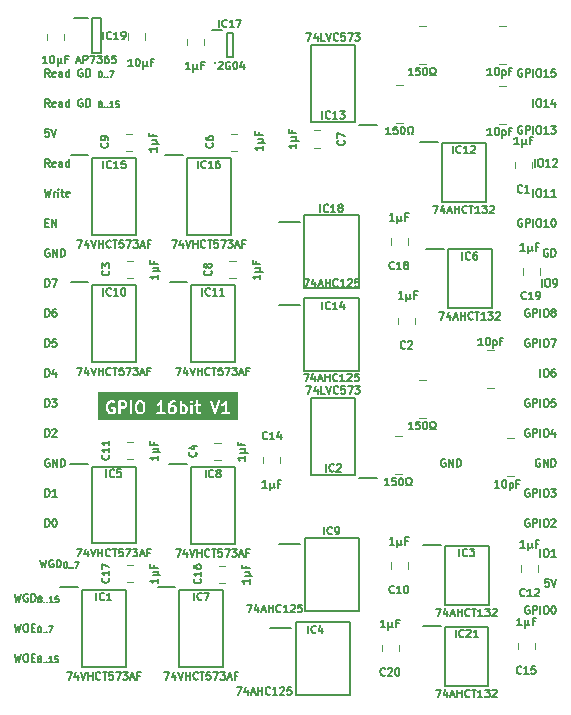
<source format=gto>
%TF.GenerationSoftware,KiCad,Pcbnew,7.0.5*%
%TF.CreationDate,2024-04-12T17:35:59+02:00*%
%TF.ProjectId,GPIO 16bit,4750494f-2031-4366-9269-742e6b696361,V0*%
%TF.SameCoordinates,PX41672a0PY48ab840*%
%TF.FileFunction,Legend,Top*%
%TF.FilePolarity,Positive*%
%FSLAX46Y46*%
G04 Gerber Fmt 4.6, Leading zero omitted, Abs format (unit mm)*
G04 Created by KiCad (PCBNEW 7.0.5) date 2024-04-12 17:35:59*
%MOMM*%
%LPD*%
G01*
G04 APERTURE LIST*
%ADD10C,0.150000*%
%ADD11C,0.200000*%
%ADD12C,0.120000*%
%ADD13C,0.100000*%
G04 APERTURE END LIST*
D10*
X-1334602Y-46640963D02*
X-1183412Y-47275963D01*
X-1183412Y-47275963D02*
X-1062459Y-46822391D01*
X-1062459Y-46822391D02*
X-941507Y-47275963D01*
X-941507Y-47275963D02*
X-790316Y-46640963D01*
X-427460Y-46640963D02*
X-306507Y-46640963D01*
X-306507Y-46640963D02*
X-246031Y-46671201D01*
X-246031Y-46671201D02*
X-185555Y-46731677D01*
X-185555Y-46731677D02*
X-155317Y-46852629D01*
X-155317Y-46852629D02*
X-155317Y-47064296D01*
X-155317Y-47064296D02*
X-185555Y-47185248D01*
X-185555Y-47185248D02*
X-246031Y-47245725D01*
X-246031Y-47245725D02*
X-306507Y-47275963D01*
X-306507Y-47275963D02*
X-427460Y-47275963D01*
X-427460Y-47275963D02*
X-487936Y-47245725D01*
X-487936Y-47245725D02*
X-548412Y-47185248D01*
X-548412Y-47185248D02*
X-578650Y-47064296D01*
X-578650Y-47064296D02*
X-578650Y-46852629D01*
X-578650Y-46852629D02*
X-548412Y-46731677D01*
X-548412Y-46731677D02*
X-487936Y-46671201D01*
X-487936Y-46671201D02*
X-427460Y-46640963D01*
X116826Y-46943344D02*
X328493Y-46943344D01*
X419207Y-47275963D02*
X116826Y-47275963D01*
X116826Y-47275963D02*
X116826Y-46640963D01*
X116826Y-46640963D02*
X419207Y-46640963D01*
X757874Y-46838115D02*
X806255Y-46838115D01*
X806255Y-46838115D02*
X854636Y-46862305D01*
X854636Y-46862305D02*
X878826Y-46886496D01*
X878826Y-46886496D02*
X903017Y-46934877D01*
X903017Y-46934877D02*
X927207Y-47031639D01*
X927207Y-47031639D02*
X927207Y-47152591D01*
X927207Y-47152591D02*
X903017Y-47249353D01*
X903017Y-47249353D02*
X878826Y-47297734D01*
X878826Y-47297734D02*
X854636Y-47321925D01*
X854636Y-47321925D02*
X806255Y-47346115D01*
X806255Y-47346115D02*
X757874Y-47346115D01*
X757874Y-47346115D02*
X709493Y-47321925D01*
X709493Y-47321925D02*
X685302Y-47297734D01*
X685302Y-47297734D02*
X661112Y-47249353D01*
X661112Y-47249353D02*
X636921Y-47152591D01*
X636921Y-47152591D02*
X636921Y-47031639D01*
X636921Y-47031639D02*
X661112Y-46934877D01*
X661112Y-46934877D02*
X685302Y-46886496D01*
X685302Y-46886496D02*
X709493Y-46862305D01*
X709493Y-46862305D02*
X757874Y-46838115D01*
X1144922Y-47297734D02*
X1169112Y-47321925D01*
X1169112Y-47321925D02*
X1144922Y-47346115D01*
X1144922Y-47346115D02*
X1120731Y-47321925D01*
X1120731Y-47321925D02*
X1144922Y-47297734D01*
X1144922Y-47297734D02*
X1144922Y-47346115D01*
X1386827Y-47297734D02*
X1411017Y-47321925D01*
X1411017Y-47321925D02*
X1386827Y-47346115D01*
X1386827Y-47346115D02*
X1362636Y-47321925D01*
X1362636Y-47321925D02*
X1386827Y-47297734D01*
X1386827Y-47297734D02*
X1386827Y-47346115D01*
X1580351Y-46838115D02*
X1919018Y-46838115D01*
X1919018Y-46838115D02*
X1701303Y-47346115D01*
X1628731Y-285963D02*
X1417064Y16418D01*
X1265874Y-285963D02*
X1265874Y349037D01*
X1265874Y349037D02*
X1507779Y349037D01*
X1507779Y349037D02*
X1568255Y318799D01*
X1568255Y318799D02*
X1598493Y288561D01*
X1598493Y288561D02*
X1628731Y228085D01*
X1628731Y228085D02*
X1628731Y137371D01*
X1628731Y137371D02*
X1598493Y76895D01*
X1598493Y76895D02*
X1568255Y46656D01*
X1568255Y46656D02*
X1507779Y16418D01*
X1507779Y16418D02*
X1265874Y16418D01*
X2142779Y-255725D02*
X2082303Y-285963D01*
X2082303Y-285963D02*
X1961350Y-285963D01*
X1961350Y-285963D02*
X1900874Y-255725D01*
X1900874Y-255725D02*
X1870636Y-195248D01*
X1870636Y-195248D02*
X1870636Y46656D01*
X1870636Y46656D02*
X1900874Y107133D01*
X1900874Y107133D02*
X1961350Y137371D01*
X1961350Y137371D02*
X2082303Y137371D01*
X2082303Y137371D02*
X2142779Y107133D01*
X2142779Y107133D02*
X2173017Y46656D01*
X2173017Y46656D02*
X2173017Y-13820D01*
X2173017Y-13820D02*
X1870636Y-74296D01*
X2717303Y-285963D02*
X2717303Y46656D01*
X2717303Y46656D02*
X2687065Y107133D01*
X2687065Y107133D02*
X2626589Y137371D01*
X2626589Y137371D02*
X2505636Y137371D01*
X2505636Y137371D02*
X2445160Y107133D01*
X2717303Y-255725D02*
X2656827Y-285963D01*
X2656827Y-285963D02*
X2505636Y-285963D01*
X2505636Y-285963D02*
X2445160Y-255725D01*
X2445160Y-255725D02*
X2414922Y-195248D01*
X2414922Y-195248D02*
X2414922Y-134772D01*
X2414922Y-134772D02*
X2445160Y-74296D01*
X2445160Y-74296D02*
X2505636Y-44058D01*
X2505636Y-44058D02*
X2656827Y-44058D01*
X2656827Y-44058D02*
X2717303Y-13820D01*
X3291827Y-285963D02*
X3291827Y349037D01*
X3291827Y-255725D02*
X3231351Y-285963D01*
X3231351Y-285963D02*
X3110398Y-285963D01*
X3110398Y-285963D02*
X3049922Y-255725D01*
X3049922Y-255725D02*
X3019684Y-225486D01*
X3019684Y-225486D02*
X2989446Y-165010D01*
X2989446Y-165010D02*
X2989446Y16418D01*
X2989446Y16418D02*
X3019684Y76895D01*
X3019684Y76895D02*
X3049922Y107133D01*
X3049922Y107133D02*
X3110398Y137371D01*
X3110398Y137371D02*
X3231351Y137371D01*
X3231351Y137371D02*
X3291827Y107133D01*
X4410637Y318799D02*
X4350161Y349037D01*
X4350161Y349037D02*
X4259447Y349037D01*
X4259447Y349037D02*
X4168732Y318799D01*
X4168732Y318799D02*
X4108256Y258323D01*
X4108256Y258323D02*
X4078018Y197847D01*
X4078018Y197847D02*
X4047780Y76895D01*
X4047780Y76895D02*
X4047780Y-13820D01*
X4047780Y-13820D02*
X4078018Y-134772D01*
X4078018Y-134772D02*
X4108256Y-195248D01*
X4108256Y-195248D02*
X4168732Y-255725D01*
X4168732Y-255725D02*
X4259447Y-285963D01*
X4259447Y-285963D02*
X4319923Y-285963D01*
X4319923Y-285963D02*
X4410637Y-255725D01*
X4410637Y-255725D02*
X4440875Y-225486D01*
X4440875Y-225486D02*
X4440875Y-13820D01*
X4440875Y-13820D02*
X4319923Y-13820D01*
X4713018Y-285963D02*
X4713018Y349037D01*
X4713018Y349037D02*
X4864208Y349037D01*
X4864208Y349037D02*
X4954923Y318799D01*
X4954923Y318799D02*
X5015399Y258323D01*
X5015399Y258323D02*
X5045637Y197847D01*
X5045637Y197847D02*
X5075875Y76895D01*
X5075875Y76895D02*
X5075875Y-13820D01*
X5075875Y-13820D02*
X5045637Y-134772D01*
X5045637Y-134772D02*
X5015399Y-195248D01*
X5015399Y-195248D02*
X4954923Y-255725D01*
X4954923Y-255725D02*
X4864208Y-285963D01*
X4864208Y-285963D02*
X4713018Y-285963D01*
X5898352Y151885D02*
X5946733Y151885D01*
X5946733Y151885D02*
X5995114Y127695D01*
X5995114Y127695D02*
X6019304Y103504D01*
X6019304Y103504D02*
X6043495Y55123D01*
X6043495Y55123D02*
X6067685Y-41639D01*
X6067685Y-41639D02*
X6067685Y-162591D01*
X6067685Y-162591D02*
X6043495Y-259353D01*
X6043495Y-259353D02*
X6019304Y-307734D01*
X6019304Y-307734D02*
X5995114Y-331925D01*
X5995114Y-331925D02*
X5946733Y-356115D01*
X5946733Y-356115D02*
X5898352Y-356115D01*
X5898352Y-356115D02*
X5849971Y-331925D01*
X5849971Y-331925D02*
X5825780Y-307734D01*
X5825780Y-307734D02*
X5801590Y-259353D01*
X5801590Y-259353D02*
X5777399Y-162591D01*
X5777399Y-162591D02*
X5777399Y-41639D01*
X5777399Y-41639D02*
X5801590Y55123D01*
X5801590Y55123D02*
X5825780Y103504D01*
X5825780Y103504D02*
X5849971Y127695D01*
X5849971Y127695D02*
X5898352Y151885D01*
X6285400Y-307734D02*
X6309590Y-331925D01*
X6309590Y-331925D02*
X6285400Y-356115D01*
X6285400Y-356115D02*
X6261209Y-331925D01*
X6261209Y-331925D02*
X6285400Y-307734D01*
X6285400Y-307734D02*
X6285400Y-356115D01*
X6527305Y-307734D02*
X6551495Y-331925D01*
X6551495Y-331925D02*
X6527305Y-356115D01*
X6527305Y-356115D02*
X6503114Y-331925D01*
X6503114Y-331925D02*
X6527305Y-307734D01*
X6527305Y-307734D02*
X6527305Y-356115D01*
X6720829Y151885D02*
X7059496Y151885D01*
X7059496Y151885D02*
X6841781Y-356115D01*
X42246744Y-45147201D02*
X42186268Y-45116963D01*
X42186268Y-45116963D02*
X42095554Y-45116963D01*
X42095554Y-45116963D02*
X42004839Y-45147201D01*
X42004839Y-45147201D02*
X41944363Y-45207677D01*
X41944363Y-45207677D02*
X41914125Y-45268153D01*
X41914125Y-45268153D02*
X41883887Y-45389105D01*
X41883887Y-45389105D02*
X41883887Y-45479820D01*
X41883887Y-45479820D02*
X41914125Y-45600772D01*
X41914125Y-45600772D02*
X41944363Y-45661248D01*
X41944363Y-45661248D02*
X42004839Y-45721725D01*
X42004839Y-45721725D02*
X42095554Y-45751963D01*
X42095554Y-45751963D02*
X42156030Y-45751963D01*
X42156030Y-45751963D02*
X42246744Y-45721725D01*
X42246744Y-45721725D02*
X42276982Y-45691486D01*
X42276982Y-45691486D02*
X42276982Y-45479820D01*
X42276982Y-45479820D02*
X42156030Y-45479820D01*
X42549125Y-45751963D02*
X42549125Y-45116963D01*
X42549125Y-45116963D02*
X42791030Y-45116963D01*
X42791030Y-45116963D02*
X42851506Y-45147201D01*
X42851506Y-45147201D02*
X42881744Y-45177439D01*
X42881744Y-45177439D02*
X42911982Y-45237915D01*
X42911982Y-45237915D02*
X42911982Y-45328629D01*
X42911982Y-45328629D02*
X42881744Y-45389105D01*
X42881744Y-45389105D02*
X42851506Y-45419344D01*
X42851506Y-45419344D02*
X42791030Y-45449582D01*
X42791030Y-45449582D02*
X42549125Y-45449582D01*
X43184125Y-45751963D02*
X43184125Y-45116963D01*
X43607458Y-45116963D02*
X43728411Y-45116963D01*
X43728411Y-45116963D02*
X43788887Y-45147201D01*
X43788887Y-45147201D02*
X43849363Y-45207677D01*
X43849363Y-45207677D02*
X43879601Y-45328629D01*
X43879601Y-45328629D02*
X43879601Y-45540296D01*
X43879601Y-45540296D02*
X43849363Y-45661248D01*
X43849363Y-45661248D02*
X43788887Y-45721725D01*
X43788887Y-45721725D02*
X43728411Y-45751963D01*
X43728411Y-45751963D02*
X43607458Y-45751963D01*
X43607458Y-45751963D02*
X43546982Y-45721725D01*
X43546982Y-45721725D02*
X43486506Y-45661248D01*
X43486506Y-45661248D02*
X43456268Y-45540296D01*
X43456268Y-45540296D02*
X43456268Y-45328629D01*
X43456268Y-45328629D02*
X43486506Y-45207677D01*
X43486506Y-45207677D02*
X43546982Y-45147201D01*
X43546982Y-45147201D02*
X43607458Y-45116963D01*
X44272696Y-45116963D02*
X44333173Y-45116963D01*
X44333173Y-45116963D02*
X44393649Y-45147201D01*
X44393649Y-45147201D02*
X44423887Y-45177439D01*
X44423887Y-45177439D02*
X44454125Y-45237915D01*
X44454125Y-45237915D02*
X44484363Y-45358867D01*
X44484363Y-45358867D02*
X44484363Y-45510058D01*
X44484363Y-45510058D02*
X44454125Y-45631010D01*
X44454125Y-45631010D02*
X44423887Y-45691486D01*
X44423887Y-45691486D02*
X44393649Y-45721725D01*
X44393649Y-45721725D02*
X44333173Y-45751963D01*
X44333173Y-45751963D02*
X44272696Y-45751963D01*
X44272696Y-45751963D02*
X44212220Y-45721725D01*
X44212220Y-45721725D02*
X44181982Y-45691486D01*
X44181982Y-45691486D02*
X44151744Y-45631010D01*
X44151744Y-45631010D02*
X44121506Y-45510058D01*
X44121506Y-45510058D02*
X44121506Y-45358867D01*
X44121506Y-45358867D02*
X44151744Y-45237915D01*
X44151744Y-45237915D02*
X44181982Y-45177439D01*
X44181982Y-45177439D02*
X44212220Y-45147201D01*
X44212220Y-45147201D02*
X44272696Y-45116963D01*
X1598493Y-14921201D02*
X1538017Y-14890963D01*
X1538017Y-14890963D02*
X1447303Y-14890963D01*
X1447303Y-14890963D02*
X1356588Y-14921201D01*
X1356588Y-14921201D02*
X1296112Y-14981677D01*
X1296112Y-14981677D02*
X1265874Y-15042153D01*
X1265874Y-15042153D02*
X1235636Y-15163105D01*
X1235636Y-15163105D02*
X1235636Y-15253820D01*
X1235636Y-15253820D02*
X1265874Y-15374772D01*
X1265874Y-15374772D02*
X1296112Y-15435248D01*
X1296112Y-15435248D02*
X1356588Y-15495725D01*
X1356588Y-15495725D02*
X1447303Y-15525963D01*
X1447303Y-15525963D02*
X1507779Y-15525963D01*
X1507779Y-15525963D02*
X1598493Y-15495725D01*
X1598493Y-15495725D02*
X1628731Y-15465486D01*
X1628731Y-15465486D02*
X1628731Y-15253820D01*
X1628731Y-15253820D02*
X1507779Y-15253820D01*
X1900874Y-15525963D02*
X1900874Y-14890963D01*
X1900874Y-14890963D02*
X2263731Y-15525963D01*
X2263731Y-15525963D02*
X2263731Y-14890963D01*
X2566112Y-15525963D02*
X2566112Y-14890963D01*
X2566112Y-14890963D02*
X2717302Y-14890963D01*
X2717302Y-14890963D02*
X2808017Y-14921201D01*
X2808017Y-14921201D02*
X2868493Y-14981677D01*
X2868493Y-14981677D02*
X2898731Y-15042153D01*
X2898731Y-15042153D02*
X2928969Y-15163105D01*
X2928969Y-15163105D02*
X2928969Y-15253820D01*
X2928969Y-15253820D02*
X2898731Y-15374772D01*
X2898731Y-15374772D02*
X2868493Y-15435248D01*
X2868493Y-15435248D02*
X2808017Y-15495725D01*
X2808017Y-15495725D02*
X2717302Y-15525963D01*
X2717302Y-15525963D02*
X2566112Y-15525963D01*
X42246744Y-37781201D02*
X42186268Y-37750963D01*
X42186268Y-37750963D02*
X42095554Y-37750963D01*
X42095554Y-37750963D02*
X42004839Y-37781201D01*
X42004839Y-37781201D02*
X41944363Y-37841677D01*
X41944363Y-37841677D02*
X41914125Y-37902153D01*
X41914125Y-37902153D02*
X41883887Y-38023105D01*
X41883887Y-38023105D02*
X41883887Y-38113820D01*
X41883887Y-38113820D02*
X41914125Y-38234772D01*
X41914125Y-38234772D02*
X41944363Y-38295248D01*
X41944363Y-38295248D02*
X42004839Y-38355725D01*
X42004839Y-38355725D02*
X42095554Y-38385963D01*
X42095554Y-38385963D02*
X42156030Y-38385963D01*
X42156030Y-38385963D02*
X42246744Y-38355725D01*
X42246744Y-38355725D02*
X42276982Y-38325486D01*
X42276982Y-38325486D02*
X42276982Y-38113820D01*
X42276982Y-38113820D02*
X42156030Y-38113820D01*
X42549125Y-38385963D02*
X42549125Y-37750963D01*
X42549125Y-37750963D02*
X42791030Y-37750963D01*
X42791030Y-37750963D02*
X42851506Y-37781201D01*
X42851506Y-37781201D02*
X42881744Y-37811439D01*
X42881744Y-37811439D02*
X42911982Y-37871915D01*
X42911982Y-37871915D02*
X42911982Y-37962629D01*
X42911982Y-37962629D02*
X42881744Y-38023105D01*
X42881744Y-38023105D02*
X42851506Y-38053344D01*
X42851506Y-38053344D02*
X42791030Y-38083582D01*
X42791030Y-38083582D02*
X42549125Y-38083582D01*
X43184125Y-38385963D02*
X43184125Y-37750963D01*
X43607458Y-37750963D02*
X43728411Y-37750963D01*
X43728411Y-37750963D02*
X43788887Y-37781201D01*
X43788887Y-37781201D02*
X43849363Y-37841677D01*
X43849363Y-37841677D02*
X43879601Y-37962629D01*
X43879601Y-37962629D02*
X43879601Y-38174296D01*
X43879601Y-38174296D02*
X43849363Y-38295248D01*
X43849363Y-38295248D02*
X43788887Y-38355725D01*
X43788887Y-38355725D02*
X43728411Y-38385963D01*
X43728411Y-38385963D02*
X43607458Y-38385963D01*
X43607458Y-38385963D02*
X43546982Y-38355725D01*
X43546982Y-38355725D02*
X43486506Y-38295248D01*
X43486506Y-38295248D02*
X43456268Y-38174296D01*
X43456268Y-38174296D02*
X43456268Y-37962629D01*
X43456268Y-37962629D02*
X43486506Y-37841677D01*
X43486506Y-37841677D02*
X43546982Y-37781201D01*
X43546982Y-37781201D02*
X43607458Y-37750963D01*
X44121506Y-37811439D02*
X44151744Y-37781201D01*
X44151744Y-37781201D02*
X44212220Y-37750963D01*
X44212220Y-37750963D02*
X44363411Y-37750963D01*
X44363411Y-37750963D02*
X44423887Y-37781201D01*
X44423887Y-37781201D02*
X44454125Y-37811439D01*
X44454125Y-37811439D02*
X44484363Y-37871915D01*
X44484363Y-37871915D02*
X44484363Y-37932391D01*
X44484363Y-37932391D02*
X44454125Y-38023105D01*
X44454125Y-38023105D02*
X44091268Y-38385963D01*
X44091268Y-38385963D02*
X44484363Y-38385963D01*
X42579363Y-2825963D02*
X42579363Y-2190963D01*
X43002696Y-2190963D02*
X43123649Y-2190963D01*
X43123649Y-2190963D02*
X43184125Y-2221201D01*
X43184125Y-2221201D02*
X43244601Y-2281677D01*
X43244601Y-2281677D02*
X43274839Y-2402629D01*
X43274839Y-2402629D02*
X43274839Y-2614296D01*
X43274839Y-2614296D02*
X43244601Y-2735248D01*
X43244601Y-2735248D02*
X43184125Y-2795725D01*
X43184125Y-2795725D02*
X43123649Y-2825963D01*
X43123649Y-2825963D02*
X43002696Y-2825963D01*
X43002696Y-2825963D02*
X42942220Y-2795725D01*
X42942220Y-2795725D02*
X42881744Y-2735248D01*
X42881744Y-2735248D02*
X42851506Y-2614296D01*
X42851506Y-2614296D02*
X42851506Y-2402629D01*
X42851506Y-2402629D02*
X42881744Y-2281677D01*
X42881744Y-2281677D02*
X42942220Y-2221201D01*
X42942220Y-2221201D02*
X43002696Y-2190963D01*
X43879601Y-2825963D02*
X43516744Y-2825963D01*
X43698172Y-2825963D02*
X43698172Y-2190963D01*
X43698172Y-2190963D02*
X43637696Y-2281677D01*
X43637696Y-2281677D02*
X43577220Y-2342153D01*
X43577220Y-2342153D02*
X43516744Y-2372391D01*
X44423887Y-2402629D02*
X44423887Y-2825963D01*
X44272696Y-2160725D02*
X44121506Y-2614296D01*
X44121506Y-2614296D02*
X44514601Y-2614296D01*
X41641982Y-4507201D02*
X41581506Y-4476963D01*
X41581506Y-4476963D02*
X41490792Y-4476963D01*
X41490792Y-4476963D02*
X41400077Y-4507201D01*
X41400077Y-4507201D02*
X41339601Y-4567677D01*
X41339601Y-4567677D02*
X41309363Y-4628153D01*
X41309363Y-4628153D02*
X41279125Y-4749105D01*
X41279125Y-4749105D02*
X41279125Y-4839820D01*
X41279125Y-4839820D02*
X41309363Y-4960772D01*
X41309363Y-4960772D02*
X41339601Y-5021248D01*
X41339601Y-5021248D02*
X41400077Y-5081725D01*
X41400077Y-5081725D02*
X41490792Y-5111963D01*
X41490792Y-5111963D02*
X41551268Y-5111963D01*
X41551268Y-5111963D02*
X41641982Y-5081725D01*
X41641982Y-5081725D02*
X41672220Y-5051486D01*
X41672220Y-5051486D02*
X41672220Y-4839820D01*
X41672220Y-4839820D02*
X41551268Y-4839820D01*
X41944363Y-5111963D02*
X41944363Y-4476963D01*
X41944363Y-4476963D02*
X42186268Y-4476963D01*
X42186268Y-4476963D02*
X42246744Y-4507201D01*
X42246744Y-4507201D02*
X42276982Y-4537439D01*
X42276982Y-4537439D02*
X42307220Y-4597915D01*
X42307220Y-4597915D02*
X42307220Y-4688629D01*
X42307220Y-4688629D02*
X42276982Y-4749105D01*
X42276982Y-4749105D02*
X42246744Y-4779344D01*
X42246744Y-4779344D02*
X42186268Y-4809582D01*
X42186268Y-4809582D02*
X41944363Y-4809582D01*
X42579363Y-5111963D02*
X42579363Y-4476963D01*
X43002696Y-4476963D02*
X43123649Y-4476963D01*
X43123649Y-4476963D02*
X43184125Y-4507201D01*
X43184125Y-4507201D02*
X43244601Y-4567677D01*
X43244601Y-4567677D02*
X43274839Y-4688629D01*
X43274839Y-4688629D02*
X43274839Y-4900296D01*
X43274839Y-4900296D02*
X43244601Y-5021248D01*
X43244601Y-5021248D02*
X43184125Y-5081725D01*
X43184125Y-5081725D02*
X43123649Y-5111963D01*
X43123649Y-5111963D02*
X43002696Y-5111963D01*
X43002696Y-5111963D02*
X42942220Y-5081725D01*
X42942220Y-5081725D02*
X42881744Y-5021248D01*
X42881744Y-5021248D02*
X42851506Y-4900296D01*
X42851506Y-4900296D02*
X42851506Y-4688629D01*
X42851506Y-4688629D02*
X42881744Y-4567677D01*
X42881744Y-4567677D02*
X42942220Y-4507201D01*
X42942220Y-4507201D02*
X43002696Y-4476963D01*
X43879601Y-5111963D02*
X43516744Y-5111963D01*
X43698172Y-5111963D02*
X43698172Y-4476963D01*
X43698172Y-4476963D02*
X43637696Y-4567677D01*
X43637696Y-4567677D02*
X43577220Y-4628153D01*
X43577220Y-4628153D02*
X43516744Y-4658391D01*
X44091268Y-4476963D02*
X44484363Y-4476963D01*
X44484363Y-4476963D02*
X44272696Y-4718867D01*
X44272696Y-4718867D02*
X44363411Y-4718867D01*
X44363411Y-4718867D02*
X44423887Y-4749105D01*
X44423887Y-4749105D02*
X44454125Y-4779344D01*
X44454125Y-4779344D02*
X44484363Y-4839820D01*
X44484363Y-4839820D02*
X44484363Y-4991010D01*
X44484363Y-4991010D02*
X44454125Y-5051486D01*
X44454125Y-5051486D02*
X44423887Y-5081725D01*
X44423887Y-5081725D02*
X44363411Y-5111963D01*
X44363411Y-5111963D02*
X44181982Y-5111963D01*
X44181982Y-5111963D02*
X44121506Y-5081725D01*
X44121506Y-5081725D02*
X44091268Y-5051486D01*
X1265874Y-18065963D02*
X1265874Y-17430963D01*
X1265874Y-17430963D02*
X1417064Y-17430963D01*
X1417064Y-17430963D02*
X1507779Y-17461201D01*
X1507779Y-17461201D02*
X1568255Y-17521677D01*
X1568255Y-17521677D02*
X1598493Y-17582153D01*
X1598493Y-17582153D02*
X1628731Y-17703105D01*
X1628731Y-17703105D02*
X1628731Y-17793820D01*
X1628731Y-17793820D02*
X1598493Y-17914772D01*
X1598493Y-17914772D02*
X1568255Y-17975248D01*
X1568255Y-17975248D02*
X1507779Y-18035725D01*
X1507779Y-18035725D02*
X1417064Y-18065963D01*
X1417064Y-18065963D02*
X1265874Y-18065963D01*
X1840398Y-17430963D02*
X2263731Y-17430963D01*
X2263731Y-17430963D02*
X1991588Y-18065963D01*
X1265874Y-23145963D02*
X1265874Y-22510963D01*
X1265874Y-22510963D02*
X1417064Y-22510963D01*
X1417064Y-22510963D02*
X1507779Y-22541201D01*
X1507779Y-22541201D02*
X1568255Y-22601677D01*
X1568255Y-22601677D02*
X1598493Y-22662153D01*
X1598493Y-22662153D02*
X1628731Y-22783105D01*
X1628731Y-22783105D02*
X1628731Y-22873820D01*
X1628731Y-22873820D02*
X1598493Y-22994772D01*
X1598493Y-22994772D02*
X1568255Y-23055248D01*
X1568255Y-23055248D02*
X1507779Y-23115725D01*
X1507779Y-23115725D02*
X1417064Y-23145963D01*
X1417064Y-23145963D02*
X1265874Y-23145963D01*
X2203255Y-22510963D02*
X1900874Y-22510963D01*
X1900874Y-22510963D02*
X1870636Y-22813344D01*
X1870636Y-22813344D02*
X1900874Y-22783105D01*
X1900874Y-22783105D02*
X1961350Y-22752867D01*
X1961350Y-22752867D02*
X2112541Y-22752867D01*
X2112541Y-22752867D02*
X2173017Y-22783105D01*
X2173017Y-22783105D02*
X2203255Y-22813344D01*
X2203255Y-22813344D02*
X2233493Y-22873820D01*
X2233493Y-22873820D02*
X2233493Y-23025010D01*
X2233493Y-23025010D02*
X2203255Y-23085486D01*
X2203255Y-23085486D02*
X2173017Y-23115725D01*
X2173017Y-23115725D02*
X2112541Y-23145963D01*
X2112541Y-23145963D02*
X1961350Y-23145963D01*
X1961350Y-23145963D02*
X1900874Y-23115725D01*
X1900874Y-23115725D02*
X1870636Y-23085486D01*
X-1334602Y-44100963D02*
X-1183412Y-44735963D01*
X-1183412Y-44735963D02*
X-1062459Y-44282391D01*
X-1062459Y-44282391D02*
X-941507Y-44735963D01*
X-941507Y-44735963D02*
X-790316Y-44100963D01*
X-215793Y-44131201D02*
X-276269Y-44100963D01*
X-276269Y-44100963D02*
X-366983Y-44100963D01*
X-366983Y-44100963D02*
X-457698Y-44131201D01*
X-457698Y-44131201D02*
X-518174Y-44191677D01*
X-518174Y-44191677D02*
X-548412Y-44252153D01*
X-548412Y-44252153D02*
X-578650Y-44373105D01*
X-578650Y-44373105D02*
X-578650Y-44463820D01*
X-578650Y-44463820D02*
X-548412Y-44584772D01*
X-548412Y-44584772D02*
X-518174Y-44645248D01*
X-518174Y-44645248D02*
X-457698Y-44705725D01*
X-457698Y-44705725D02*
X-366983Y-44735963D01*
X-366983Y-44735963D02*
X-306507Y-44735963D01*
X-306507Y-44735963D02*
X-215793Y-44705725D01*
X-215793Y-44705725D02*
X-185555Y-44675486D01*
X-185555Y-44675486D02*
X-185555Y-44463820D01*
X-185555Y-44463820D02*
X-306507Y-44463820D01*
X86588Y-44735963D02*
X86588Y-44100963D01*
X86588Y-44100963D02*
X237778Y-44100963D01*
X237778Y-44100963D02*
X328493Y-44131201D01*
X328493Y-44131201D02*
X388969Y-44191677D01*
X388969Y-44191677D02*
X419207Y-44252153D01*
X419207Y-44252153D02*
X449445Y-44373105D01*
X449445Y-44373105D02*
X449445Y-44463820D01*
X449445Y-44463820D02*
X419207Y-44584772D01*
X419207Y-44584772D02*
X388969Y-44645248D01*
X388969Y-44645248D02*
X328493Y-44705725D01*
X328493Y-44705725D02*
X237778Y-44735963D01*
X237778Y-44735963D02*
X86588Y-44735963D01*
X763921Y-44515829D02*
X715540Y-44491639D01*
X715540Y-44491639D02*
X691350Y-44467448D01*
X691350Y-44467448D02*
X667159Y-44419067D01*
X667159Y-44419067D02*
X667159Y-44394877D01*
X667159Y-44394877D02*
X691350Y-44346496D01*
X691350Y-44346496D02*
X715540Y-44322305D01*
X715540Y-44322305D02*
X763921Y-44298115D01*
X763921Y-44298115D02*
X860683Y-44298115D01*
X860683Y-44298115D02*
X909064Y-44322305D01*
X909064Y-44322305D02*
X933255Y-44346496D01*
X933255Y-44346496D02*
X957445Y-44394877D01*
X957445Y-44394877D02*
X957445Y-44419067D01*
X957445Y-44419067D02*
X933255Y-44467448D01*
X933255Y-44467448D02*
X909064Y-44491639D01*
X909064Y-44491639D02*
X860683Y-44515829D01*
X860683Y-44515829D02*
X763921Y-44515829D01*
X763921Y-44515829D02*
X715540Y-44540020D01*
X715540Y-44540020D02*
X691350Y-44564210D01*
X691350Y-44564210D02*
X667159Y-44612591D01*
X667159Y-44612591D02*
X667159Y-44709353D01*
X667159Y-44709353D02*
X691350Y-44757734D01*
X691350Y-44757734D02*
X715540Y-44781925D01*
X715540Y-44781925D02*
X763921Y-44806115D01*
X763921Y-44806115D02*
X860683Y-44806115D01*
X860683Y-44806115D02*
X909064Y-44781925D01*
X909064Y-44781925D02*
X933255Y-44757734D01*
X933255Y-44757734D02*
X957445Y-44709353D01*
X957445Y-44709353D02*
X957445Y-44612591D01*
X957445Y-44612591D02*
X933255Y-44564210D01*
X933255Y-44564210D02*
X909064Y-44540020D01*
X909064Y-44540020D02*
X860683Y-44515829D01*
X1175160Y-44757734D02*
X1199350Y-44781925D01*
X1199350Y-44781925D02*
X1175160Y-44806115D01*
X1175160Y-44806115D02*
X1150969Y-44781925D01*
X1150969Y-44781925D02*
X1175160Y-44757734D01*
X1175160Y-44757734D02*
X1175160Y-44806115D01*
X1417065Y-44757734D02*
X1441255Y-44781925D01*
X1441255Y-44781925D02*
X1417065Y-44806115D01*
X1417065Y-44806115D02*
X1392874Y-44781925D01*
X1392874Y-44781925D02*
X1417065Y-44757734D01*
X1417065Y-44757734D02*
X1417065Y-44806115D01*
X1925065Y-44806115D02*
X1634779Y-44806115D01*
X1779922Y-44806115D02*
X1779922Y-44298115D01*
X1779922Y-44298115D02*
X1731541Y-44370686D01*
X1731541Y-44370686D02*
X1683160Y-44419067D01*
X1683160Y-44419067D02*
X1634779Y-44443258D01*
X2384685Y-44298115D02*
X2142780Y-44298115D01*
X2142780Y-44298115D02*
X2118589Y-44540020D01*
X2118589Y-44540020D02*
X2142780Y-44515829D01*
X2142780Y-44515829D02*
X2191161Y-44491639D01*
X2191161Y-44491639D02*
X2312113Y-44491639D01*
X2312113Y-44491639D02*
X2360494Y-44515829D01*
X2360494Y-44515829D02*
X2384685Y-44540020D01*
X2384685Y-44540020D02*
X2408875Y-44588401D01*
X2408875Y-44588401D02*
X2408875Y-44709353D01*
X2408875Y-44709353D02*
X2384685Y-44757734D01*
X2384685Y-44757734D02*
X2360494Y-44781925D01*
X2360494Y-44781925D02*
X2312113Y-44806115D01*
X2312113Y-44806115D02*
X2191161Y-44806115D01*
X2191161Y-44806115D02*
X2142780Y-44781925D01*
X2142780Y-44781925D02*
X2118589Y-44757734D01*
X1265874Y-30765963D02*
X1265874Y-30130963D01*
X1265874Y-30130963D02*
X1417064Y-30130963D01*
X1417064Y-30130963D02*
X1507779Y-30161201D01*
X1507779Y-30161201D02*
X1568255Y-30221677D01*
X1568255Y-30221677D02*
X1598493Y-30282153D01*
X1598493Y-30282153D02*
X1628731Y-30403105D01*
X1628731Y-30403105D02*
X1628731Y-30493820D01*
X1628731Y-30493820D02*
X1598493Y-30614772D01*
X1598493Y-30614772D02*
X1568255Y-30675248D01*
X1568255Y-30675248D02*
X1507779Y-30735725D01*
X1507779Y-30735725D02*
X1417064Y-30765963D01*
X1417064Y-30765963D02*
X1265874Y-30765963D01*
X1870636Y-30191439D02*
X1900874Y-30161201D01*
X1900874Y-30161201D02*
X1961350Y-30130963D01*
X1961350Y-30130963D02*
X2112541Y-30130963D01*
X2112541Y-30130963D02*
X2173017Y-30161201D01*
X2173017Y-30161201D02*
X2203255Y-30191439D01*
X2203255Y-30191439D02*
X2233493Y-30251915D01*
X2233493Y-30251915D02*
X2233493Y-30312391D01*
X2233493Y-30312391D02*
X2203255Y-30403105D01*
X2203255Y-30403105D02*
X1840398Y-30765963D01*
X1840398Y-30765963D02*
X2233493Y-30765963D01*
X1205398Y-9810963D02*
X1356588Y-10445963D01*
X1356588Y-10445963D02*
X1477541Y-9992391D01*
X1477541Y-9992391D02*
X1598493Y-10445963D01*
X1598493Y-10445963D02*
X1749684Y-9810963D01*
X1991588Y-10445963D02*
X1991588Y-10022629D01*
X1991588Y-10143582D02*
X2021826Y-10083105D01*
X2021826Y-10083105D02*
X2052064Y-10052867D01*
X2052064Y-10052867D02*
X2112540Y-10022629D01*
X2112540Y-10022629D02*
X2173017Y-10022629D01*
X2384683Y-10445963D02*
X2384683Y-10022629D01*
X2384683Y-9810963D02*
X2354445Y-9841201D01*
X2354445Y-9841201D02*
X2384683Y-9871439D01*
X2384683Y-9871439D02*
X2414921Y-9841201D01*
X2414921Y-9841201D02*
X2384683Y-9810963D01*
X2384683Y-9810963D02*
X2384683Y-9871439D01*
X2596350Y-10022629D02*
X2838254Y-10022629D01*
X2687064Y-9810963D02*
X2687064Y-10355248D01*
X2687064Y-10355248D02*
X2717302Y-10415725D01*
X2717302Y-10415725D02*
X2777778Y-10445963D01*
X2777778Y-10445963D02*
X2838254Y-10445963D01*
X3291826Y-10415725D02*
X3231350Y-10445963D01*
X3231350Y-10445963D02*
X3110397Y-10445963D01*
X3110397Y-10445963D02*
X3049921Y-10415725D01*
X3049921Y-10415725D02*
X3019683Y-10355248D01*
X3019683Y-10355248D02*
X3019683Y-10113344D01*
X3019683Y-10113344D02*
X3049921Y-10052867D01*
X3049921Y-10052867D02*
X3110397Y-10022629D01*
X3110397Y-10022629D02*
X3231350Y-10022629D01*
X3231350Y-10022629D02*
X3291826Y-10052867D01*
X3291826Y-10052867D02*
X3322064Y-10113344D01*
X3322064Y-10113344D02*
X3322064Y-10173820D01*
X3322064Y-10173820D02*
X3019683Y-10234296D01*
X1265874Y-38385963D02*
X1265874Y-37750963D01*
X1265874Y-37750963D02*
X1417064Y-37750963D01*
X1417064Y-37750963D02*
X1507779Y-37781201D01*
X1507779Y-37781201D02*
X1568255Y-37841677D01*
X1568255Y-37841677D02*
X1598493Y-37902153D01*
X1598493Y-37902153D02*
X1628731Y-38023105D01*
X1628731Y-38023105D02*
X1628731Y-38113820D01*
X1628731Y-38113820D02*
X1598493Y-38234772D01*
X1598493Y-38234772D02*
X1568255Y-38295248D01*
X1568255Y-38295248D02*
X1507779Y-38355725D01*
X1507779Y-38355725D02*
X1417064Y-38385963D01*
X1417064Y-38385963D02*
X1265874Y-38385963D01*
X2021826Y-37750963D02*
X2082303Y-37750963D01*
X2082303Y-37750963D02*
X2142779Y-37781201D01*
X2142779Y-37781201D02*
X2173017Y-37811439D01*
X2173017Y-37811439D02*
X2203255Y-37871915D01*
X2203255Y-37871915D02*
X2233493Y-37992867D01*
X2233493Y-37992867D02*
X2233493Y-38144058D01*
X2233493Y-38144058D02*
X2203255Y-38265010D01*
X2203255Y-38265010D02*
X2173017Y-38325486D01*
X2173017Y-38325486D02*
X2142779Y-38355725D01*
X2142779Y-38355725D02*
X2082303Y-38385963D01*
X2082303Y-38385963D02*
X2021826Y-38385963D01*
X2021826Y-38385963D02*
X1961350Y-38355725D01*
X1961350Y-38355725D02*
X1931112Y-38325486D01*
X1931112Y-38325486D02*
X1900874Y-38265010D01*
X1900874Y-38265010D02*
X1870636Y-38144058D01*
X1870636Y-38144058D02*
X1870636Y-37992867D01*
X1870636Y-37992867D02*
X1900874Y-37871915D01*
X1900874Y-37871915D02*
X1931112Y-37811439D01*
X1931112Y-37811439D02*
X1961350Y-37781201D01*
X1961350Y-37781201D02*
X2021826Y-37750963D01*
X43184125Y-25685963D02*
X43184125Y-25050963D01*
X43607458Y-25050963D02*
X43728411Y-25050963D01*
X43728411Y-25050963D02*
X43788887Y-25081201D01*
X43788887Y-25081201D02*
X43849363Y-25141677D01*
X43849363Y-25141677D02*
X43879601Y-25262629D01*
X43879601Y-25262629D02*
X43879601Y-25474296D01*
X43879601Y-25474296D02*
X43849363Y-25595248D01*
X43849363Y-25595248D02*
X43788887Y-25655725D01*
X43788887Y-25655725D02*
X43728411Y-25685963D01*
X43728411Y-25685963D02*
X43607458Y-25685963D01*
X43607458Y-25685963D02*
X43546982Y-25655725D01*
X43546982Y-25655725D02*
X43486506Y-25595248D01*
X43486506Y-25595248D02*
X43456268Y-25474296D01*
X43456268Y-25474296D02*
X43456268Y-25262629D01*
X43456268Y-25262629D02*
X43486506Y-25141677D01*
X43486506Y-25141677D02*
X43546982Y-25081201D01*
X43546982Y-25081201D02*
X43607458Y-25050963D01*
X44423887Y-25050963D02*
X44302934Y-25050963D01*
X44302934Y-25050963D02*
X44242458Y-25081201D01*
X44242458Y-25081201D02*
X44212220Y-25111439D01*
X44212220Y-25111439D02*
X44151744Y-25202153D01*
X44151744Y-25202153D02*
X44121506Y-25323105D01*
X44121506Y-25323105D02*
X44121506Y-25565010D01*
X44121506Y-25565010D02*
X44151744Y-25625486D01*
X44151744Y-25625486D02*
X44181982Y-25655725D01*
X44181982Y-25655725D02*
X44242458Y-25685963D01*
X44242458Y-25685963D02*
X44363411Y-25685963D01*
X44363411Y-25685963D02*
X44423887Y-25655725D01*
X44423887Y-25655725D02*
X44454125Y-25625486D01*
X44454125Y-25625486D02*
X44484363Y-25565010D01*
X44484363Y-25565010D02*
X44484363Y-25413820D01*
X44484363Y-25413820D02*
X44454125Y-25353344D01*
X44454125Y-25353344D02*
X44423887Y-25323105D01*
X44423887Y-25323105D02*
X44363411Y-25292867D01*
X44363411Y-25292867D02*
X44242458Y-25292867D01*
X44242458Y-25292867D02*
X44181982Y-25323105D01*
X44181982Y-25323105D02*
X44151744Y-25353344D01*
X44151744Y-25353344D02*
X44121506Y-25413820D01*
X43819125Y-14921201D02*
X43758649Y-14890963D01*
X43758649Y-14890963D02*
X43667935Y-14890963D01*
X43667935Y-14890963D02*
X43577220Y-14921201D01*
X43577220Y-14921201D02*
X43516744Y-14981677D01*
X43516744Y-14981677D02*
X43486506Y-15042153D01*
X43486506Y-15042153D02*
X43456268Y-15163105D01*
X43456268Y-15163105D02*
X43456268Y-15253820D01*
X43456268Y-15253820D02*
X43486506Y-15374772D01*
X43486506Y-15374772D02*
X43516744Y-15435248D01*
X43516744Y-15435248D02*
X43577220Y-15495725D01*
X43577220Y-15495725D02*
X43667935Y-15525963D01*
X43667935Y-15525963D02*
X43728411Y-15525963D01*
X43728411Y-15525963D02*
X43819125Y-15495725D01*
X43819125Y-15495725D02*
X43849363Y-15465486D01*
X43849363Y-15465486D02*
X43849363Y-15253820D01*
X43849363Y-15253820D02*
X43728411Y-15253820D01*
X44121506Y-15525963D02*
X44121506Y-14890963D01*
X44121506Y-14890963D02*
X44272696Y-14890963D01*
X44272696Y-14890963D02*
X44363411Y-14921201D01*
X44363411Y-14921201D02*
X44423887Y-14981677D01*
X44423887Y-14981677D02*
X44454125Y-15042153D01*
X44454125Y-15042153D02*
X44484363Y-15163105D01*
X44484363Y-15163105D02*
X44484363Y-15253820D01*
X44484363Y-15253820D02*
X44454125Y-15374772D01*
X44454125Y-15374772D02*
X44423887Y-15435248D01*
X44423887Y-15435248D02*
X44363411Y-15495725D01*
X44363411Y-15495725D02*
X44272696Y-15525963D01*
X44272696Y-15525963D02*
X44121506Y-15525963D01*
D11*
G36*
X9441096Y-27904023D02*
G01*
X9505273Y-27968200D01*
X9543189Y-28119863D01*
X9543189Y-28428572D01*
X9505272Y-28580237D01*
X9441096Y-28644414D01*
X9381488Y-28674219D01*
X9238224Y-28674219D01*
X9178617Y-28644415D01*
X9114438Y-28580235D01*
X9076523Y-28428574D01*
X9076523Y-28119863D01*
X9114439Y-27968199D01*
X9178616Y-27904022D01*
X9238224Y-27874219D01*
X9381488Y-27874219D01*
X9441096Y-27904023D01*
G37*
G36*
X12155382Y-28284975D02*
G01*
X12180052Y-28309645D01*
X12209856Y-28369252D01*
X12209856Y-28560136D01*
X12180052Y-28619743D01*
X12155381Y-28644414D01*
X12095774Y-28674219D01*
X11952510Y-28674219D01*
X11892903Y-28644415D01*
X11868232Y-28619743D01*
X11838428Y-28560135D01*
X11838428Y-28369253D01*
X11868232Y-28309644D01*
X11892901Y-28284975D01*
X11952510Y-28255171D01*
X12095774Y-28255171D01*
X12155382Y-28284975D01*
G37*
G36*
X13060144Y-28237356D02*
G01*
X13084814Y-28262026D01*
X13114618Y-28321634D01*
X13114618Y-28560136D01*
X13084814Y-28619743D01*
X13060143Y-28644414D01*
X13000536Y-28674219D01*
X12857272Y-28674219D01*
X12838428Y-28664796D01*
X12838428Y-28216974D01*
X12857272Y-28207552D01*
X13000536Y-28207552D01*
X13060144Y-28237356D01*
G37*
G36*
X7964906Y-27904023D02*
G01*
X7989576Y-27928693D01*
X8019380Y-27988301D01*
X8019380Y-28083946D01*
X7989575Y-28143554D01*
X7964906Y-28168223D01*
X7905298Y-28198028D01*
X7647952Y-28198028D01*
X7647952Y-27874219D01*
X7905298Y-27874219D01*
X7964906Y-27904023D01*
G37*
G36*
X17617000Y-29349857D02*
G01*
X5717000Y-29349857D01*
X5717000Y-28341414D01*
X6396197Y-28341414D01*
X6400333Y-28357957D01*
X6400333Y-28360026D01*
X6403812Y-28371876D01*
X6446617Y-28543096D01*
X6445378Y-28554581D01*
X6453599Y-28571024D01*
X6454425Y-28574326D01*
X6460010Y-28583846D01*
X6500520Y-28664865D01*
X6504097Y-28681308D01*
X6523579Y-28700790D01*
X6542349Y-28720969D01*
X6544241Y-28721452D01*
X6616286Y-28793498D01*
X6631330Y-28812183D01*
X6650715Y-28818644D01*
X6668655Y-28828441D01*
X6678081Y-28827766D01*
X6790147Y-28865121D01*
X6804303Y-28874219D01*
X6831858Y-28874219D01*
X6859395Y-28875215D01*
X6861075Y-28874219D01*
X6916364Y-28874219D01*
X6932671Y-28878373D01*
X6958810Y-28869659D01*
X6985251Y-28861896D01*
X6986530Y-28860419D01*
X7098269Y-28823172D01*
X7121710Y-28818073D01*
X7136162Y-28803620D01*
X7152942Y-28791959D01*
X7156553Y-28783228D01*
X7177332Y-28762449D01*
X7187631Y-28757746D01*
X7197694Y-28742086D01*
X7200259Y-28739522D01*
X7205436Y-28730040D01*
X7219380Y-28708343D01*
X7219379Y-28704502D01*
X7221220Y-28701133D01*
X7219380Y-28675409D01*
X7219380Y-28352801D01*
X7222541Y-28330815D01*
X7214341Y-28312860D01*
X7444791Y-28312860D01*
X7447952Y-28319781D01*
X7447952Y-28788598D01*
X7460275Y-28830566D01*
X7504657Y-28869023D01*
X7562784Y-28877380D01*
X7616203Y-28852985D01*
X7647952Y-28803582D01*
X7647952Y-28788598D01*
X8447952Y-28788598D01*
X8460275Y-28830566D01*
X8504657Y-28869023D01*
X8562784Y-28877380D01*
X8616203Y-28852985D01*
X8647952Y-28803582D01*
X8647952Y-28436652D01*
X8872387Y-28436652D01*
X8876523Y-28453195D01*
X8876523Y-28455264D01*
X8880002Y-28467114D01*
X8926750Y-28654106D01*
X8932668Y-28681308D01*
X8944372Y-28693012D01*
X8952749Y-28707290D01*
X8964711Y-28713351D01*
X9039803Y-28788444D01*
X9048396Y-28802911D01*
X9073024Y-28815225D01*
X9097226Y-28828441D01*
X9099176Y-28828301D01*
X9165079Y-28861253D01*
X9185255Y-28874219D01*
X9205690Y-28874219D01*
X9225806Y-28877839D01*
X9234534Y-28874219D01*
X9399709Y-28874219D01*
X9423552Y-28876793D01*
X9441828Y-28867654D01*
X9461441Y-28861896D01*
X9467629Y-28854754D01*
X9533837Y-28821650D01*
X9550280Y-28818073D01*
X9569756Y-28798596D01*
X9589940Y-28779822D01*
X9590424Y-28777928D01*
X9665169Y-28703182D01*
X9685463Y-28684101D01*
X9689477Y-28668043D01*
X9697411Y-28653514D01*
X9696454Y-28640136D01*
X9736212Y-28481104D01*
X9743189Y-28470248D01*
X9743189Y-28453196D01*
X9743691Y-28451189D01*
X9743189Y-28438842D01*
X9743189Y-28124010D01*
X9747325Y-28111785D01*
X9743189Y-28095241D01*
X9743189Y-28093173D01*
X9739709Y-28081322D01*
X9735280Y-28063606D01*
X10681890Y-28063606D01*
X10700410Y-28119334D01*
X10746119Y-28156204D01*
X10804505Y-28162507D01*
X10914790Y-28107364D01*
X10931233Y-28103787D01*
X10950712Y-28084307D01*
X10970893Y-28065536D01*
X10971377Y-28063642D01*
X10971761Y-28063259D01*
X10971761Y-28674219D01*
X10771668Y-28674219D01*
X10729700Y-28686542D01*
X10691243Y-28730924D01*
X10682886Y-28789051D01*
X10707281Y-28842470D01*
X10756684Y-28874219D01*
X11064607Y-28874219D01*
X11086593Y-28877380D01*
X11093515Y-28874219D01*
X11371854Y-28874219D01*
X11413822Y-28861896D01*
X11452279Y-28817514D01*
X11460636Y-28759387D01*
X11436241Y-28705968D01*
X11386838Y-28674219D01*
X11171761Y-28674219D01*
X11171761Y-28356835D01*
X11634808Y-28356835D01*
X11638428Y-28365563D01*
X11638428Y-28578356D01*
X11635854Y-28602200D01*
X11644992Y-28620476D01*
X11650751Y-28640089D01*
X11657892Y-28646277D01*
X11690996Y-28712484D01*
X11694573Y-28728927D01*
X11714056Y-28748410D01*
X11732825Y-28768588D01*
X11734717Y-28769071D01*
X11754089Y-28788444D01*
X11762682Y-28802911D01*
X11787320Y-28815230D01*
X11811511Y-28828440D01*
X11813460Y-28828300D01*
X11879365Y-28861253D01*
X11899541Y-28874219D01*
X11919976Y-28874219D01*
X11940092Y-28877839D01*
X11948820Y-28874219D01*
X12113995Y-28874219D01*
X12137838Y-28876793D01*
X12156114Y-28867654D01*
X12175727Y-28861896D01*
X12181915Y-28854754D01*
X12248123Y-28821650D01*
X12264567Y-28818073D01*
X12284052Y-28798587D01*
X12304226Y-28779822D01*
X12304710Y-28777928D01*
X12324083Y-28758555D01*
X12338548Y-28749964D01*
X12350865Y-28725329D01*
X12364077Y-28701133D01*
X12363937Y-28699185D01*
X12396890Y-28633280D01*
X12409856Y-28613105D01*
X12409856Y-28592669D01*
X12413476Y-28572554D01*
X12409856Y-28563825D01*
X12409856Y-28351031D01*
X12412430Y-28327188D01*
X12403291Y-28308910D01*
X12397533Y-28289300D01*
X12390391Y-28283112D01*
X12357286Y-28216901D01*
X12353710Y-28200461D01*
X12334235Y-28180986D01*
X12315459Y-28160800D01*
X12313564Y-28160315D01*
X12312093Y-28158844D01*
X12634271Y-28158844D01*
X12638428Y-28171352D01*
X12638428Y-28724833D01*
X12637455Y-28752420D01*
X12638428Y-28754058D01*
X12638428Y-28788598D01*
X12650751Y-28830566D01*
X12695133Y-28869023D01*
X12753260Y-28877380D01*
X12785974Y-28862440D01*
X12804303Y-28874219D01*
X12824738Y-28874219D01*
X12844854Y-28877839D01*
X12853582Y-28874219D01*
X13018757Y-28874219D01*
X13042600Y-28876793D01*
X13060876Y-28867654D01*
X13080489Y-28861896D01*
X13086677Y-28854754D01*
X13152885Y-28821650D01*
X13169329Y-28818073D01*
X13188814Y-28798587D01*
X13199553Y-28788598D01*
X13543190Y-28788598D01*
X13555513Y-28830566D01*
X13599895Y-28869023D01*
X13658022Y-28877380D01*
X13711441Y-28852985D01*
X13743190Y-28803582D01*
X13743190Y-28122384D01*
X13873362Y-28122384D01*
X13897757Y-28175803D01*
X13947160Y-28207552D01*
X14019380Y-28207552D01*
X14019380Y-28625975D01*
X14016806Y-28649819D01*
X14025944Y-28668096D01*
X14031703Y-28687708D01*
X14038843Y-28693895D01*
X14066163Y-28748535D01*
X14066026Y-28752420D01*
X14079170Y-28774550D01*
X14083986Y-28784182D01*
X14086489Y-28786873D01*
X14096015Y-28802911D01*
X14106097Y-28807952D01*
X14113777Y-28816208D01*
X14131853Y-28820830D01*
X14212698Y-28861253D01*
X14232874Y-28874219D01*
X14253309Y-28874219D01*
X14273425Y-28877839D01*
X14282153Y-28874219D01*
X14371854Y-28874219D01*
X14413822Y-28861896D01*
X14452279Y-28817514D01*
X14460636Y-28759387D01*
X14436241Y-28705968D01*
X14386838Y-28674219D01*
X14285843Y-28674219D01*
X14241534Y-28652064D01*
X14219380Y-28607755D01*
X14219380Y-28207552D01*
X14371854Y-28207552D01*
X14413822Y-28195229D01*
X14452279Y-28150847D01*
X14460636Y-28092720D01*
X14436241Y-28039301D01*
X14386838Y-28007552D01*
X14219380Y-28007552D01*
X14219380Y-27777986D01*
X15205703Y-27777986D01*
X15542601Y-28788679D01*
X15542194Y-28799949D01*
X15551709Y-28816002D01*
X15552869Y-28819482D01*
X15559003Y-28828309D01*
X15572137Y-28850467D01*
X15575613Y-28852209D01*
X15577831Y-28855400D01*
X15601622Y-28865242D01*
X15624639Y-28876776D01*
X15628502Y-28876362D01*
X15632096Y-28877849D01*
X15657426Y-28873266D01*
X15683031Y-28870526D01*
X15686061Y-28868086D01*
X15689883Y-28867395D01*
X15708709Y-28849851D01*
X15728773Y-28833698D01*
X15730002Y-28830009D01*
X15732846Y-28827360D01*
X15739202Y-28802409D01*
X15985470Y-28063606D01*
X16158081Y-28063606D01*
X16176601Y-28119334D01*
X16222310Y-28156204D01*
X16280696Y-28162507D01*
X16390981Y-28107364D01*
X16407424Y-28103787D01*
X16426903Y-28084307D01*
X16447084Y-28065536D01*
X16447568Y-28063642D01*
X16447952Y-28063259D01*
X16447952Y-28674219D01*
X16247859Y-28674219D01*
X16205891Y-28686542D01*
X16167434Y-28730924D01*
X16159077Y-28789051D01*
X16183472Y-28842470D01*
X16232875Y-28874219D01*
X16540798Y-28874219D01*
X16562784Y-28877380D01*
X16569706Y-28874219D01*
X16848045Y-28874219D01*
X16890013Y-28861896D01*
X16928470Y-28817514D01*
X16936827Y-28759387D01*
X16912432Y-28705968D01*
X16863029Y-28674219D01*
X16647952Y-28674219D01*
X16647952Y-27789457D01*
X16652160Y-27775970D01*
X16647952Y-27760694D01*
X16647952Y-27759840D01*
X16644148Y-27746888D01*
X16636564Y-27719353D01*
X16635885Y-27718744D01*
X16635629Y-27717872D01*
X16614099Y-27699216D01*
X16592835Y-27680156D01*
X16591934Y-27680011D01*
X16591247Y-27679415D01*
X16563023Y-27675357D01*
X16534855Y-27670823D01*
X16534020Y-27671187D01*
X16533120Y-27671058D01*
X16507187Y-27682900D01*
X16481035Y-27694317D01*
X16480530Y-27695074D01*
X16479701Y-27695453D01*
X16464268Y-27719467D01*
X16375002Y-27853365D01*
X16298240Y-27930128D01*
X16204656Y-27976921D01*
X16172629Y-28006711D01*
X16158081Y-28063606D01*
X15985470Y-28063606D01*
X16075938Y-27792201D01*
X16077519Y-27748490D01*
X16047576Y-27697972D01*
X15995074Y-27671662D01*
X15936682Y-27677913D01*
X15890940Y-27714740D01*
X15643190Y-28457990D01*
X15400178Y-27728955D01*
X15375216Y-27693038D01*
X15320951Y-27670589D01*
X15263164Y-27681042D01*
X15220200Y-27721078D01*
X15205703Y-27777986D01*
X14219380Y-27777986D01*
X14219380Y-27759840D01*
X14207057Y-27717872D01*
X14162675Y-27679415D01*
X14104548Y-27671058D01*
X14051129Y-27695453D01*
X14019380Y-27744856D01*
X14019380Y-28007552D01*
X13962144Y-28007552D01*
X13920176Y-28019875D01*
X13881719Y-28064257D01*
X13873362Y-28122384D01*
X13743190Y-28122384D01*
X13743190Y-28093173D01*
X13730867Y-28051205D01*
X13686485Y-28012748D01*
X13628358Y-28004391D01*
X13574939Y-28028786D01*
X13543190Y-28078189D01*
X13543190Y-28788598D01*
X13199553Y-28788598D01*
X13208988Y-28779822D01*
X13209472Y-28777928D01*
X13228845Y-28758555D01*
X13243310Y-28749964D01*
X13255627Y-28725329D01*
X13268839Y-28701133D01*
X13268699Y-28699185D01*
X13301652Y-28633280D01*
X13314618Y-28613105D01*
X13314618Y-28592669D01*
X13318238Y-28572554D01*
X13314618Y-28563825D01*
X13314618Y-28303412D01*
X13317192Y-28279569D01*
X13308053Y-28261291D01*
X13302295Y-28241681D01*
X13295153Y-28235493D01*
X13262048Y-28169282D01*
X13258472Y-28152842D01*
X13238997Y-28133367D01*
X13220221Y-28113181D01*
X13218326Y-28112696D01*
X13198956Y-28093326D01*
X13190364Y-28078860D01*
X13165729Y-28066542D01*
X13141534Y-28053331D01*
X13139584Y-28053470D01*
X13073683Y-28020519D01*
X13053505Y-28007552D01*
X13033069Y-28007552D01*
X13012954Y-28003932D01*
X13004226Y-28007552D01*
X12839050Y-28007552D01*
X12838428Y-28007484D01*
X12838428Y-27814403D01*
X13491614Y-27814403D01*
X13496335Y-27836106D01*
X13497920Y-27858260D01*
X13502480Y-27864352D01*
X13504098Y-27871786D01*
X13519799Y-27887487D01*
X13533113Y-27905272D01*
X13540243Y-27907931D01*
X13554430Y-27922118D01*
X13555513Y-27925804D01*
X13569578Y-27937991D01*
X13580732Y-27952891D01*
X13591339Y-27956847D01*
X13599895Y-27964261D01*
X13611101Y-27965872D01*
X13621036Y-27971297D01*
X13628624Y-27970754D01*
X13635755Y-27973414D01*
X13646817Y-27971007D01*
X13658022Y-27972618D01*
X13668321Y-27967914D01*
X13679612Y-27967107D01*
X13685702Y-27962547D01*
X13693138Y-27960930D01*
X13701141Y-27952926D01*
X13711441Y-27948223D01*
X13717562Y-27938697D01*
X13726623Y-27931915D01*
X13729282Y-27924785D01*
X13756462Y-27897605D01*
X13774242Y-27884296D01*
X13782002Y-27863489D01*
X13792649Y-27843992D01*
X13792106Y-27836401D01*
X13794765Y-27829273D01*
X13790043Y-27807569D01*
X13788459Y-27785416D01*
X13783899Y-27779325D01*
X13782282Y-27771890D01*
X13766576Y-27756184D01*
X13753267Y-27738405D01*
X13746137Y-27735745D01*
X13731949Y-27721557D01*
X13730867Y-27717872D01*
X13716799Y-27705682D01*
X13705648Y-27690786D01*
X13695042Y-27686830D01*
X13686485Y-27679415D01*
X13675278Y-27677803D01*
X13665344Y-27672379D01*
X13657753Y-27672921D01*
X13650625Y-27670263D01*
X13639564Y-27672669D01*
X13628358Y-27671058D01*
X13618060Y-27675760D01*
X13606768Y-27676568D01*
X13600675Y-27681128D01*
X13593242Y-27682746D01*
X13585238Y-27690749D01*
X13574939Y-27695453D01*
X13568818Y-27704976D01*
X13559756Y-27711761D01*
X13557096Y-27718891D01*
X13529921Y-27746066D01*
X13512137Y-27759380D01*
X13504374Y-27780192D01*
X13493731Y-27799684D01*
X13494273Y-27807272D01*
X13491614Y-27814403D01*
X12838428Y-27814403D01*
X12838428Y-27759840D01*
X12826105Y-27717872D01*
X12781723Y-27679415D01*
X12723596Y-27671058D01*
X12670177Y-27695453D01*
X12638428Y-27744856D01*
X12638428Y-28142586D01*
X12634271Y-28158844D01*
X12312093Y-28158844D01*
X12294194Y-28140945D01*
X12285602Y-28126479D01*
X12260967Y-28114161D01*
X12236772Y-28100950D01*
X12234822Y-28101089D01*
X12168921Y-28068138D01*
X12148743Y-28055171D01*
X12128307Y-28055171D01*
X12108192Y-28051551D01*
X12099464Y-28055171D01*
X11934288Y-28055171D01*
X11910445Y-28052597D01*
X11892167Y-28061735D01*
X11875549Y-28066615D01*
X11878860Y-28053370D01*
X11958997Y-27933164D01*
X11988139Y-27904023D01*
X12047748Y-27874219D01*
X12228997Y-27874219D01*
X12270965Y-27861896D01*
X12309422Y-27817514D01*
X12317779Y-27759387D01*
X12293384Y-27705968D01*
X12243981Y-27674219D01*
X12029526Y-27674219D01*
X12005683Y-27671645D01*
X11987405Y-27680783D01*
X11967795Y-27686542D01*
X11961607Y-27693683D01*
X11895396Y-27726788D01*
X11878956Y-27730365D01*
X11859481Y-27749839D01*
X11839295Y-27768616D01*
X11838810Y-27770510D01*
X11823947Y-27785373D01*
X11814368Y-27789555D01*
X11803572Y-27805749D01*
X11800407Y-27808914D01*
X11795631Y-27817660D01*
X11709199Y-27947308D01*
X11696154Y-27959574D01*
X11689728Y-27985277D01*
X11681840Y-28010563D01*
X11682661Y-28013544D01*
X11645404Y-28162570D01*
X11638428Y-28173427D01*
X11638428Y-28190477D01*
X11637926Y-28192486D01*
X11638428Y-28204832D01*
X11638428Y-28336719D01*
X11634808Y-28356835D01*
X11171761Y-28356835D01*
X11171761Y-27789457D01*
X11175969Y-27775970D01*
X11171761Y-27760694D01*
X11171761Y-27759840D01*
X11167957Y-27746888D01*
X11160373Y-27719353D01*
X11159694Y-27718744D01*
X11159438Y-27717872D01*
X11137908Y-27699216D01*
X11116644Y-27680156D01*
X11115743Y-27680011D01*
X11115056Y-27679415D01*
X11086832Y-27675357D01*
X11058664Y-27670823D01*
X11057829Y-27671187D01*
X11056929Y-27671058D01*
X11030996Y-27682900D01*
X11004844Y-27694317D01*
X11004339Y-27695074D01*
X11003510Y-27695453D01*
X10988077Y-27719467D01*
X10898811Y-27853365D01*
X10822049Y-27930128D01*
X10728465Y-27976921D01*
X10696438Y-28006711D01*
X10681890Y-28063606D01*
X9735280Y-28063606D01*
X9692962Y-27894336D01*
X9687044Y-27867128D01*
X9675338Y-27855422D01*
X9666963Y-27841147D01*
X9655001Y-27835085D01*
X9579907Y-27759992D01*
X9571316Y-27745527D01*
X9546681Y-27733209D01*
X9522486Y-27719998D01*
X9520536Y-27720137D01*
X9454635Y-27687186D01*
X9434457Y-27674219D01*
X9414021Y-27674219D01*
X9393906Y-27670599D01*
X9385178Y-27674219D01*
X9220002Y-27674219D01*
X9196159Y-27671645D01*
X9177881Y-27680783D01*
X9158271Y-27686542D01*
X9152083Y-27693683D01*
X9085876Y-27726786D01*
X9069432Y-27730364D01*
X9049945Y-27749850D01*
X9029771Y-27768616D01*
X9029286Y-27770509D01*
X8954534Y-27845262D01*
X8934249Y-27864336D01*
X8930234Y-27880395D01*
X8922302Y-27894922D01*
X8923258Y-27908297D01*
X8883499Y-28067332D01*
X8876523Y-28078189D01*
X8876523Y-28095240D01*
X8876021Y-28097248D01*
X8876523Y-28109594D01*
X8876523Y-28424426D01*
X8872387Y-28436652D01*
X8647952Y-28436652D01*
X8647952Y-27759840D01*
X8635629Y-27717872D01*
X8591247Y-27679415D01*
X8533120Y-27671058D01*
X8479701Y-27695453D01*
X8447952Y-27744856D01*
X8447952Y-28788598D01*
X7647952Y-28788598D01*
X7647952Y-28398028D01*
X7923519Y-28398028D01*
X7947362Y-28400602D01*
X7965638Y-28391463D01*
X7985251Y-28385705D01*
X7991439Y-28378563D01*
X8057647Y-28345459D01*
X8074090Y-28341882D01*
X8093569Y-28322402D01*
X8113750Y-28303631D01*
X8114234Y-28301737D01*
X8133605Y-28282366D01*
X8148072Y-28273774D01*
X8160390Y-28249137D01*
X8173601Y-28224944D01*
X8173461Y-28222995D01*
X8206414Y-28157090D01*
X8219380Y-28136915D01*
X8219380Y-28116479D01*
X8223000Y-28096364D01*
X8219380Y-28087635D01*
X8219380Y-27970079D01*
X8221954Y-27946236D01*
X8212815Y-27927958D01*
X8207057Y-27908348D01*
X8199915Y-27902160D01*
X8166810Y-27835949D01*
X8163234Y-27819509D01*
X8143759Y-27800034D01*
X8124983Y-27779848D01*
X8123088Y-27779363D01*
X8103718Y-27759993D01*
X8095126Y-27745527D01*
X8070491Y-27733209D01*
X8046296Y-27719998D01*
X8044346Y-27720137D01*
X7978445Y-27687186D01*
X7958267Y-27674219D01*
X7937831Y-27674219D01*
X7917716Y-27670599D01*
X7908988Y-27674219D01*
X7555106Y-27674219D01*
X7533120Y-27671058D01*
X7512916Y-27680284D01*
X7491605Y-27686542D01*
X7486622Y-27692292D01*
X7479701Y-27695453D01*
X7467692Y-27714138D01*
X7453148Y-27730924D01*
X7452065Y-27738455D01*
X7447952Y-27744856D01*
X7447952Y-27767064D01*
X7444791Y-27789051D01*
X7447952Y-27795972D01*
X7447952Y-28290873D01*
X7444791Y-28312860D01*
X7214341Y-28312860D01*
X7213314Y-28310611D01*
X7207057Y-28289300D01*
X7201306Y-28284317D01*
X7198146Y-28277396D01*
X7179460Y-28265387D01*
X7162675Y-28250843D01*
X7155143Y-28249760D01*
X7148743Y-28245647D01*
X7126534Y-28245647D01*
X7104548Y-28242486D01*
X7097626Y-28245647D01*
X6914525Y-28245647D01*
X6872557Y-28257970D01*
X6834100Y-28302352D01*
X6825743Y-28360479D01*
X6850138Y-28413898D01*
X6899541Y-28445647D01*
X7019380Y-28445647D01*
X7019380Y-28637559D01*
X7017742Y-28639196D01*
X6912677Y-28674219D01*
X6849893Y-28674219D01*
X6744827Y-28639197D01*
X6677756Y-28572124D01*
X6642304Y-28501221D01*
X6600333Y-28333335D01*
X6600333Y-28215102D01*
X6642304Y-28047214D01*
X6677756Y-27976311D01*
X6744826Y-27909241D01*
X6849892Y-27874219D01*
X6952917Y-27874219D01*
X7039900Y-27917711D01*
X7082949Y-27925458D01*
X7137194Y-27902960D01*
X7170664Y-27854707D01*
X7172734Y-27796018D01*
X7142745Y-27745527D01*
X7026064Y-27687186D01*
X7005886Y-27674219D01*
X6985450Y-27674219D01*
X6965335Y-27670599D01*
X6956607Y-27674219D01*
X6846204Y-27674219D01*
X6829899Y-27670065D01*
X6803758Y-27678778D01*
X6777319Y-27686542D01*
X6776039Y-27688018D01*
X6664301Y-27725264D01*
X6640861Y-27730364D01*
X6626408Y-27744816D01*
X6609628Y-27756479D01*
X6606016Y-27765208D01*
X6533725Y-27837500D01*
X6519260Y-27846092D01*
X6506942Y-27870726D01*
X6493731Y-27894922D01*
X6493870Y-27896871D01*
X6466476Y-27951659D01*
X6458059Y-27959574D01*
X6453599Y-27977413D01*
X6452079Y-27980454D01*
X6450126Y-27991305D01*
X6407309Y-28162570D01*
X6400333Y-28173427D01*
X6400333Y-28190478D01*
X6399831Y-28192486D01*
X6400333Y-28204832D01*
X6400333Y-28329188D01*
X6396197Y-28341414D01*
X5717000Y-28341414D01*
X5717000Y-26964143D01*
X17617000Y-26964143D01*
X17617000Y-29349857D01*
G37*
D10*
X1568255Y-4730963D02*
X1265874Y-4730963D01*
X1265874Y-4730963D02*
X1235636Y-5033344D01*
X1235636Y-5033344D02*
X1265874Y-5003105D01*
X1265874Y-5003105D02*
X1326350Y-4972867D01*
X1326350Y-4972867D02*
X1477541Y-4972867D01*
X1477541Y-4972867D02*
X1538017Y-5003105D01*
X1538017Y-5003105D02*
X1568255Y-5033344D01*
X1568255Y-5033344D02*
X1598493Y-5093820D01*
X1598493Y-5093820D02*
X1598493Y-5245010D01*
X1598493Y-5245010D02*
X1568255Y-5305486D01*
X1568255Y-5305486D02*
X1538017Y-5335725D01*
X1538017Y-5335725D02*
X1477541Y-5365963D01*
X1477541Y-5365963D02*
X1326350Y-5365963D01*
X1326350Y-5365963D02*
X1265874Y-5335725D01*
X1265874Y-5335725D02*
X1235636Y-5305486D01*
X1779922Y-4730963D02*
X1991588Y-5365963D01*
X1991588Y-5365963D02*
X2203255Y-4730963D01*
X41641982Y-12381201D02*
X41581506Y-12350963D01*
X41581506Y-12350963D02*
X41490792Y-12350963D01*
X41490792Y-12350963D02*
X41400077Y-12381201D01*
X41400077Y-12381201D02*
X41339601Y-12441677D01*
X41339601Y-12441677D02*
X41309363Y-12502153D01*
X41309363Y-12502153D02*
X41279125Y-12623105D01*
X41279125Y-12623105D02*
X41279125Y-12713820D01*
X41279125Y-12713820D02*
X41309363Y-12834772D01*
X41309363Y-12834772D02*
X41339601Y-12895248D01*
X41339601Y-12895248D02*
X41400077Y-12955725D01*
X41400077Y-12955725D02*
X41490792Y-12985963D01*
X41490792Y-12985963D02*
X41551268Y-12985963D01*
X41551268Y-12985963D02*
X41641982Y-12955725D01*
X41641982Y-12955725D02*
X41672220Y-12925486D01*
X41672220Y-12925486D02*
X41672220Y-12713820D01*
X41672220Y-12713820D02*
X41551268Y-12713820D01*
X41944363Y-12985963D02*
X41944363Y-12350963D01*
X41944363Y-12350963D02*
X42186268Y-12350963D01*
X42186268Y-12350963D02*
X42246744Y-12381201D01*
X42246744Y-12381201D02*
X42276982Y-12411439D01*
X42276982Y-12411439D02*
X42307220Y-12471915D01*
X42307220Y-12471915D02*
X42307220Y-12562629D01*
X42307220Y-12562629D02*
X42276982Y-12623105D01*
X42276982Y-12623105D02*
X42246744Y-12653344D01*
X42246744Y-12653344D02*
X42186268Y-12683582D01*
X42186268Y-12683582D02*
X41944363Y-12683582D01*
X42579363Y-12985963D02*
X42579363Y-12350963D01*
X43002696Y-12350963D02*
X43123649Y-12350963D01*
X43123649Y-12350963D02*
X43184125Y-12381201D01*
X43184125Y-12381201D02*
X43244601Y-12441677D01*
X43244601Y-12441677D02*
X43274839Y-12562629D01*
X43274839Y-12562629D02*
X43274839Y-12774296D01*
X43274839Y-12774296D02*
X43244601Y-12895248D01*
X43244601Y-12895248D02*
X43184125Y-12955725D01*
X43184125Y-12955725D02*
X43123649Y-12985963D01*
X43123649Y-12985963D02*
X43002696Y-12985963D01*
X43002696Y-12985963D02*
X42942220Y-12955725D01*
X42942220Y-12955725D02*
X42881744Y-12895248D01*
X42881744Y-12895248D02*
X42851506Y-12774296D01*
X42851506Y-12774296D02*
X42851506Y-12562629D01*
X42851506Y-12562629D02*
X42881744Y-12441677D01*
X42881744Y-12441677D02*
X42942220Y-12381201D01*
X42942220Y-12381201D02*
X43002696Y-12350963D01*
X43879601Y-12985963D02*
X43516744Y-12985963D01*
X43698172Y-12985963D02*
X43698172Y-12350963D01*
X43698172Y-12350963D02*
X43637696Y-12441677D01*
X43637696Y-12441677D02*
X43577220Y-12502153D01*
X43577220Y-12502153D02*
X43516744Y-12532391D01*
X44272696Y-12350963D02*
X44333173Y-12350963D01*
X44333173Y-12350963D02*
X44393649Y-12381201D01*
X44393649Y-12381201D02*
X44423887Y-12411439D01*
X44423887Y-12411439D02*
X44454125Y-12471915D01*
X44454125Y-12471915D02*
X44484363Y-12592867D01*
X44484363Y-12592867D02*
X44484363Y-12744058D01*
X44484363Y-12744058D02*
X44454125Y-12865010D01*
X44454125Y-12865010D02*
X44423887Y-12925486D01*
X44423887Y-12925486D02*
X44393649Y-12955725D01*
X44393649Y-12955725D02*
X44333173Y-12985963D01*
X44333173Y-12985963D02*
X44272696Y-12985963D01*
X44272696Y-12985963D02*
X44212220Y-12955725D01*
X44212220Y-12955725D02*
X44181982Y-12925486D01*
X44181982Y-12925486D02*
X44151744Y-12865010D01*
X44151744Y-12865010D02*
X44121506Y-12744058D01*
X44121506Y-12744058D02*
X44121506Y-12592867D01*
X44121506Y-12592867D02*
X44151744Y-12471915D01*
X44151744Y-12471915D02*
X44181982Y-12411439D01*
X44181982Y-12411439D02*
X44212220Y-12381201D01*
X44212220Y-12381201D02*
X44272696Y-12350963D01*
X42246744Y-35241201D02*
X42186268Y-35210963D01*
X42186268Y-35210963D02*
X42095554Y-35210963D01*
X42095554Y-35210963D02*
X42004839Y-35241201D01*
X42004839Y-35241201D02*
X41944363Y-35301677D01*
X41944363Y-35301677D02*
X41914125Y-35362153D01*
X41914125Y-35362153D02*
X41883887Y-35483105D01*
X41883887Y-35483105D02*
X41883887Y-35573820D01*
X41883887Y-35573820D02*
X41914125Y-35694772D01*
X41914125Y-35694772D02*
X41944363Y-35755248D01*
X41944363Y-35755248D02*
X42004839Y-35815725D01*
X42004839Y-35815725D02*
X42095554Y-35845963D01*
X42095554Y-35845963D02*
X42156030Y-35845963D01*
X42156030Y-35845963D02*
X42246744Y-35815725D01*
X42246744Y-35815725D02*
X42276982Y-35785486D01*
X42276982Y-35785486D02*
X42276982Y-35573820D01*
X42276982Y-35573820D02*
X42156030Y-35573820D01*
X42549125Y-35845963D02*
X42549125Y-35210963D01*
X42549125Y-35210963D02*
X42791030Y-35210963D01*
X42791030Y-35210963D02*
X42851506Y-35241201D01*
X42851506Y-35241201D02*
X42881744Y-35271439D01*
X42881744Y-35271439D02*
X42911982Y-35331915D01*
X42911982Y-35331915D02*
X42911982Y-35422629D01*
X42911982Y-35422629D02*
X42881744Y-35483105D01*
X42881744Y-35483105D02*
X42851506Y-35513344D01*
X42851506Y-35513344D02*
X42791030Y-35543582D01*
X42791030Y-35543582D02*
X42549125Y-35543582D01*
X43184125Y-35845963D02*
X43184125Y-35210963D01*
X43607458Y-35210963D02*
X43728411Y-35210963D01*
X43728411Y-35210963D02*
X43788887Y-35241201D01*
X43788887Y-35241201D02*
X43849363Y-35301677D01*
X43849363Y-35301677D02*
X43879601Y-35422629D01*
X43879601Y-35422629D02*
X43879601Y-35634296D01*
X43879601Y-35634296D02*
X43849363Y-35755248D01*
X43849363Y-35755248D02*
X43788887Y-35815725D01*
X43788887Y-35815725D02*
X43728411Y-35845963D01*
X43728411Y-35845963D02*
X43607458Y-35845963D01*
X43607458Y-35845963D02*
X43546982Y-35815725D01*
X43546982Y-35815725D02*
X43486506Y-35755248D01*
X43486506Y-35755248D02*
X43456268Y-35634296D01*
X43456268Y-35634296D02*
X43456268Y-35422629D01*
X43456268Y-35422629D02*
X43486506Y-35301677D01*
X43486506Y-35301677D02*
X43546982Y-35241201D01*
X43546982Y-35241201D02*
X43607458Y-35210963D01*
X44091268Y-35210963D02*
X44484363Y-35210963D01*
X44484363Y-35210963D02*
X44272696Y-35452867D01*
X44272696Y-35452867D02*
X44363411Y-35452867D01*
X44363411Y-35452867D02*
X44423887Y-35483105D01*
X44423887Y-35483105D02*
X44454125Y-35513344D01*
X44454125Y-35513344D02*
X44484363Y-35573820D01*
X44484363Y-35573820D02*
X44484363Y-35725010D01*
X44484363Y-35725010D02*
X44454125Y-35785486D01*
X44454125Y-35785486D02*
X44423887Y-35815725D01*
X44423887Y-35815725D02*
X44363411Y-35845963D01*
X44363411Y-35845963D02*
X44181982Y-35845963D01*
X44181982Y-35845963D02*
X44121506Y-35815725D01*
X44121506Y-35815725D02*
X44091268Y-35785486D01*
X43184125Y-40925963D02*
X43184125Y-40290963D01*
X43607458Y-40290963D02*
X43728411Y-40290963D01*
X43728411Y-40290963D02*
X43788887Y-40321201D01*
X43788887Y-40321201D02*
X43849363Y-40381677D01*
X43849363Y-40381677D02*
X43879601Y-40502629D01*
X43879601Y-40502629D02*
X43879601Y-40714296D01*
X43879601Y-40714296D02*
X43849363Y-40835248D01*
X43849363Y-40835248D02*
X43788887Y-40895725D01*
X43788887Y-40895725D02*
X43728411Y-40925963D01*
X43728411Y-40925963D02*
X43607458Y-40925963D01*
X43607458Y-40925963D02*
X43546982Y-40895725D01*
X43546982Y-40895725D02*
X43486506Y-40835248D01*
X43486506Y-40835248D02*
X43456268Y-40714296D01*
X43456268Y-40714296D02*
X43456268Y-40502629D01*
X43456268Y-40502629D02*
X43486506Y-40381677D01*
X43486506Y-40381677D02*
X43546982Y-40321201D01*
X43546982Y-40321201D02*
X43607458Y-40290963D01*
X44484363Y-40925963D02*
X44121506Y-40925963D01*
X44302934Y-40925963D02*
X44302934Y-40290963D01*
X44302934Y-40290963D02*
X44242458Y-40381677D01*
X44242458Y-40381677D02*
X44181982Y-40442153D01*
X44181982Y-40442153D02*
X44121506Y-40472391D01*
X42246744Y-30161201D02*
X42186268Y-30130963D01*
X42186268Y-30130963D02*
X42095554Y-30130963D01*
X42095554Y-30130963D02*
X42004839Y-30161201D01*
X42004839Y-30161201D02*
X41944363Y-30221677D01*
X41944363Y-30221677D02*
X41914125Y-30282153D01*
X41914125Y-30282153D02*
X41883887Y-30403105D01*
X41883887Y-30403105D02*
X41883887Y-30493820D01*
X41883887Y-30493820D02*
X41914125Y-30614772D01*
X41914125Y-30614772D02*
X41944363Y-30675248D01*
X41944363Y-30675248D02*
X42004839Y-30735725D01*
X42004839Y-30735725D02*
X42095554Y-30765963D01*
X42095554Y-30765963D02*
X42156030Y-30765963D01*
X42156030Y-30765963D02*
X42246744Y-30735725D01*
X42246744Y-30735725D02*
X42276982Y-30705486D01*
X42276982Y-30705486D02*
X42276982Y-30493820D01*
X42276982Y-30493820D02*
X42156030Y-30493820D01*
X42549125Y-30765963D02*
X42549125Y-30130963D01*
X42549125Y-30130963D02*
X42791030Y-30130963D01*
X42791030Y-30130963D02*
X42851506Y-30161201D01*
X42851506Y-30161201D02*
X42881744Y-30191439D01*
X42881744Y-30191439D02*
X42911982Y-30251915D01*
X42911982Y-30251915D02*
X42911982Y-30342629D01*
X42911982Y-30342629D02*
X42881744Y-30403105D01*
X42881744Y-30403105D02*
X42851506Y-30433344D01*
X42851506Y-30433344D02*
X42791030Y-30463582D01*
X42791030Y-30463582D02*
X42549125Y-30463582D01*
X43184125Y-30765963D02*
X43184125Y-30130963D01*
X43607458Y-30130963D02*
X43728411Y-30130963D01*
X43728411Y-30130963D02*
X43788887Y-30161201D01*
X43788887Y-30161201D02*
X43849363Y-30221677D01*
X43849363Y-30221677D02*
X43879601Y-30342629D01*
X43879601Y-30342629D02*
X43879601Y-30554296D01*
X43879601Y-30554296D02*
X43849363Y-30675248D01*
X43849363Y-30675248D02*
X43788887Y-30735725D01*
X43788887Y-30735725D02*
X43728411Y-30765963D01*
X43728411Y-30765963D02*
X43607458Y-30765963D01*
X43607458Y-30765963D02*
X43546982Y-30735725D01*
X43546982Y-30735725D02*
X43486506Y-30675248D01*
X43486506Y-30675248D02*
X43456268Y-30554296D01*
X43456268Y-30554296D02*
X43456268Y-30342629D01*
X43456268Y-30342629D02*
X43486506Y-30221677D01*
X43486506Y-30221677D02*
X43546982Y-30161201D01*
X43546982Y-30161201D02*
X43607458Y-30130963D01*
X44423887Y-30342629D02*
X44423887Y-30765963D01*
X44272696Y-30100725D02*
X44121506Y-30554296D01*
X44121506Y-30554296D02*
X44514601Y-30554296D01*
X43311125Y-18065963D02*
X43311125Y-17430963D01*
X43734458Y-17430963D02*
X43855411Y-17430963D01*
X43855411Y-17430963D02*
X43915887Y-17461201D01*
X43915887Y-17461201D02*
X43976363Y-17521677D01*
X43976363Y-17521677D02*
X44006601Y-17642629D01*
X44006601Y-17642629D02*
X44006601Y-17854296D01*
X44006601Y-17854296D02*
X43976363Y-17975248D01*
X43976363Y-17975248D02*
X43915887Y-18035725D01*
X43915887Y-18035725D02*
X43855411Y-18065963D01*
X43855411Y-18065963D02*
X43734458Y-18065963D01*
X43734458Y-18065963D02*
X43673982Y-18035725D01*
X43673982Y-18035725D02*
X43613506Y-17975248D01*
X43613506Y-17975248D02*
X43583268Y-17854296D01*
X43583268Y-17854296D02*
X43583268Y-17642629D01*
X43583268Y-17642629D02*
X43613506Y-17521677D01*
X43613506Y-17521677D02*
X43673982Y-17461201D01*
X43673982Y-17461201D02*
X43734458Y-17430963D01*
X44308982Y-18065963D02*
X44429934Y-18065963D01*
X44429934Y-18065963D02*
X44490411Y-18035725D01*
X44490411Y-18035725D02*
X44520649Y-18005486D01*
X44520649Y-18005486D02*
X44581125Y-17914772D01*
X44581125Y-17914772D02*
X44611363Y-17793820D01*
X44611363Y-17793820D02*
X44611363Y-17551915D01*
X44611363Y-17551915D02*
X44581125Y-17491439D01*
X44581125Y-17491439D02*
X44550887Y-17461201D01*
X44550887Y-17461201D02*
X44490411Y-17430963D01*
X44490411Y-17430963D02*
X44369458Y-17430963D01*
X44369458Y-17430963D02*
X44308982Y-17461201D01*
X44308982Y-17461201D02*
X44278744Y-17491439D01*
X44278744Y-17491439D02*
X44248506Y-17551915D01*
X44248506Y-17551915D02*
X44248506Y-17703105D01*
X44248506Y-17703105D02*
X44278744Y-17763582D01*
X44278744Y-17763582D02*
X44308982Y-17793820D01*
X44308982Y-17793820D02*
X44369458Y-17824058D01*
X44369458Y-17824058D02*
X44490411Y-17824058D01*
X44490411Y-17824058D02*
X44550887Y-17793820D01*
X44550887Y-17793820D02*
X44581125Y-17763582D01*
X44581125Y-17763582D02*
X44611363Y-17703105D01*
X1265874Y-35845963D02*
X1265874Y-35210963D01*
X1265874Y-35210963D02*
X1417064Y-35210963D01*
X1417064Y-35210963D02*
X1507779Y-35241201D01*
X1507779Y-35241201D02*
X1568255Y-35301677D01*
X1568255Y-35301677D02*
X1598493Y-35362153D01*
X1598493Y-35362153D02*
X1628731Y-35483105D01*
X1628731Y-35483105D02*
X1628731Y-35573820D01*
X1628731Y-35573820D02*
X1598493Y-35694772D01*
X1598493Y-35694772D02*
X1568255Y-35755248D01*
X1568255Y-35755248D02*
X1507779Y-35815725D01*
X1507779Y-35815725D02*
X1417064Y-35845963D01*
X1417064Y-35845963D02*
X1265874Y-35845963D01*
X2233493Y-35845963D02*
X1870636Y-35845963D01*
X2052064Y-35845963D02*
X2052064Y-35210963D01*
X2052064Y-35210963D02*
X1991588Y-35301677D01*
X1991588Y-35301677D02*
X1931112Y-35362153D01*
X1931112Y-35362153D02*
X1870636Y-35392391D01*
X1265874Y-20605963D02*
X1265874Y-19970963D01*
X1265874Y-19970963D02*
X1417064Y-19970963D01*
X1417064Y-19970963D02*
X1507779Y-20001201D01*
X1507779Y-20001201D02*
X1568255Y-20061677D01*
X1568255Y-20061677D02*
X1598493Y-20122153D01*
X1598493Y-20122153D02*
X1628731Y-20243105D01*
X1628731Y-20243105D02*
X1628731Y-20333820D01*
X1628731Y-20333820D02*
X1598493Y-20454772D01*
X1598493Y-20454772D02*
X1568255Y-20515248D01*
X1568255Y-20515248D02*
X1507779Y-20575725D01*
X1507779Y-20575725D02*
X1417064Y-20605963D01*
X1417064Y-20605963D02*
X1265874Y-20605963D01*
X2173017Y-19970963D02*
X2052064Y-19970963D01*
X2052064Y-19970963D02*
X1991588Y-20001201D01*
X1991588Y-20001201D02*
X1961350Y-20031439D01*
X1961350Y-20031439D02*
X1900874Y-20122153D01*
X1900874Y-20122153D02*
X1870636Y-20243105D01*
X1870636Y-20243105D02*
X1870636Y-20485010D01*
X1870636Y-20485010D02*
X1900874Y-20545486D01*
X1900874Y-20545486D02*
X1931112Y-20575725D01*
X1931112Y-20575725D02*
X1991588Y-20605963D01*
X1991588Y-20605963D02*
X2112541Y-20605963D01*
X2112541Y-20605963D02*
X2173017Y-20575725D01*
X2173017Y-20575725D02*
X2203255Y-20545486D01*
X2203255Y-20545486D02*
X2233493Y-20485010D01*
X2233493Y-20485010D02*
X2233493Y-20333820D01*
X2233493Y-20333820D02*
X2203255Y-20273344D01*
X2203255Y-20273344D02*
X2173017Y-20243105D01*
X2173017Y-20243105D02*
X2112541Y-20212867D01*
X2112541Y-20212867D02*
X1991588Y-20212867D01*
X1991588Y-20212867D02*
X1931112Y-20243105D01*
X1931112Y-20243105D02*
X1900874Y-20273344D01*
X1900874Y-20273344D02*
X1870636Y-20333820D01*
X1265874Y-25685963D02*
X1265874Y-25050963D01*
X1265874Y-25050963D02*
X1417064Y-25050963D01*
X1417064Y-25050963D02*
X1507779Y-25081201D01*
X1507779Y-25081201D02*
X1568255Y-25141677D01*
X1568255Y-25141677D02*
X1598493Y-25202153D01*
X1598493Y-25202153D02*
X1628731Y-25323105D01*
X1628731Y-25323105D02*
X1628731Y-25413820D01*
X1628731Y-25413820D02*
X1598493Y-25534772D01*
X1598493Y-25534772D02*
X1568255Y-25595248D01*
X1568255Y-25595248D02*
X1507779Y-25655725D01*
X1507779Y-25655725D02*
X1417064Y-25685963D01*
X1417064Y-25685963D02*
X1265874Y-25685963D01*
X2173017Y-25262629D02*
X2173017Y-25685963D01*
X2021826Y-25020725D02*
X1870636Y-25474296D01*
X1870636Y-25474296D02*
X2263731Y-25474296D01*
X42579363Y-10445963D02*
X42579363Y-9810963D01*
X43002696Y-9810963D02*
X43123649Y-9810963D01*
X43123649Y-9810963D02*
X43184125Y-9841201D01*
X43184125Y-9841201D02*
X43244601Y-9901677D01*
X43244601Y-9901677D02*
X43274839Y-10022629D01*
X43274839Y-10022629D02*
X43274839Y-10234296D01*
X43274839Y-10234296D02*
X43244601Y-10355248D01*
X43244601Y-10355248D02*
X43184125Y-10415725D01*
X43184125Y-10415725D02*
X43123649Y-10445963D01*
X43123649Y-10445963D02*
X43002696Y-10445963D01*
X43002696Y-10445963D02*
X42942220Y-10415725D01*
X42942220Y-10415725D02*
X42881744Y-10355248D01*
X42881744Y-10355248D02*
X42851506Y-10234296D01*
X42851506Y-10234296D02*
X42851506Y-10022629D01*
X42851506Y-10022629D02*
X42881744Y-9901677D01*
X42881744Y-9901677D02*
X42942220Y-9841201D01*
X42942220Y-9841201D02*
X43002696Y-9810963D01*
X43879601Y-10445963D02*
X43516744Y-10445963D01*
X43698172Y-10445963D02*
X43698172Y-9810963D01*
X43698172Y-9810963D02*
X43637696Y-9901677D01*
X43637696Y-9901677D02*
X43577220Y-9962153D01*
X43577220Y-9962153D02*
X43516744Y-9992391D01*
X44484363Y-10445963D02*
X44121506Y-10445963D01*
X44302934Y-10445963D02*
X44302934Y-9810963D01*
X44302934Y-9810963D02*
X44242458Y-9901677D01*
X44242458Y-9901677D02*
X44181982Y-9962153D01*
X44181982Y-9962153D02*
X44121506Y-9992391D01*
X43909839Y-42830963D02*
X43607458Y-42830963D01*
X43607458Y-42830963D02*
X43577220Y-43133344D01*
X43577220Y-43133344D02*
X43607458Y-43103105D01*
X43607458Y-43103105D02*
X43667934Y-43072867D01*
X43667934Y-43072867D02*
X43819125Y-43072867D01*
X43819125Y-43072867D02*
X43879601Y-43103105D01*
X43879601Y-43103105D02*
X43909839Y-43133344D01*
X43909839Y-43133344D02*
X43940077Y-43193820D01*
X43940077Y-43193820D02*
X43940077Y-43345010D01*
X43940077Y-43345010D02*
X43909839Y-43405486D01*
X43909839Y-43405486D02*
X43879601Y-43435725D01*
X43879601Y-43435725D02*
X43819125Y-43465963D01*
X43819125Y-43465963D02*
X43667934Y-43465963D01*
X43667934Y-43465963D02*
X43607458Y-43435725D01*
X43607458Y-43435725D02*
X43577220Y-43405486D01*
X44121506Y-42830963D02*
X44333172Y-43465963D01*
X44333172Y-43465963D02*
X44544839Y-42830963D01*
X41641982Y318799D02*
X41581506Y349037D01*
X41581506Y349037D02*
X41490792Y349037D01*
X41490792Y349037D02*
X41400077Y318799D01*
X41400077Y318799D02*
X41339601Y258323D01*
X41339601Y258323D02*
X41309363Y197847D01*
X41309363Y197847D02*
X41279125Y76895D01*
X41279125Y76895D02*
X41279125Y-13820D01*
X41279125Y-13820D02*
X41309363Y-134772D01*
X41309363Y-134772D02*
X41339601Y-195248D01*
X41339601Y-195248D02*
X41400077Y-255725D01*
X41400077Y-255725D02*
X41490792Y-285963D01*
X41490792Y-285963D02*
X41551268Y-285963D01*
X41551268Y-285963D02*
X41641982Y-255725D01*
X41641982Y-255725D02*
X41672220Y-225486D01*
X41672220Y-225486D02*
X41672220Y-13820D01*
X41672220Y-13820D02*
X41551268Y-13820D01*
X41944363Y-285963D02*
X41944363Y349037D01*
X41944363Y349037D02*
X42186268Y349037D01*
X42186268Y349037D02*
X42246744Y318799D01*
X42246744Y318799D02*
X42276982Y288561D01*
X42276982Y288561D02*
X42307220Y228085D01*
X42307220Y228085D02*
X42307220Y137371D01*
X42307220Y137371D02*
X42276982Y76895D01*
X42276982Y76895D02*
X42246744Y46656D01*
X42246744Y46656D02*
X42186268Y16418D01*
X42186268Y16418D02*
X41944363Y16418D01*
X42579363Y-285963D02*
X42579363Y349037D01*
X43002696Y349037D02*
X43123649Y349037D01*
X43123649Y349037D02*
X43184125Y318799D01*
X43184125Y318799D02*
X43244601Y258323D01*
X43244601Y258323D02*
X43274839Y137371D01*
X43274839Y137371D02*
X43274839Y-74296D01*
X43274839Y-74296D02*
X43244601Y-195248D01*
X43244601Y-195248D02*
X43184125Y-255725D01*
X43184125Y-255725D02*
X43123649Y-285963D01*
X43123649Y-285963D02*
X43002696Y-285963D01*
X43002696Y-285963D02*
X42942220Y-255725D01*
X42942220Y-255725D02*
X42881744Y-195248D01*
X42881744Y-195248D02*
X42851506Y-74296D01*
X42851506Y-74296D02*
X42851506Y137371D01*
X42851506Y137371D02*
X42881744Y258323D01*
X42881744Y258323D02*
X42942220Y318799D01*
X42942220Y318799D02*
X43002696Y349037D01*
X43879601Y-285963D02*
X43516744Y-285963D01*
X43698172Y-285963D02*
X43698172Y349037D01*
X43698172Y349037D02*
X43637696Y258323D01*
X43637696Y258323D02*
X43577220Y197847D01*
X43577220Y197847D02*
X43516744Y167609D01*
X44454125Y349037D02*
X44151744Y349037D01*
X44151744Y349037D02*
X44121506Y46656D01*
X44121506Y46656D02*
X44151744Y76895D01*
X44151744Y76895D02*
X44212220Y107133D01*
X44212220Y107133D02*
X44363411Y107133D01*
X44363411Y107133D02*
X44423887Y76895D01*
X44423887Y76895D02*
X44454125Y46656D01*
X44454125Y46656D02*
X44484363Y-13820D01*
X44484363Y-13820D02*
X44484363Y-165010D01*
X44484363Y-165010D02*
X44454125Y-225486D01*
X44454125Y-225486D02*
X44423887Y-255725D01*
X44423887Y-255725D02*
X44363411Y-285963D01*
X44363411Y-285963D02*
X44212220Y-285963D01*
X44212220Y-285963D02*
X44151744Y-255725D01*
X44151744Y-255725D02*
X44121506Y-225486D01*
X1265874Y-28225963D02*
X1265874Y-27590963D01*
X1265874Y-27590963D02*
X1417064Y-27590963D01*
X1417064Y-27590963D02*
X1507779Y-27621201D01*
X1507779Y-27621201D02*
X1568255Y-27681677D01*
X1568255Y-27681677D02*
X1598493Y-27742153D01*
X1598493Y-27742153D02*
X1628731Y-27863105D01*
X1628731Y-27863105D02*
X1628731Y-27953820D01*
X1628731Y-27953820D02*
X1598493Y-28074772D01*
X1598493Y-28074772D02*
X1568255Y-28135248D01*
X1568255Y-28135248D02*
X1507779Y-28195725D01*
X1507779Y-28195725D02*
X1417064Y-28225963D01*
X1417064Y-28225963D02*
X1265874Y-28225963D01*
X1840398Y-27590963D02*
X2233493Y-27590963D01*
X2233493Y-27590963D02*
X2021826Y-27832867D01*
X2021826Y-27832867D02*
X2112541Y-27832867D01*
X2112541Y-27832867D02*
X2173017Y-27863105D01*
X2173017Y-27863105D02*
X2203255Y-27893344D01*
X2203255Y-27893344D02*
X2233493Y-27953820D01*
X2233493Y-27953820D02*
X2233493Y-28105010D01*
X2233493Y-28105010D02*
X2203255Y-28165486D01*
X2203255Y-28165486D02*
X2173017Y-28195725D01*
X2173017Y-28195725D02*
X2112541Y-28225963D01*
X2112541Y-28225963D02*
X1931112Y-28225963D01*
X1931112Y-28225963D02*
X1870636Y-28195725D01*
X1870636Y-28195725D02*
X1840398Y-28165486D01*
X1628731Y-2825963D02*
X1417064Y-2523582D01*
X1265874Y-2825963D02*
X1265874Y-2190963D01*
X1265874Y-2190963D02*
X1507779Y-2190963D01*
X1507779Y-2190963D02*
X1568255Y-2221201D01*
X1568255Y-2221201D02*
X1598493Y-2251439D01*
X1598493Y-2251439D02*
X1628731Y-2311915D01*
X1628731Y-2311915D02*
X1628731Y-2402629D01*
X1628731Y-2402629D02*
X1598493Y-2463105D01*
X1598493Y-2463105D02*
X1568255Y-2493344D01*
X1568255Y-2493344D02*
X1507779Y-2523582D01*
X1507779Y-2523582D02*
X1265874Y-2523582D01*
X2142779Y-2795725D02*
X2082303Y-2825963D01*
X2082303Y-2825963D02*
X1961350Y-2825963D01*
X1961350Y-2825963D02*
X1900874Y-2795725D01*
X1900874Y-2795725D02*
X1870636Y-2735248D01*
X1870636Y-2735248D02*
X1870636Y-2493344D01*
X1870636Y-2493344D02*
X1900874Y-2432867D01*
X1900874Y-2432867D02*
X1961350Y-2402629D01*
X1961350Y-2402629D02*
X2082303Y-2402629D01*
X2082303Y-2402629D02*
X2142779Y-2432867D01*
X2142779Y-2432867D02*
X2173017Y-2493344D01*
X2173017Y-2493344D02*
X2173017Y-2553820D01*
X2173017Y-2553820D02*
X1870636Y-2614296D01*
X2717303Y-2825963D02*
X2717303Y-2493344D01*
X2717303Y-2493344D02*
X2687065Y-2432867D01*
X2687065Y-2432867D02*
X2626589Y-2402629D01*
X2626589Y-2402629D02*
X2505636Y-2402629D01*
X2505636Y-2402629D02*
X2445160Y-2432867D01*
X2717303Y-2795725D02*
X2656827Y-2825963D01*
X2656827Y-2825963D02*
X2505636Y-2825963D01*
X2505636Y-2825963D02*
X2445160Y-2795725D01*
X2445160Y-2795725D02*
X2414922Y-2735248D01*
X2414922Y-2735248D02*
X2414922Y-2674772D01*
X2414922Y-2674772D02*
X2445160Y-2614296D01*
X2445160Y-2614296D02*
X2505636Y-2584058D01*
X2505636Y-2584058D02*
X2656827Y-2584058D01*
X2656827Y-2584058D02*
X2717303Y-2553820D01*
X3291827Y-2825963D02*
X3291827Y-2190963D01*
X3291827Y-2795725D02*
X3231351Y-2825963D01*
X3231351Y-2825963D02*
X3110398Y-2825963D01*
X3110398Y-2825963D02*
X3049922Y-2795725D01*
X3049922Y-2795725D02*
X3019684Y-2765486D01*
X3019684Y-2765486D02*
X2989446Y-2705010D01*
X2989446Y-2705010D02*
X2989446Y-2523582D01*
X2989446Y-2523582D02*
X3019684Y-2463105D01*
X3019684Y-2463105D02*
X3049922Y-2432867D01*
X3049922Y-2432867D02*
X3110398Y-2402629D01*
X3110398Y-2402629D02*
X3231351Y-2402629D01*
X3231351Y-2402629D02*
X3291827Y-2432867D01*
X4410637Y-2221201D02*
X4350161Y-2190963D01*
X4350161Y-2190963D02*
X4259447Y-2190963D01*
X4259447Y-2190963D02*
X4168732Y-2221201D01*
X4168732Y-2221201D02*
X4108256Y-2281677D01*
X4108256Y-2281677D02*
X4078018Y-2342153D01*
X4078018Y-2342153D02*
X4047780Y-2463105D01*
X4047780Y-2463105D02*
X4047780Y-2553820D01*
X4047780Y-2553820D02*
X4078018Y-2674772D01*
X4078018Y-2674772D02*
X4108256Y-2735248D01*
X4108256Y-2735248D02*
X4168732Y-2795725D01*
X4168732Y-2795725D02*
X4259447Y-2825963D01*
X4259447Y-2825963D02*
X4319923Y-2825963D01*
X4319923Y-2825963D02*
X4410637Y-2795725D01*
X4410637Y-2795725D02*
X4440875Y-2765486D01*
X4440875Y-2765486D02*
X4440875Y-2553820D01*
X4440875Y-2553820D02*
X4319923Y-2553820D01*
X4713018Y-2825963D02*
X4713018Y-2190963D01*
X4713018Y-2190963D02*
X4864208Y-2190963D01*
X4864208Y-2190963D02*
X4954923Y-2221201D01*
X4954923Y-2221201D02*
X5015399Y-2281677D01*
X5015399Y-2281677D02*
X5045637Y-2342153D01*
X5045637Y-2342153D02*
X5075875Y-2463105D01*
X5075875Y-2463105D02*
X5075875Y-2553820D01*
X5075875Y-2553820D02*
X5045637Y-2674772D01*
X5045637Y-2674772D02*
X5015399Y-2735248D01*
X5015399Y-2735248D02*
X4954923Y-2795725D01*
X4954923Y-2795725D02*
X4864208Y-2825963D01*
X4864208Y-2825963D02*
X4713018Y-2825963D01*
X5874161Y-2605829D02*
X5825780Y-2581639D01*
X5825780Y-2581639D02*
X5801590Y-2557448D01*
X5801590Y-2557448D02*
X5777399Y-2509067D01*
X5777399Y-2509067D02*
X5777399Y-2484877D01*
X5777399Y-2484877D02*
X5801590Y-2436496D01*
X5801590Y-2436496D02*
X5825780Y-2412305D01*
X5825780Y-2412305D02*
X5874161Y-2388115D01*
X5874161Y-2388115D02*
X5970923Y-2388115D01*
X5970923Y-2388115D02*
X6019304Y-2412305D01*
X6019304Y-2412305D02*
X6043495Y-2436496D01*
X6043495Y-2436496D02*
X6067685Y-2484877D01*
X6067685Y-2484877D02*
X6067685Y-2509067D01*
X6067685Y-2509067D02*
X6043495Y-2557448D01*
X6043495Y-2557448D02*
X6019304Y-2581639D01*
X6019304Y-2581639D02*
X5970923Y-2605829D01*
X5970923Y-2605829D02*
X5874161Y-2605829D01*
X5874161Y-2605829D02*
X5825780Y-2630020D01*
X5825780Y-2630020D02*
X5801590Y-2654210D01*
X5801590Y-2654210D02*
X5777399Y-2702591D01*
X5777399Y-2702591D02*
X5777399Y-2799353D01*
X5777399Y-2799353D02*
X5801590Y-2847734D01*
X5801590Y-2847734D02*
X5825780Y-2871925D01*
X5825780Y-2871925D02*
X5874161Y-2896115D01*
X5874161Y-2896115D02*
X5970923Y-2896115D01*
X5970923Y-2896115D02*
X6019304Y-2871925D01*
X6019304Y-2871925D02*
X6043495Y-2847734D01*
X6043495Y-2847734D02*
X6067685Y-2799353D01*
X6067685Y-2799353D02*
X6067685Y-2702591D01*
X6067685Y-2702591D02*
X6043495Y-2654210D01*
X6043495Y-2654210D02*
X6019304Y-2630020D01*
X6019304Y-2630020D02*
X5970923Y-2605829D01*
X6285400Y-2847734D02*
X6309590Y-2871925D01*
X6309590Y-2871925D02*
X6285400Y-2896115D01*
X6285400Y-2896115D02*
X6261209Y-2871925D01*
X6261209Y-2871925D02*
X6285400Y-2847734D01*
X6285400Y-2847734D02*
X6285400Y-2896115D01*
X6527305Y-2847734D02*
X6551495Y-2871925D01*
X6551495Y-2871925D02*
X6527305Y-2896115D01*
X6527305Y-2896115D02*
X6503114Y-2871925D01*
X6503114Y-2871925D02*
X6527305Y-2847734D01*
X6527305Y-2847734D02*
X6527305Y-2896115D01*
X7035305Y-2896115D02*
X6745019Y-2896115D01*
X6890162Y-2896115D02*
X6890162Y-2388115D01*
X6890162Y-2388115D02*
X6841781Y-2460686D01*
X6841781Y-2460686D02*
X6793400Y-2509067D01*
X6793400Y-2509067D02*
X6745019Y-2533258D01*
X7494925Y-2388115D02*
X7253020Y-2388115D01*
X7253020Y-2388115D02*
X7228829Y-2630020D01*
X7228829Y-2630020D02*
X7253020Y-2605829D01*
X7253020Y-2605829D02*
X7301401Y-2581639D01*
X7301401Y-2581639D02*
X7422353Y-2581639D01*
X7422353Y-2581639D02*
X7470734Y-2605829D01*
X7470734Y-2605829D02*
X7494925Y-2630020D01*
X7494925Y-2630020D02*
X7519115Y-2678401D01*
X7519115Y-2678401D02*
X7519115Y-2799353D01*
X7519115Y-2799353D02*
X7494925Y-2847734D01*
X7494925Y-2847734D02*
X7470734Y-2871925D01*
X7470734Y-2871925D02*
X7422353Y-2896115D01*
X7422353Y-2896115D02*
X7301401Y-2896115D01*
X7301401Y-2896115D02*
X7253020Y-2871925D01*
X7253020Y-2871925D02*
X7228829Y-2847734D01*
X42706363Y-7905963D02*
X42706363Y-7270963D01*
X43129696Y-7270963D02*
X43250649Y-7270963D01*
X43250649Y-7270963D02*
X43311125Y-7301201D01*
X43311125Y-7301201D02*
X43371601Y-7361677D01*
X43371601Y-7361677D02*
X43401839Y-7482629D01*
X43401839Y-7482629D02*
X43401839Y-7694296D01*
X43401839Y-7694296D02*
X43371601Y-7815248D01*
X43371601Y-7815248D02*
X43311125Y-7875725D01*
X43311125Y-7875725D02*
X43250649Y-7905963D01*
X43250649Y-7905963D02*
X43129696Y-7905963D01*
X43129696Y-7905963D02*
X43069220Y-7875725D01*
X43069220Y-7875725D02*
X43008744Y-7815248D01*
X43008744Y-7815248D02*
X42978506Y-7694296D01*
X42978506Y-7694296D02*
X42978506Y-7482629D01*
X42978506Y-7482629D02*
X43008744Y-7361677D01*
X43008744Y-7361677D02*
X43069220Y-7301201D01*
X43069220Y-7301201D02*
X43129696Y-7270963D01*
X44006601Y-7905963D02*
X43643744Y-7905963D01*
X43825172Y-7905963D02*
X43825172Y-7270963D01*
X43825172Y-7270963D02*
X43764696Y-7361677D01*
X43764696Y-7361677D02*
X43704220Y-7422153D01*
X43704220Y-7422153D02*
X43643744Y-7452391D01*
X44248506Y-7331439D02*
X44278744Y-7301201D01*
X44278744Y-7301201D02*
X44339220Y-7270963D01*
X44339220Y-7270963D02*
X44490411Y-7270963D01*
X44490411Y-7270963D02*
X44550887Y-7301201D01*
X44550887Y-7301201D02*
X44581125Y-7331439D01*
X44581125Y-7331439D02*
X44611363Y-7391915D01*
X44611363Y-7391915D02*
X44611363Y-7452391D01*
X44611363Y-7452391D02*
X44581125Y-7543105D01*
X44581125Y-7543105D02*
X44218268Y-7905963D01*
X44218268Y-7905963D02*
X44611363Y-7905963D01*
X824398Y-41179963D02*
X975588Y-41814963D01*
X975588Y-41814963D02*
X1096541Y-41361391D01*
X1096541Y-41361391D02*
X1217493Y-41814963D01*
X1217493Y-41814963D02*
X1368684Y-41179963D01*
X1943207Y-41210201D02*
X1882731Y-41179963D01*
X1882731Y-41179963D02*
X1792017Y-41179963D01*
X1792017Y-41179963D02*
X1701302Y-41210201D01*
X1701302Y-41210201D02*
X1640826Y-41270677D01*
X1640826Y-41270677D02*
X1610588Y-41331153D01*
X1610588Y-41331153D02*
X1580350Y-41452105D01*
X1580350Y-41452105D02*
X1580350Y-41542820D01*
X1580350Y-41542820D02*
X1610588Y-41663772D01*
X1610588Y-41663772D02*
X1640826Y-41724248D01*
X1640826Y-41724248D02*
X1701302Y-41784725D01*
X1701302Y-41784725D02*
X1792017Y-41814963D01*
X1792017Y-41814963D02*
X1852493Y-41814963D01*
X1852493Y-41814963D02*
X1943207Y-41784725D01*
X1943207Y-41784725D02*
X1973445Y-41754486D01*
X1973445Y-41754486D02*
X1973445Y-41542820D01*
X1973445Y-41542820D02*
X1852493Y-41542820D01*
X2245588Y-41814963D02*
X2245588Y-41179963D01*
X2245588Y-41179963D02*
X2396778Y-41179963D01*
X2396778Y-41179963D02*
X2487493Y-41210201D01*
X2487493Y-41210201D02*
X2547969Y-41270677D01*
X2547969Y-41270677D02*
X2578207Y-41331153D01*
X2578207Y-41331153D02*
X2608445Y-41452105D01*
X2608445Y-41452105D02*
X2608445Y-41542820D01*
X2608445Y-41542820D02*
X2578207Y-41663772D01*
X2578207Y-41663772D02*
X2547969Y-41724248D01*
X2547969Y-41724248D02*
X2487493Y-41784725D01*
X2487493Y-41784725D02*
X2396778Y-41814963D01*
X2396778Y-41814963D02*
X2245588Y-41814963D01*
X2947112Y-41377115D02*
X2995493Y-41377115D01*
X2995493Y-41377115D02*
X3043874Y-41401305D01*
X3043874Y-41401305D02*
X3068064Y-41425496D01*
X3068064Y-41425496D02*
X3092255Y-41473877D01*
X3092255Y-41473877D02*
X3116445Y-41570639D01*
X3116445Y-41570639D02*
X3116445Y-41691591D01*
X3116445Y-41691591D02*
X3092255Y-41788353D01*
X3092255Y-41788353D02*
X3068064Y-41836734D01*
X3068064Y-41836734D02*
X3043874Y-41860925D01*
X3043874Y-41860925D02*
X2995493Y-41885115D01*
X2995493Y-41885115D02*
X2947112Y-41885115D01*
X2947112Y-41885115D02*
X2898731Y-41860925D01*
X2898731Y-41860925D02*
X2874540Y-41836734D01*
X2874540Y-41836734D02*
X2850350Y-41788353D01*
X2850350Y-41788353D02*
X2826159Y-41691591D01*
X2826159Y-41691591D02*
X2826159Y-41570639D01*
X2826159Y-41570639D02*
X2850350Y-41473877D01*
X2850350Y-41473877D02*
X2874540Y-41425496D01*
X2874540Y-41425496D02*
X2898731Y-41401305D01*
X2898731Y-41401305D02*
X2947112Y-41377115D01*
X3334160Y-41836734D02*
X3358350Y-41860925D01*
X3358350Y-41860925D02*
X3334160Y-41885115D01*
X3334160Y-41885115D02*
X3309969Y-41860925D01*
X3309969Y-41860925D02*
X3334160Y-41836734D01*
X3334160Y-41836734D02*
X3334160Y-41885115D01*
X3576065Y-41836734D02*
X3600255Y-41860925D01*
X3600255Y-41860925D02*
X3576065Y-41885115D01*
X3576065Y-41885115D02*
X3551874Y-41860925D01*
X3551874Y-41860925D02*
X3576065Y-41836734D01*
X3576065Y-41836734D02*
X3576065Y-41885115D01*
X3769589Y-41377115D02*
X4108256Y-41377115D01*
X4108256Y-41377115D02*
X3890541Y-41885115D01*
X1628731Y-7905963D02*
X1417064Y-7603582D01*
X1265874Y-7905963D02*
X1265874Y-7270963D01*
X1265874Y-7270963D02*
X1507779Y-7270963D01*
X1507779Y-7270963D02*
X1568255Y-7301201D01*
X1568255Y-7301201D02*
X1598493Y-7331439D01*
X1598493Y-7331439D02*
X1628731Y-7391915D01*
X1628731Y-7391915D02*
X1628731Y-7482629D01*
X1628731Y-7482629D02*
X1598493Y-7543105D01*
X1598493Y-7543105D02*
X1568255Y-7573344D01*
X1568255Y-7573344D02*
X1507779Y-7603582D01*
X1507779Y-7603582D02*
X1265874Y-7603582D01*
X2142779Y-7875725D02*
X2082303Y-7905963D01*
X2082303Y-7905963D02*
X1961350Y-7905963D01*
X1961350Y-7905963D02*
X1900874Y-7875725D01*
X1900874Y-7875725D02*
X1870636Y-7815248D01*
X1870636Y-7815248D02*
X1870636Y-7573344D01*
X1870636Y-7573344D02*
X1900874Y-7512867D01*
X1900874Y-7512867D02*
X1961350Y-7482629D01*
X1961350Y-7482629D02*
X2082303Y-7482629D01*
X2082303Y-7482629D02*
X2142779Y-7512867D01*
X2142779Y-7512867D02*
X2173017Y-7573344D01*
X2173017Y-7573344D02*
X2173017Y-7633820D01*
X2173017Y-7633820D02*
X1870636Y-7694296D01*
X2717303Y-7905963D02*
X2717303Y-7573344D01*
X2717303Y-7573344D02*
X2687065Y-7512867D01*
X2687065Y-7512867D02*
X2626589Y-7482629D01*
X2626589Y-7482629D02*
X2505636Y-7482629D01*
X2505636Y-7482629D02*
X2445160Y-7512867D01*
X2717303Y-7875725D02*
X2656827Y-7905963D01*
X2656827Y-7905963D02*
X2505636Y-7905963D01*
X2505636Y-7905963D02*
X2445160Y-7875725D01*
X2445160Y-7875725D02*
X2414922Y-7815248D01*
X2414922Y-7815248D02*
X2414922Y-7754772D01*
X2414922Y-7754772D02*
X2445160Y-7694296D01*
X2445160Y-7694296D02*
X2505636Y-7664058D01*
X2505636Y-7664058D02*
X2656827Y-7664058D01*
X2656827Y-7664058D02*
X2717303Y-7633820D01*
X3291827Y-7905963D02*
X3291827Y-7270963D01*
X3291827Y-7875725D02*
X3231351Y-7905963D01*
X3231351Y-7905963D02*
X3110398Y-7905963D01*
X3110398Y-7905963D02*
X3049922Y-7875725D01*
X3049922Y-7875725D02*
X3019684Y-7845486D01*
X3019684Y-7845486D02*
X2989446Y-7785010D01*
X2989446Y-7785010D02*
X2989446Y-7603582D01*
X2989446Y-7603582D02*
X3019684Y-7543105D01*
X3019684Y-7543105D02*
X3049922Y-7512867D01*
X3049922Y-7512867D02*
X3110398Y-7482629D01*
X3110398Y-7482629D02*
X3231351Y-7482629D01*
X3231351Y-7482629D02*
X3291827Y-7512867D01*
X1265874Y-12653344D02*
X1477541Y-12653344D01*
X1568255Y-12985963D02*
X1265874Y-12985963D01*
X1265874Y-12985963D02*
X1265874Y-12350963D01*
X1265874Y-12350963D02*
X1568255Y-12350963D01*
X1840398Y-12985963D02*
X1840398Y-12350963D01*
X1840398Y-12350963D02*
X2203255Y-12985963D01*
X2203255Y-12985963D02*
X2203255Y-12350963D01*
X42246744Y-27621201D02*
X42186268Y-27590963D01*
X42186268Y-27590963D02*
X42095554Y-27590963D01*
X42095554Y-27590963D02*
X42004839Y-27621201D01*
X42004839Y-27621201D02*
X41944363Y-27681677D01*
X41944363Y-27681677D02*
X41914125Y-27742153D01*
X41914125Y-27742153D02*
X41883887Y-27863105D01*
X41883887Y-27863105D02*
X41883887Y-27953820D01*
X41883887Y-27953820D02*
X41914125Y-28074772D01*
X41914125Y-28074772D02*
X41944363Y-28135248D01*
X41944363Y-28135248D02*
X42004839Y-28195725D01*
X42004839Y-28195725D02*
X42095554Y-28225963D01*
X42095554Y-28225963D02*
X42156030Y-28225963D01*
X42156030Y-28225963D02*
X42246744Y-28195725D01*
X42246744Y-28195725D02*
X42276982Y-28165486D01*
X42276982Y-28165486D02*
X42276982Y-27953820D01*
X42276982Y-27953820D02*
X42156030Y-27953820D01*
X42549125Y-28225963D02*
X42549125Y-27590963D01*
X42549125Y-27590963D02*
X42791030Y-27590963D01*
X42791030Y-27590963D02*
X42851506Y-27621201D01*
X42851506Y-27621201D02*
X42881744Y-27651439D01*
X42881744Y-27651439D02*
X42911982Y-27711915D01*
X42911982Y-27711915D02*
X42911982Y-27802629D01*
X42911982Y-27802629D02*
X42881744Y-27863105D01*
X42881744Y-27863105D02*
X42851506Y-27893344D01*
X42851506Y-27893344D02*
X42791030Y-27923582D01*
X42791030Y-27923582D02*
X42549125Y-27923582D01*
X43184125Y-28225963D02*
X43184125Y-27590963D01*
X43607458Y-27590963D02*
X43728411Y-27590963D01*
X43728411Y-27590963D02*
X43788887Y-27621201D01*
X43788887Y-27621201D02*
X43849363Y-27681677D01*
X43849363Y-27681677D02*
X43879601Y-27802629D01*
X43879601Y-27802629D02*
X43879601Y-28014296D01*
X43879601Y-28014296D02*
X43849363Y-28135248D01*
X43849363Y-28135248D02*
X43788887Y-28195725D01*
X43788887Y-28195725D02*
X43728411Y-28225963D01*
X43728411Y-28225963D02*
X43607458Y-28225963D01*
X43607458Y-28225963D02*
X43546982Y-28195725D01*
X43546982Y-28195725D02*
X43486506Y-28135248D01*
X43486506Y-28135248D02*
X43456268Y-28014296D01*
X43456268Y-28014296D02*
X43456268Y-27802629D01*
X43456268Y-27802629D02*
X43486506Y-27681677D01*
X43486506Y-27681677D02*
X43546982Y-27621201D01*
X43546982Y-27621201D02*
X43607458Y-27590963D01*
X44454125Y-27590963D02*
X44151744Y-27590963D01*
X44151744Y-27590963D02*
X44121506Y-27893344D01*
X44121506Y-27893344D02*
X44151744Y-27863105D01*
X44151744Y-27863105D02*
X44212220Y-27832867D01*
X44212220Y-27832867D02*
X44363411Y-27832867D01*
X44363411Y-27832867D02*
X44423887Y-27863105D01*
X44423887Y-27863105D02*
X44454125Y-27893344D01*
X44454125Y-27893344D02*
X44484363Y-27953820D01*
X44484363Y-27953820D02*
X44484363Y-28105010D01*
X44484363Y-28105010D02*
X44454125Y-28165486D01*
X44454125Y-28165486D02*
X44423887Y-28195725D01*
X44423887Y-28195725D02*
X44363411Y-28225963D01*
X44363411Y-28225963D02*
X44212220Y-28225963D01*
X44212220Y-28225963D02*
X44151744Y-28195725D01*
X44151744Y-28195725D02*
X44121506Y-28165486D01*
X43153887Y-32701201D02*
X43093411Y-32670963D01*
X43093411Y-32670963D02*
X43002697Y-32670963D01*
X43002697Y-32670963D02*
X42911982Y-32701201D01*
X42911982Y-32701201D02*
X42851506Y-32761677D01*
X42851506Y-32761677D02*
X42821268Y-32822153D01*
X42821268Y-32822153D02*
X42791030Y-32943105D01*
X42791030Y-32943105D02*
X42791030Y-33033820D01*
X42791030Y-33033820D02*
X42821268Y-33154772D01*
X42821268Y-33154772D02*
X42851506Y-33215248D01*
X42851506Y-33215248D02*
X42911982Y-33275725D01*
X42911982Y-33275725D02*
X43002697Y-33305963D01*
X43002697Y-33305963D02*
X43063173Y-33305963D01*
X43063173Y-33305963D02*
X43153887Y-33275725D01*
X43153887Y-33275725D02*
X43184125Y-33245486D01*
X43184125Y-33245486D02*
X43184125Y-33033820D01*
X43184125Y-33033820D02*
X43063173Y-33033820D01*
X43456268Y-33305963D02*
X43456268Y-32670963D01*
X43456268Y-32670963D02*
X43819125Y-33305963D01*
X43819125Y-33305963D02*
X43819125Y-32670963D01*
X44121506Y-33305963D02*
X44121506Y-32670963D01*
X44121506Y-32670963D02*
X44272696Y-32670963D01*
X44272696Y-32670963D02*
X44363411Y-32701201D01*
X44363411Y-32701201D02*
X44423887Y-32761677D01*
X44423887Y-32761677D02*
X44454125Y-32822153D01*
X44454125Y-32822153D02*
X44484363Y-32943105D01*
X44484363Y-32943105D02*
X44484363Y-33033820D01*
X44484363Y-33033820D02*
X44454125Y-33154772D01*
X44454125Y-33154772D02*
X44423887Y-33215248D01*
X44423887Y-33215248D02*
X44363411Y-33275725D01*
X44363411Y-33275725D02*
X44272696Y-33305963D01*
X44272696Y-33305963D02*
X44121506Y-33305963D01*
X-1334602Y-49180963D02*
X-1183412Y-49815963D01*
X-1183412Y-49815963D02*
X-1062459Y-49362391D01*
X-1062459Y-49362391D02*
X-941507Y-49815963D01*
X-941507Y-49815963D02*
X-790316Y-49180963D01*
X-427460Y-49180963D02*
X-306507Y-49180963D01*
X-306507Y-49180963D02*
X-246031Y-49211201D01*
X-246031Y-49211201D02*
X-185555Y-49271677D01*
X-185555Y-49271677D02*
X-155317Y-49392629D01*
X-155317Y-49392629D02*
X-155317Y-49604296D01*
X-155317Y-49604296D02*
X-185555Y-49725248D01*
X-185555Y-49725248D02*
X-246031Y-49785725D01*
X-246031Y-49785725D02*
X-306507Y-49815963D01*
X-306507Y-49815963D02*
X-427460Y-49815963D01*
X-427460Y-49815963D02*
X-487936Y-49785725D01*
X-487936Y-49785725D02*
X-548412Y-49725248D01*
X-548412Y-49725248D02*
X-578650Y-49604296D01*
X-578650Y-49604296D02*
X-578650Y-49392629D01*
X-578650Y-49392629D02*
X-548412Y-49271677D01*
X-548412Y-49271677D02*
X-487936Y-49211201D01*
X-487936Y-49211201D02*
X-427460Y-49180963D01*
X116826Y-49483344D02*
X328493Y-49483344D01*
X419207Y-49815963D02*
X116826Y-49815963D01*
X116826Y-49815963D02*
X116826Y-49180963D01*
X116826Y-49180963D02*
X419207Y-49180963D01*
X733683Y-49595829D02*
X685302Y-49571639D01*
X685302Y-49571639D02*
X661112Y-49547448D01*
X661112Y-49547448D02*
X636921Y-49499067D01*
X636921Y-49499067D02*
X636921Y-49474877D01*
X636921Y-49474877D02*
X661112Y-49426496D01*
X661112Y-49426496D02*
X685302Y-49402305D01*
X685302Y-49402305D02*
X733683Y-49378115D01*
X733683Y-49378115D02*
X830445Y-49378115D01*
X830445Y-49378115D02*
X878826Y-49402305D01*
X878826Y-49402305D02*
X903017Y-49426496D01*
X903017Y-49426496D02*
X927207Y-49474877D01*
X927207Y-49474877D02*
X927207Y-49499067D01*
X927207Y-49499067D02*
X903017Y-49547448D01*
X903017Y-49547448D02*
X878826Y-49571639D01*
X878826Y-49571639D02*
X830445Y-49595829D01*
X830445Y-49595829D02*
X733683Y-49595829D01*
X733683Y-49595829D02*
X685302Y-49620020D01*
X685302Y-49620020D02*
X661112Y-49644210D01*
X661112Y-49644210D02*
X636921Y-49692591D01*
X636921Y-49692591D02*
X636921Y-49789353D01*
X636921Y-49789353D02*
X661112Y-49837734D01*
X661112Y-49837734D02*
X685302Y-49861925D01*
X685302Y-49861925D02*
X733683Y-49886115D01*
X733683Y-49886115D02*
X830445Y-49886115D01*
X830445Y-49886115D02*
X878826Y-49861925D01*
X878826Y-49861925D02*
X903017Y-49837734D01*
X903017Y-49837734D02*
X927207Y-49789353D01*
X927207Y-49789353D02*
X927207Y-49692591D01*
X927207Y-49692591D02*
X903017Y-49644210D01*
X903017Y-49644210D02*
X878826Y-49620020D01*
X878826Y-49620020D02*
X830445Y-49595829D01*
X1144922Y-49837734D02*
X1169112Y-49861925D01*
X1169112Y-49861925D02*
X1144922Y-49886115D01*
X1144922Y-49886115D02*
X1120731Y-49861925D01*
X1120731Y-49861925D02*
X1144922Y-49837734D01*
X1144922Y-49837734D02*
X1144922Y-49886115D01*
X1386827Y-49837734D02*
X1411017Y-49861925D01*
X1411017Y-49861925D02*
X1386827Y-49886115D01*
X1386827Y-49886115D02*
X1362636Y-49861925D01*
X1362636Y-49861925D02*
X1386827Y-49837734D01*
X1386827Y-49837734D02*
X1386827Y-49886115D01*
X1894827Y-49886115D02*
X1604541Y-49886115D01*
X1749684Y-49886115D02*
X1749684Y-49378115D01*
X1749684Y-49378115D02*
X1701303Y-49450686D01*
X1701303Y-49450686D02*
X1652922Y-49499067D01*
X1652922Y-49499067D02*
X1604541Y-49523258D01*
X2354447Y-49378115D02*
X2112542Y-49378115D01*
X2112542Y-49378115D02*
X2088351Y-49620020D01*
X2088351Y-49620020D02*
X2112542Y-49595829D01*
X2112542Y-49595829D02*
X2160923Y-49571639D01*
X2160923Y-49571639D02*
X2281875Y-49571639D01*
X2281875Y-49571639D02*
X2330256Y-49595829D01*
X2330256Y-49595829D02*
X2354447Y-49620020D01*
X2354447Y-49620020D02*
X2378637Y-49668401D01*
X2378637Y-49668401D02*
X2378637Y-49789353D01*
X2378637Y-49789353D02*
X2354447Y-49837734D01*
X2354447Y-49837734D02*
X2330256Y-49861925D01*
X2330256Y-49861925D02*
X2281875Y-49886115D01*
X2281875Y-49886115D02*
X2160923Y-49886115D01*
X2160923Y-49886115D02*
X2112542Y-49861925D01*
X2112542Y-49861925D02*
X2088351Y-49837734D01*
X1598493Y-32701201D02*
X1538017Y-32670963D01*
X1538017Y-32670963D02*
X1447303Y-32670963D01*
X1447303Y-32670963D02*
X1356588Y-32701201D01*
X1356588Y-32701201D02*
X1296112Y-32761677D01*
X1296112Y-32761677D02*
X1265874Y-32822153D01*
X1265874Y-32822153D02*
X1235636Y-32943105D01*
X1235636Y-32943105D02*
X1235636Y-33033820D01*
X1235636Y-33033820D02*
X1265874Y-33154772D01*
X1265874Y-33154772D02*
X1296112Y-33215248D01*
X1296112Y-33215248D02*
X1356588Y-33275725D01*
X1356588Y-33275725D02*
X1447303Y-33305963D01*
X1447303Y-33305963D02*
X1507779Y-33305963D01*
X1507779Y-33305963D02*
X1598493Y-33275725D01*
X1598493Y-33275725D02*
X1628731Y-33245486D01*
X1628731Y-33245486D02*
X1628731Y-33033820D01*
X1628731Y-33033820D02*
X1507779Y-33033820D01*
X1900874Y-33305963D02*
X1900874Y-32670963D01*
X1900874Y-32670963D02*
X2263731Y-33305963D01*
X2263731Y-33305963D02*
X2263731Y-32670963D01*
X2566112Y-33305963D02*
X2566112Y-32670963D01*
X2566112Y-32670963D02*
X2717302Y-32670963D01*
X2717302Y-32670963D02*
X2808017Y-32701201D01*
X2808017Y-32701201D02*
X2868493Y-32761677D01*
X2868493Y-32761677D02*
X2898731Y-32822153D01*
X2898731Y-32822153D02*
X2928969Y-32943105D01*
X2928969Y-32943105D02*
X2928969Y-33033820D01*
X2928969Y-33033820D02*
X2898731Y-33154772D01*
X2898731Y-33154772D02*
X2868493Y-33215248D01*
X2868493Y-33215248D02*
X2808017Y-33275725D01*
X2808017Y-33275725D02*
X2717302Y-33305963D01*
X2717302Y-33305963D02*
X2566112Y-33305963D01*
X42246744Y-22541201D02*
X42186268Y-22510963D01*
X42186268Y-22510963D02*
X42095554Y-22510963D01*
X42095554Y-22510963D02*
X42004839Y-22541201D01*
X42004839Y-22541201D02*
X41944363Y-22601677D01*
X41944363Y-22601677D02*
X41914125Y-22662153D01*
X41914125Y-22662153D02*
X41883887Y-22783105D01*
X41883887Y-22783105D02*
X41883887Y-22873820D01*
X41883887Y-22873820D02*
X41914125Y-22994772D01*
X41914125Y-22994772D02*
X41944363Y-23055248D01*
X41944363Y-23055248D02*
X42004839Y-23115725D01*
X42004839Y-23115725D02*
X42095554Y-23145963D01*
X42095554Y-23145963D02*
X42156030Y-23145963D01*
X42156030Y-23145963D02*
X42246744Y-23115725D01*
X42246744Y-23115725D02*
X42276982Y-23085486D01*
X42276982Y-23085486D02*
X42276982Y-22873820D01*
X42276982Y-22873820D02*
X42156030Y-22873820D01*
X42549125Y-23145963D02*
X42549125Y-22510963D01*
X42549125Y-22510963D02*
X42791030Y-22510963D01*
X42791030Y-22510963D02*
X42851506Y-22541201D01*
X42851506Y-22541201D02*
X42881744Y-22571439D01*
X42881744Y-22571439D02*
X42911982Y-22631915D01*
X42911982Y-22631915D02*
X42911982Y-22722629D01*
X42911982Y-22722629D02*
X42881744Y-22783105D01*
X42881744Y-22783105D02*
X42851506Y-22813344D01*
X42851506Y-22813344D02*
X42791030Y-22843582D01*
X42791030Y-22843582D02*
X42549125Y-22843582D01*
X43184125Y-23145963D02*
X43184125Y-22510963D01*
X43607458Y-22510963D02*
X43728411Y-22510963D01*
X43728411Y-22510963D02*
X43788887Y-22541201D01*
X43788887Y-22541201D02*
X43849363Y-22601677D01*
X43849363Y-22601677D02*
X43879601Y-22722629D01*
X43879601Y-22722629D02*
X43879601Y-22934296D01*
X43879601Y-22934296D02*
X43849363Y-23055248D01*
X43849363Y-23055248D02*
X43788887Y-23115725D01*
X43788887Y-23115725D02*
X43728411Y-23145963D01*
X43728411Y-23145963D02*
X43607458Y-23145963D01*
X43607458Y-23145963D02*
X43546982Y-23115725D01*
X43546982Y-23115725D02*
X43486506Y-23055248D01*
X43486506Y-23055248D02*
X43456268Y-22934296D01*
X43456268Y-22934296D02*
X43456268Y-22722629D01*
X43456268Y-22722629D02*
X43486506Y-22601677D01*
X43486506Y-22601677D02*
X43546982Y-22541201D01*
X43546982Y-22541201D02*
X43607458Y-22510963D01*
X44091268Y-22510963D02*
X44514601Y-22510963D01*
X44514601Y-22510963D02*
X44242458Y-23145963D01*
X35135887Y-32701201D02*
X35075411Y-32670963D01*
X35075411Y-32670963D02*
X34984697Y-32670963D01*
X34984697Y-32670963D02*
X34893982Y-32701201D01*
X34893982Y-32701201D02*
X34833506Y-32761677D01*
X34833506Y-32761677D02*
X34803268Y-32822153D01*
X34803268Y-32822153D02*
X34773030Y-32943105D01*
X34773030Y-32943105D02*
X34773030Y-33033820D01*
X34773030Y-33033820D02*
X34803268Y-33154772D01*
X34803268Y-33154772D02*
X34833506Y-33215248D01*
X34833506Y-33215248D02*
X34893982Y-33275725D01*
X34893982Y-33275725D02*
X34984697Y-33305963D01*
X34984697Y-33305963D02*
X35045173Y-33305963D01*
X35045173Y-33305963D02*
X35135887Y-33275725D01*
X35135887Y-33275725D02*
X35166125Y-33245486D01*
X35166125Y-33245486D02*
X35166125Y-33033820D01*
X35166125Y-33033820D02*
X35045173Y-33033820D01*
X35438268Y-33305963D02*
X35438268Y-32670963D01*
X35438268Y-32670963D02*
X35801125Y-33305963D01*
X35801125Y-33305963D02*
X35801125Y-32670963D01*
X36103506Y-33305963D02*
X36103506Y-32670963D01*
X36103506Y-32670963D02*
X36254696Y-32670963D01*
X36254696Y-32670963D02*
X36345411Y-32701201D01*
X36345411Y-32701201D02*
X36405887Y-32761677D01*
X36405887Y-32761677D02*
X36436125Y-32822153D01*
X36436125Y-32822153D02*
X36466363Y-32943105D01*
X36466363Y-32943105D02*
X36466363Y-33033820D01*
X36466363Y-33033820D02*
X36436125Y-33154772D01*
X36436125Y-33154772D02*
X36405887Y-33215248D01*
X36405887Y-33215248D02*
X36345411Y-33275725D01*
X36345411Y-33275725D02*
X36254696Y-33305963D01*
X36254696Y-33305963D02*
X36103506Y-33305963D01*
X42246744Y-20001201D02*
X42186268Y-19970963D01*
X42186268Y-19970963D02*
X42095554Y-19970963D01*
X42095554Y-19970963D02*
X42004839Y-20001201D01*
X42004839Y-20001201D02*
X41944363Y-20061677D01*
X41944363Y-20061677D02*
X41914125Y-20122153D01*
X41914125Y-20122153D02*
X41883887Y-20243105D01*
X41883887Y-20243105D02*
X41883887Y-20333820D01*
X41883887Y-20333820D02*
X41914125Y-20454772D01*
X41914125Y-20454772D02*
X41944363Y-20515248D01*
X41944363Y-20515248D02*
X42004839Y-20575725D01*
X42004839Y-20575725D02*
X42095554Y-20605963D01*
X42095554Y-20605963D02*
X42156030Y-20605963D01*
X42156030Y-20605963D02*
X42246744Y-20575725D01*
X42246744Y-20575725D02*
X42276982Y-20545486D01*
X42276982Y-20545486D02*
X42276982Y-20333820D01*
X42276982Y-20333820D02*
X42156030Y-20333820D01*
X42549125Y-20605963D02*
X42549125Y-19970963D01*
X42549125Y-19970963D02*
X42791030Y-19970963D01*
X42791030Y-19970963D02*
X42851506Y-20001201D01*
X42851506Y-20001201D02*
X42881744Y-20031439D01*
X42881744Y-20031439D02*
X42911982Y-20091915D01*
X42911982Y-20091915D02*
X42911982Y-20182629D01*
X42911982Y-20182629D02*
X42881744Y-20243105D01*
X42881744Y-20243105D02*
X42851506Y-20273344D01*
X42851506Y-20273344D02*
X42791030Y-20303582D01*
X42791030Y-20303582D02*
X42549125Y-20303582D01*
X43184125Y-20605963D02*
X43184125Y-19970963D01*
X43607458Y-19970963D02*
X43728411Y-19970963D01*
X43728411Y-19970963D02*
X43788887Y-20001201D01*
X43788887Y-20001201D02*
X43849363Y-20061677D01*
X43849363Y-20061677D02*
X43879601Y-20182629D01*
X43879601Y-20182629D02*
X43879601Y-20394296D01*
X43879601Y-20394296D02*
X43849363Y-20515248D01*
X43849363Y-20515248D02*
X43788887Y-20575725D01*
X43788887Y-20575725D02*
X43728411Y-20605963D01*
X43728411Y-20605963D02*
X43607458Y-20605963D01*
X43607458Y-20605963D02*
X43546982Y-20575725D01*
X43546982Y-20575725D02*
X43486506Y-20515248D01*
X43486506Y-20515248D02*
X43456268Y-20394296D01*
X43456268Y-20394296D02*
X43456268Y-20182629D01*
X43456268Y-20182629D02*
X43486506Y-20061677D01*
X43486506Y-20061677D02*
X43546982Y-20001201D01*
X43546982Y-20001201D02*
X43607458Y-19970963D01*
X44242458Y-20243105D02*
X44181982Y-20212867D01*
X44181982Y-20212867D02*
X44151744Y-20182629D01*
X44151744Y-20182629D02*
X44121506Y-20122153D01*
X44121506Y-20122153D02*
X44121506Y-20091915D01*
X44121506Y-20091915D02*
X44151744Y-20031439D01*
X44151744Y-20031439D02*
X44181982Y-20001201D01*
X44181982Y-20001201D02*
X44242458Y-19970963D01*
X44242458Y-19970963D02*
X44363411Y-19970963D01*
X44363411Y-19970963D02*
X44423887Y-20001201D01*
X44423887Y-20001201D02*
X44454125Y-20031439D01*
X44454125Y-20031439D02*
X44484363Y-20091915D01*
X44484363Y-20091915D02*
X44484363Y-20122153D01*
X44484363Y-20122153D02*
X44454125Y-20182629D01*
X44454125Y-20182629D02*
X44423887Y-20212867D01*
X44423887Y-20212867D02*
X44363411Y-20243105D01*
X44363411Y-20243105D02*
X44242458Y-20243105D01*
X44242458Y-20243105D02*
X44181982Y-20273344D01*
X44181982Y-20273344D02*
X44151744Y-20303582D01*
X44151744Y-20303582D02*
X44121506Y-20364058D01*
X44121506Y-20364058D02*
X44121506Y-20485010D01*
X44121506Y-20485010D02*
X44151744Y-20545486D01*
X44151744Y-20545486D02*
X44181982Y-20575725D01*
X44181982Y-20575725D02*
X44242458Y-20605963D01*
X44242458Y-20605963D02*
X44363411Y-20605963D01*
X44363411Y-20605963D02*
X44423887Y-20575725D01*
X44423887Y-20575725D02*
X44454125Y-20545486D01*
X44454125Y-20545486D02*
X44484363Y-20485010D01*
X44484363Y-20485010D02*
X44484363Y-20364058D01*
X44484363Y-20364058D02*
X44454125Y-20303582D01*
X44454125Y-20303582D02*
X44423887Y-20273344D01*
X44423887Y-20273344D02*
X44363411Y-20243105D01*
%TO.C,IC21*%
X36017738Y-47738963D02*
X36017738Y-47103963D01*
X36682976Y-47678486D02*
X36652738Y-47708725D01*
X36652738Y-47708725D02*
X36562024Y-47738963D01*
X36562024Y-47738963D02*
X36501548Y-47738963D01*
X36501548Y-47738963D02*
X36410833Y-47708725D01*
X36410833Y-47708725D02*
X36350357Y-47648248D01*
X36350357Y-47648248D02*
X36320119Y-47587772D01*
X36320119Y-47587772D02*
X36289881Y-47466820D01*
X36289881Y-47466820D02*
X36289881Y-47376105D01*
X36289881Y-47376105D02*
X36320119Y-47255153D01*
X36320119Y-47255153D02*
X36350357Y-47194677D01*
X36350357Y-47194677D02*
X36410833Y-47134201D01*
X36410833Y-47134201D02*
X36501548Y-47103963D01*
X36501548Y-47103963D02*
X36562024Y-47103963D01*
X36562024Y-47103963D02*
X36652738Y-47134201D01*
X36652738Y-47134201D02*
X36682976Y-47164439D01*
X36924881Y-47164439D02*
X36955119Y-47134201D01*
X36955119Y-47134201D02*
X37015595Y-47103963D01*
X37015595Y-47103963D02*
X37166786Y-47103963D01*
X37166786Y-47103963D02*
X37227262Y-47134201D01*
X37227262Y-47134201D02*
X37257500Y-47164439D01*
X37257500Y-47164439D02*
X37287738Y-47224915D01*
X37287738Y-47224915D02*
X37287738Y-47285391D01*
X37287738Y-47285391D02*
X37257500Y-47376105D01*
X37257500Y-47376105D02*
X36894643Y-47738963D01*
X36894643Y-47738963D02*
X37287738Y-47738963D01*
X37892500Y-47738963D02*
X37529643Y-47738963D01*
X37711071Y-47738963D02*
X37711071Y-47103963D01*
X37711071Y-47103963D02*
X37650595Y-47194677D01*
X37650595Y-47194677D02*
X37590119Y-47255153D01*
X37590119Y-47255153D02*
X37529643Y-47285391D01*
X34354642Y-52183963D02*
X34777975Y-52183963D01*
X34777975Y-52183963D02*
X34505832Y-52818963D01*
X35292023Y-52395629D02*
X35292023Y-52818963D01*
X35140832Y-52153725D02*
X34989642Y-52607296D01*
X34989642Y-52607296D02*
X35382737Y-52607296D01*
X35594404Y-52637534D02*
X35896785Y-52637534D01*
X35533928Y-52818963D02*
X35745594Y-52183963D01*
X35745594Y-52183963D02*
X35957261Y-52818963D01*
X36168928Y-52818963D02*
X36168928Y-52183963D01*
X36168928Y-52486344D02*
X36531785Y-52486344D01*
X36531785Y-52818963D02*
X36531785Y-52183963D01*
X37197023Y-52758486D02*
X37166785Y-52788725D01*
X37166785Y-52788725D02*
X37076071Y-52818963D01*
X37076071Y-52818963D02*
X37015595Y-52818963D01*
X37015595Y-52818963D02*
X36924880Y-52788725D01*
X36924880Y-52788725D02*
X36864404Y-52728248D01*
X36864404Y-52728248D02*
X36834166Y-52667772D01*
X36834166Y-52667772D02*
X36803928Y-52546820D01*
X36803928Y-52546820D02*
X36803928Y-52456105D01*
X36803928Y-52456105D02*
X36834166Y-52335153D01*
X36834166Y-52335153D02*
X36864404Y-52274677D01*
X36864404Y-52274677D02*
X36924880Y-52214201D01*
X36924880Y-52214201D02*
X37015595Y-52183963D01*
X37015595Y-52183963D02*
X37076071Y-52183963D01*
X37076071Y-52183963D02*
X37166785Y-52214201D01*
X37166785Y-52214201D02*
X37197023Y-52244439D01*
X37378452Y-52183963D02*
X37741309Y-52183963D01*
X37559880Y-52818963D02*
X37559880Y-52183963D01*
X38285595Y-52818963D02*
X37922738Y-52818963D01*
X38104166Y-52818963D02*
X38104166Y-52183963D01*
X38104166Y-52183963D02*
X38043690Y-52274677D01*
X38043690Y-52274677D02*
X37983214Y-52335153D01*
X37983214Y-52335153D02*
X37922738Y-52365391D01*
X38497262Y-52183963D02*
X38890357Y-52183963D01*
X38890357Y-52183963D02*
X38678690Y-52425867D01*
X38678690Y-52425867D02*
X38769405Y-52425867D01*
X38769405Y-52425867D02*
X38829881Y-52456105D01*
X38829881Y-52456105D02*
X38860119Y-52486344D01*
X38860119Y-52486344D02*
X38890357Y-52546820D01*
X38890357Y-52546820D02*
X38890357Y-52698010D01*
X38890357Y-52698010D02*
X38860119Y-52758486D01*
X38860119Y-52758486D02*
X38829881Y-52788725D01*
X38829881Y-52788725D02*
X38769405Y-52818963D01*
X38769405Y-52818963D02*
X38587976Y-52818963D01*
X38587976Y-52818963D02*
X38527500Y-52788725D01*
X38527500Y-52788725D02*
X38497262Y-52758486D01*
X39132262Y-52244439D02*
X39162500Y-52214201D01*
X39162500Y-52214201D02*
X39222976Y-52183963D01*
X39222976Y-52183963D02*
X39374167Y-52183963D01*
X39374167Y-52183963D02*
X39434643Y-52214201D01*
X39434643Y-52214201D02*
X39464881Y-52244439D01*
X39464881Y-52244439D02*
X39495119Y-52304915D01*
X39495119Y-52304915D02*
X39495119Y-52365391D01*
X39495119Y-52365391D02*
X39464881Y-52456105D01*
X39464881Y-52456105D02*
X39102024Y-52818963D01*
X39102024Y-52818963D02*
X39495119Y-52818963D01*
%TO.C,IC19*%
X6189738Y2889037D02*
X6189738Y3524037D01*
X6854976Y2949514D02*
X6824738Y2919275D01*
X6824738Y2919275D02*
X6734024Y2889037D01*
X6734024Y2889037D02*
X6673548Y2889037D01*
X6673548Y2889037D02*
X6582833Y2919275D01*
X6582833Y2919275D02*
X6522357Y2979752D01*
X6522357Y2979752D02*
X6492119Y3040228D01*
X6492119Y3040228D02*
X6461881Y3161180D01*
X6461881Y3161180D02*
X6461881Y3251895D01*
X6461881Y3251895D02*
X6492119Y3372847D01*
X6492119Y3372847D02*
X6522357Y3433323D01*
X6522357Y3433323D02*
X6582833Y3493799D01*
X6582833Y3493799D02*
X6673548Y3524037D01*
X6673548Y3524037D02*
X6734024Y3524037D01*
X6734024Y3524037D02*
X6824738Y3493799D01*
X6824738Y3493799D02*
X6854976Y3463561D01*
X7459738Y2889037D02*
X7096881Y2889037D01*
X7278309Y2889037D02*
X7278309Y3524037D01*
X7278309Y3524037D02*
X7217833Y3433323D01*
X7217833Y3433323D02*
X7157357Y3372847D01*
X7157357Y3372847D02*
X7096881Y3342609D01*
X7762119Y2889037D02*
X7883071Y2889037D01*
X7883071Y2889037D02*
X7943548Y2919275D01*
X7943548Y2919275D02*
X7973786Y2949514D01*
X7973786Y2949514D02*
X8034262Y3040228D01*
X8034262Y3040228D02*
X8064500Y3161180D01*
X8064500Y3161180D02*
X8064500Y3403085D01*
X8064500Y3403085D02*
X8034262Y3463561D01*
X8034262Y3463561D02*
X8004024Y3493799D01*
X8004024Y3493799D02*
X7943548Y3524037D01*
X7943548Y3524037D02*
X7822595Y3524037D01*
X7822595Y3524037D02*
X7762119Y3493799D01*
X7762119Y3493799D02*
X7731881Y3463561D01*
X7731881Y3463561D02*
X7701643Y3403085D01*
X7701643Y3403085D02*
X7701643Y3251895D01*
X7701643Y3251895D02*
X7731881Y3191418D01*
X7731881Y3191418D02*
X7762119Y3161180D01*
X7762119Y3161180D02*
X7822595Y3130942D01*
X7822595Y3130942D02*
X7943548Y3130942D01*
X7943548Y3130942D02*
X8004024Y3161180D01*
X8004024Y3161180D02*
X8034262Y3191418D01*
X8034262Y3191418D02*
X8064500Y3251895D01*
X3909785Y1038466D02*
X4212166Y1038466D01*
X3849309Y857037D02*
X4060975Y1492037D01*
X4060975Y1492037D02*
X4272642Y857037D01*
X4484309Y857037D02*
X4484309Y1492037D01*
X4484309Y1492037D02*
X4726214Y1492037D01*
X4726214Y1492037D02*
X4786690Y1461799D01*
X4786690Y1461799D02*
X4816928Y1431561D01*
X4816928Y1431561D02*
X4847166Y1371085D01*
X4847166Y1371085D02*
X4847166Y1280371D01*
X4847166Y1280371D02*
X4816928Y1219895D01*
X4816928Y1219895D02*
X4786690Y1189656D01*
X4786690Y1189656D02*
X4726214Y1159418D01*
X4726214Y1159418D02*
X4484309Y1159418D01*
X5058833Y1492037D02*
X5482166Y1492037D01*
X5482166Y1492037D02*
X5210023Y857037D01*
X5663595Y1492037D02*
X6056690Y1492037D01*
X6056690Y1492037D02*
X5845023Y1250133D01*
X5845023Y1250133D02*
X5935738Y1250133D01*
X5935738Y1250133D02*
X5996214Y1219895D01*
X5996214Y1219895D02*
X6026452Y1189656D01*
X6026452Y1189656D02*
X6056690Y1129180D01*
X6056690Y1129180D02*
X6056690Y977990D01*
X6056690Y977990D02*
X6026452Y917514D01*
X6026452Y917514D02*
X5996214Y887275D01*
X5996214Y887275D02*
X5935738Y857037D01*
X5935738Y857037D02*
X5754309Y857037D01*
X5754309Y857037D02*
X5693833Y887275D01*
X5693833Y887275D02*
X5663595Y917514D01*
X6600976Y1492037D02*
X6480023Y1492037D01*
X6480023Y1492037D02*
X6419547Y1461799D01*
X6419547Y1461799D02*
X6389309Y1431561D01*
X6389309Y1431561D02*
X6328833Y1340847D01*
X6328833Y1340847D02*
X6298595Y1219895D01*
X6298595Y1219895D02*
X6298595Y977990D01*
X6298595Y977990D02*
X6328833Y917514D01*
X6328833Y917514D02*
X6359071Y887275D01*
X6359071Y887275D02*
X6419547Y857037D01*
X6419547Y857037D02*
X6540500Y857037D01*
X6540500Y857037D02*
X6600976Y887275D01*
X6600976Y887275D02*
X6631214Y917514D01*
X6631214Y917514D02*
X6661452Y977990D01*
X6661452Y977990D02*
X6661452Y1129180D01*
X6661452Y1129180D02*
X6631214Y1189656D01*
X6631214Y1189656D02*
X6600976Y1219895D01*
X6600976Y1219895D02*
X6540500Y1250133D01*
X6540500Y1250133D02*
X6419547Y1250133D01*
X6419547Y1250133D02*
X6359071Y1219895D01*
X6359071Y1219895D02*
X6328833Y1189656D01*
X6328833Y1189656D02*
X6298595Y1129180D01*
X7235976Y1492037D02*
X6933595Y1492037D01*
X6933595Y1492037D02*
X6903357Y1189656D01*
X6903357Y1189656D02*
X6933595Y1219895D01*
X6933595Y1219895D02*
X6994071Y1250133D01*
X6994071Y1250133D02*
X7145262Y1250133D01*
X7145262Y1250133D02*
X7205738Y1219895D01*
X7205738Y1219895D02*
X7235976Y1189656D01*
X7235976Y1189656D02*
X7266214Y1129180D01*
X7266214Y1129180D02*
X7266214Y977990D01*
X7266214Y977990D02*
X7235976Y917514D01*
X7235976Y917514D02*
X7205738Y887275D01*
X7205738Y887275D02*
X7145262Y857037D01*
X7145262Y857037D02*
X6994071Y857037D01*
X6994071Y857037D02*
X6933595Y887275D01*
X6933595Y887275D02*
X6903357Y917514D01*
%TO.C,IC17*%
X15968738Y3905037D02*
X15968738Y4540037D01*
X16633976Y3965514D02*
X16603738Y3935275D01*
X16603738Y3935275D02*
X16513024Y3905037D01*
X16513024Y3905037D02*
X16452548Y3905037D01*
X16452548Y3905037D02*
X16361833Y3935275D01*
X16361833Y3935275D02*
X16301357Y3995752D01*
X16301357Y3995752D02*
X16271119Y4056228D01*
X16271119Y4056228D02*
X16240881Y4177180D01*
X16240881Y4177180D02*
X16240881Y4267895D01*
X16240881Y4267895D02*
X16271119Y4388847D01*
X16271119Y4388847D02*
X16301357Y4449323D01*
X16301357Y4449323D02*
X16361833Y4509799D01*
X16361833Y4509799D02*
X16452548Y4540037D01*
X16452548Y4540037D02*
X16513024Y4540037D01*
X16513024Y4540037D02*
X16603738Y4509799D01*
X16603738Y4509799D02*
X16633976Y4479561D01*
X17238738Y3905037D02*
X16875881Y3905037D01*
X17057309Y3905037D02*
X17057309Y4540037D01*
X17057309Y4540037D02*
X16996833Y4449323D01*
X16996833Y4449323D02*
X16936357Y4388847D01*
X16936357Y4388847D02*
X16875881Y4358609D01*
X17450405Y4540037D02*
X17873738Y4540037D01*
X17873738Y4540037D02*
X17601595Y3905037D01*
X15696595Y984037D02*
X15636119Y863085D01*
X15938500Y923561D02*
X15968738Y953799D01*
X15968738Y953799D02*
X16029214Y984037D01*
X16029214Y984037D02*
X16180405Y984037D01*
X16180405Y984037D02*
X16240881Y953799D01*
X16240881Y953799D02*
X16271119Y923561D01*
X16271119Y923561D02*
X16301357Y863085D01*
X16301357Y863085D02*
X16301357Y802609D01*
X16301357Y802609D02*
X16271119Y711895D01*
X16271119Y711895D02*
X15908262Y349037D01*
X15908262Y349037D02*
X16301357Y349037D01*
X16906119Y953799D02*
X16845643Y984037D01*
X16845643Y984037D02*
X16754929Y984037D01*
X16754929Y984037D02*
X16664214Y953799D01*
X16664214Y953799D02*
X16603738Y893323D01*
X16603738Y893323D02*
X16573500Y832847D01*
X16573500Y832847D02*
X16543262Y711895D01*
X16543262Y711895D02*
X16543262Y621180D01*
X16543262Y621180D02*
X16573500Y500228D01*
X16573500Y500228D02*
X16603738Y439752D01*
X16603738Y439752D02*
X16664214Y379275D01*
X16664214Y379275D02*
X16754929Y349037D01*
X16754929Y349037D02*
X16815405Y349037D01*
X16815405Y349037D02*
X16906119Y379275D01*
X16906119Y379275D02*
X16936357Y409514D01*
X16936357Y409514D02*
X16936357Y621180D01*
X16936357Y621180D02*
X16815405Y621180D01*
X17329452Y984037D02*
X17389929Y984037D01*
X17389929Y984037D02*
X17450405Y953799D01*
X17450405Y953799D02*
X17480643Y923561D01*
X17480643Y923561D02*
X17510881Y863085D01*
X17510881Y863085D02*
X17541119Y742133D01*
X17541119Y742133D02*
X17541119Y590942D01*
X17541119Y590942D02*
X17510881Y469990D01*
X17510881Y469990D02*
X17480643Y409514D01*
X17480643Y409514D02*
X17450405Y379275D01*
X17450405Y379275D02*
X17389929Y349037D01*
X17389929Y349037D02*
X17329452Y349037D01*
X17329452Y349037D02*
X17268976Y379275D01*
X17268976Y379275D02*
X17238738Y409514D01*
X17238738Y409514D02*
X17208500Y469990D01*
X17208500Y469990D02*
X17178262Y590942D01*
X17178262Y590942D02*
X17178262Y742133D01*
X17178262Y742133D02*
X17208500Y863085D01*
X17208500Y863085D02*
X17238738Y923561D01*
X17238738Y923561D02*
X17268976Y953799D01*
X17268976Y953799D02*
X17329452Y984037D01*
X18085405Y772371D02*
X18085405Y349037D01*
X17934214Y1014275D02*
X17783024Y560704D01*
X17783024Y560704D02*
X18176119Y560704D01*
%TO.C,IC16*%
X14190738Y-8032963D02*
X14190738Y-7397963D01*
X14855976Y-7972486D02*
X14825738Y-8002725D01*
X14825738Y-8002725D02*
X14735024Y-8032963D01*
X14735024Y-8032963D02*
X14674548Y-8032963D01*
X14674548Y-8032963D02*
X14583833Y-8002725D01*
X14583833Y-8002725D02*
X14523357Y-7942248D01*
X14523357Y-7942248D02*
X14493119Y-7881772D01*
X14493119Y-7881772D02*
X14462881Y-7760820D01*
X14462881Y-7760820D02*
X14462881Y-7670105D01*
X14462881Y-7670105D02*
X14493119Y-7549153D01*
X14493119Y-7549153D02*
X14523357Y-7488677D01*
X14523357Y-7488677D02*
X14583833Y-7428201D01*
X14583833Y-7428201D02*
X14674548Y-7397963D01*
X14674548Y-7397963D02*
X14735024Y-7397963D01*
X14735024Y-7397963D02*
X14825738Y-7428201D01*
X14825738Y-7428201D02*
X14855976Y-7458439D01*
X15460738Y-8032963D02*
X15097881Y-8032963D01*
X15279309Y-8032963D02*
X15279309Y-7397963D01*
X15279309Y-7397963D02*
X15218833Y-7488677D01*
X15218833Y-7488677D02*
X15158357Y-7549153D01*
X15158357Y-7549153D02*
X15097881Y-7579391D01*
X16005024Y-7397963D02*
X15884071Y-7397963D01*
X15884071Y-7397963D02*
X15823595Y-7428201D01*
X15823595Y-7428201D02*
X15793357Y-7458439D01*
X15793357Y-7458439D02*
X15732881Y-7549153D01*
X15732881Y-7549153D02*
X15702643Y-7670105D01*
X15702643Y-7670105D02*
X15702643Y-7912010D01*
X15702643Y-7912010D02*
X15732881Y-7972486D01*
X15732881Y-7972486D02*
X15763119Y-8002725D01*
X15763119Y-8002725D02*
X15823595Y-8032963D01*
X15823595Y-8032963D02*
X15944548Y-8032963D01*
X15944548Y-8032963D02*
X16005024Y-8002725D01*
X16005024Y-8002725D02*
X16035262Y-7972486D01*
X16035262Y-7972486D02*
X16065500Y-7912010D01*
X16065500Y-7912010D02*
X16065500Y-7760820D01*
X16065500Y-7760820D02*
X16035262Y-7700344D01*
X16035262Y-7700344D02*
X16005024Y-7670105D01*
X16005024Y-7670105D02*
X15944548Y-7639867D01*
X15944548Y-7639867D02*
X15823595Y-7639867D01*
X15823595Y-7639867D02*
X15763119Y-7670105D01*
X15763119Y-7670105D02*
X15732881Y-7700344D01*
X15732881Y-7700344D02*
X15702643Y-7760820D01*
X11983356Y-14128963D02*
X12406689Y-14128963D01*
X12406689Y-14128963D02*
X12134546Y-14763963D01*
X12920737Y-14340629D02*
X12920737Y-14763963D01*
X12769546Y-14098725D02*
X12618356Y-14552296D01*
X12618356Y-14552296D02*
X13011451Y-14552296D01*
X13162642Y-14128963D02*
X13374308Y-14763963D01*
X13374308Y-14763963D02*
X13585975Y-14128963D01*
X13797642Y-14763963D02*
X13797642Y-14128963D01*
X13797642Y-14431344D02*
X14160499Y-14431344D01*
X14160499Y-14763963D02*
X14160499Y-14128963D01*
X14825737Y-14703486D02*
X14795499Y-14733725D01*
X14795499Y-14733725D02*
X14704785Y-14763963D01*
X14704785Y-14763963D02*
X14644309Y-14763963D01*
X14644309Y-14763963D02*
X14553594Y-14733725D01*
X14553594Y-14733725D02*
X14493118Y-14673248D01*
X14493118Y-14673248D02*
X14462880Y-14612772D01*
X14462880Y-14612772D02*
X14432642Y-14491820D01*
X14432642Y-14491820D02*
X14432642Y-14401105D01*
X14432642Y-14401105D02*
X14462880Y-14280153D01*
X14462880Y-14280153D02*
X14493118Y-14219677D01*
X14493118Y-14219677D02*
X14553594Y-14159201D01*
X14553594Y-14159201D02*
X14644309Y-14128963D01*
X14644309Y-14128963D02*
X14704785Y-14128963D01*
X14704785Y-14128963D02*
X14795499Y-14159201D01*
X14795499Y-14159201D02*
X14825737Y-14189439D01*
X15007166Y-14128963D02*
X15370023Y-14128963D01*
X15188594Y-14763963D02*
X15188594Y-14128963D01*
X15884071Y-14128963D02*
X15581690Y-14128963D01*
X15581690Y-14128963D02*
X15551452Y-14431344D01*
X15551452Y-14431344D02*
X15581690Y-14401105D01*
X15581690Y-14401105D02*
X15642166Y-14370867D01*
X15642166Y-14370867D02*
X15793357Y-14370867D01*
X15793357Y-14370867D02*
X15853833Y-14401105D01*
X15853833Y-14401105D02*
X15884071Y-14431344D01*
X15884071Y-14431344D02*
X15914309Y-14491820D01*
X15914309Y-14491820D02*
X15914309Y-14643010D01*
X15914309Y-14643010D02*
X15884071Y-14703486D01*
X15884071Y-14703486D02*
X15853833Y-14733725D01*
X15853833Y-14733725D02*
X15793357Y-14763963D01*
X15793357Y-14763963D02*
X15642166Y-14763963D01*
X15642166Y-14763963D02*
X15581690Y-14733725D01*
X15581690Y-14733725D02*
X15551452Y-14703486D01*
X16125976Y-14128963D02*
X16549309Y-14128963D01*
X16549309Y-14128963D02*
X16277166Y-14763963D01*
X16730738Y-14128963D02*
X17123833Y-14128963D01*
X17123833Y-14128963D02*
X16912166Y-14370867D01*
X16912166Y-14370867D02*
X17002881Y-14370867D01*
X17002881Y-14370867D02*
X17063357Y-14401105D01*
X17063357Y-14401105D02*
X17093595Y-14431344D01*
X17093595Y-14431344D02*
X17123833Y-14491820D01*
X17123833Y-14491820D02*
X17123833Y-14643010D01*
X17123833Y-14643010D02*
X17093595Y-14703486D01*
X17093595Y-14703486D02*
X17063357Y-14733725D01*
X17063357Y-14733725D02*
X17002881Y-14763963D01*
X17002881Y-14763963D02*
X16821452Y-14763963D01*
X16821452Y-14763963D02*
X16760976Y-14733725D01*
X16760976Y-14733725D02*
X16730738Y-14703486D01*
X17365738Y-14582534D02*
X17668119Y-14582534D01*
X17305262Y-14763963D02*
X17516928Y-14128963D01*
X17516928Y-14128963D02*
X17728595Y-14763963D01*
X18151929Y-14431344D02*
X17940262Y-14431344D01*
X17940262Y-14763963D02*
X17940262Y-14128963D01*
X17940262Y-14128963D02*
X18242643Y-14128963D01*
%TO.C,IC15*%
X6189738Y-8039963D02*
X6189738Y-7404963D01*
X6854976Y-7979486D02*
X6824738Y-8009725D01*
X6824738Y-8009725D02*
X6734024Y-8039963D01*
X6734024Y-8039963D02*
X6673548Y-8039963D01*
X6673548Y-8039963D02*
X6582833Y-8009725D01*
X6582833Y-8009725D02*
X6522357Y-7949248D01*
X6522357Y-7949248D02*
X6492119Y-7888772D01*
X6492119Y-7888772D02*
X6461881Y-7767820D01*
X6461881Y-7767820D02*
X6461881Y-7677105D01*
X6461881Y-7677105D02*
X6492119Y-7556153D01*
X6492119Y-7556153D02*
X6522357Y-7495677D01*
X6522357Y-7495677D02*
X6582833Y-7435201D01*
X6582833Y-7435201D02*
X6673548Y-7404963D01*
X6673548Y-7404963D02*
X6734024Y-7404963D01*
X6734024Y-7404963D02*
X6824738Y-7435201D01*
X6824738Y-7435201D02*
X6854976Y-7465439D01*
X7459738Y-8039963D02*
X7096881Y-8039963D01*
X7278309Y-8039963D02*
X7278309Y-7404963D01*
X7278309Y-7404963D02*
X7217833Y-7495677D01*
X7217833Y-7495677D02*
X7157357Y-7556153D01*
X7157357Y-7556153D02*
X7096881Y-7586391D01*
X8034262Y-7404963D02*
X7731881Y-7404963D01*
X7731881Y-7404963D02*
X7701643Y-7707344D01*
X7701643Y-7707344D02*
X7731881Y-7677105D01*
X7731881Y-7677105D02*
X7792357Y-7646867D01*
X7792357Y-7646867D02*
X7943548Y-7646867D01*
X7943548Y-7646867D02*
X8004024Y-7677105D01*
X8004024Y-7677105D02*
X8034262Y-7707344D01*
X8034262Y-7707344D02*
X8064500Y-7767820D01*
X8064500Y-7767820D02*
X8064500Y-7919010D01*
X8064500Y-7919010D02*
X8034262Y-7979486D01*
X8034262Y-7979486D02*
X8004024Y-8009725D01*
X8004024Y-8009725D02*
X7943548Y-8039963D01*
X7943548Y-8039963D02*
X7792357Y-8039963D01*
X7792357Y-8039963D02*
X7731881Y-8009725D01*
X7731881Y-8009725D02*
X7701643Y-7979486D01*
X3982356Y-14135963D02*
X4405689Y-14135963D01*
X4405689Y-14135963D02*
X4133546Y-14770963D01*
X4919737Y-14347629D02*
X4919737Y-14770963D01*
X4768546Y-14105725D02*
X4617356Y-14559296D01*
X4617356Y-14559296D02*
X5010451Y-14559296D01*
X5161642Y-14135963D02*
X5373308Y-14770963D01*
X5373308Y-14770963D02*
X5584975Y-14135963D01*
X5796642Y-14770963D02*
X5796642Y-14135963D01*
X5796642Y-14438344D02*
X6159499Y-14438344D01*
X6159499Y-14770963D02*
X6159499Y-14135963D01*
X6824737Y-14710486D02*
X6794499Y-14740725D01*
X6794499Y-14740725D02*
X6703785Y-14770963D01*
X6703785Y-14770963D02*
X6643309Y-14770963D01*
X6643309Y-14770963D02*
X6552594Y-14740725D01*
X6552594Y-14740725D02*
X6492118Y-14680248D01*
X6492118Y-14680248D02*
X6461880Y-14619772D01*
X6461880Y-14619772D02*
X6431642Y-14498820D01*
X6431642Y-14498820D02*
X6431642Y-14408105D01*
X6431642Y-14408105D02*
X6461880Y-14287153D01*
X6461880Y-14287153D02*
X6492118Y-14226677D01*
X6492118Y-14226677D02*
X6552594Y-14166201D01*
X6552594Y-14166201D02*
X6643309Y-14135963D01*
X6643309Y-14135963D02*
X6703785Y-14135963D01*
X6703785Y-14135963D02*
X6794499Y-14166201D01*
X6794499Y-14166201D02*
X6824737Y-14196439D01*
X7006166Y-14135963D02*
X7369023Y-14135963D01*
X7187594Y-14770963D02*
X7187594Y-14135963D01*
X7883071Y-14135963D02*
X7580690Y-14135963D01*
X7580690Y-14135963D02*
X7550452Y-14438344D01*
X7550452Y-14438344D02*
X7580690Y-14408105D01*
X7580690Y-14408105D02*
X7641166Y-14377867D01*
X7641166Y-14377867D02*
X7792357Y-14377867D01*
X7792357Y-14377867D02*
X7852833Y-14408105D01*
X7852833Y-14408105D02*
X7883071Y-14438344D01*
X7883071Y-14438344D02*
X7913309Y-14498820D01*
X7913309Y-14498820D02*
X7913309Y-14650010D01*
X7913309Y-14650010D02*
X7883071Y-14710486D01*
X7883071Y-14710486D02*
X7852833Y-14740725D01*
X7852833Y-14740725D02*
X7792357Y-14770963D01*
X7792357Y-14770963D02*
X7641166Y-14770963D01*
X7641166Y-14770963D02*
X7580690Y-14740725D01*
X7580690Y-14740725D02*
X7550452Y-14710486D01*
X8124976Y-14135963D02*
X8548309Y-14135963D01*
X8548309Y-14135963D02*
X8276166Y-14770963D01*
X8729738Y-14135963D02*
X9122833Y-14135963D01*
X9122833Y-14135963D02*
X8911166Y-14377867D01*
X8911166Y-14377867D02*
X9001881Y-14377867D01*
X9001881Y-14377867D02*
X9062357Y-14408105D01*
X9062357Y-14408105D02*
X9092595Y-14438344D01*
X9092595Y-14438344D02*
X9122833Y-14498820D01*
X9122833Y-14498820D02*
X9122833Y-14650010D01*
X9122833Y-14650010D02*
X9092595Y-14710486D01*
X9092595Y-14710486D02*
X9062357Y-14740725D01*
X9062357Y-14740725D02*
X9001881Y-14770963D01*
X9001881Y-14770963D02*
X8820452Y-14770963D01*
X8820452Y-14770963D02*
X8759976Y-14740725D01*
X8759976Y-14740725D02*
X8729738Y-14710486D01*
X9364738Y-14589534D02*
X9667119Y-14589534D01*
X9304262Y-14770963D02*
X9515928Y-14135963D01*
X9515928Y-14135963D02*
X9727595Y-14770963D01*
X10150929Y-14438344D02*
X9939262Y-14438344D01*
X9939262Y-14770963D02*
X9939262Y-14135963D01*
X9939262Y-14135963D02*
X10241643Y-14135963D01*
%TO.C,IC13*%
X24731738Y-3841963D02*
X24731738Y-3206963D01*
X25396976Y-3781486D02*
X25366738Y-3811725D01*
X25366738Y-3811725D02*
X25276024Y-3841963D01*
X25276024Y-3841963D02*
X25215548Y-3841963D01*
X25215548Y-3841963D02*
X25124833Y-3811725D01*
X25124833Y-3811725D02*
X25064357Y-3751248D01*
X25064357Y-3751248D02*
X25034119Y-3690772D01*
X25034119Y-3690772D02*
X25003881Y-3569820D01*
X25003881Y-3569820D02*
X25003881Y-3479105D01*
X25003881Y-3479105D02*
X25034119Y-3358153D01*
X25034119Y-3358153D02*
X25064357Y-3297677D01*
X25064357Y-3297677D02*
X25124833Y-3237201D01*
X25124833Y-3237201D02*
X25215548Y-3206963D01*
X25215548Y-3206963D02*
X25276024Y-3206963D01*
X25276024Y-3206963D02*
X25366738Y-3237201D01*
X25366738Y-3237201D02*
X25396976Y-3267439D01*
X26001738Y-3841963D02*
X25638881Y-3841963D01*
X25820309Y-3841963D02*
X25820309Y-3206963D01*
X25820309Y-3206963D02*
X25759833Y-3297677D01*
X25759833Y-3297677D02*
X25699357Y-3358153D01*
X25699357Y-3358153D02*
X25638881Y-3388391D01*
X26213405Y-3206963D02*
X26606500Y-3206963D01*
X26606500Y-3206963D02*
X26394833Y-3448867D01*
X26394833Y-3448867D02*
X26485548Y-3448867D01*
X26485548Y-3448867D02*
X26546024Y-3479105D01*
X26546024Y-3479105D02*
X26576262Y-3509344D01*
X26576262Y-3509344D02*
X26606500Y-3569820D01*
X26606500Y-3569820D02*
X26606500Y-3721010D01*
X26606500Y-3721010D02*
X26576262Y-3781486D01*
X26576262Y-3781486D02*
X26546024Y-3811725D01*
X26546024Y-3811725D02*
X26485548Y-3841963D01*
X26485548Y-3841963D02*
X26304119Y-3841963D01*
X26304119Y-3841963D02*
X26243643Y-3811725D01*
X26243643Y-3811725D02*
X26213405Y-3781486D01*
X23386142Y3397037D02*
X23809475Y3397037D01*
X23809475Y3397037D02*
X23537332Y2762037D01*
X24323523Y3185371D02*
X24323523Y2762037D01*
X24172332Y3427275D02*
X24021142Y2973704D01*
X24021142Y2973704D02*
X24414237Y2973704D01*
X24958523Y2762037D02*
X24656142Y2762037D01*
X24656142Y2762037D02*
X24656142Y3397037D01*
X25079476Y3397037D02*
X25291142Y2762037D01*
X25291142Y2762037D02*
X25502809Y3397037D01*
X26077333Y2822514D02*
X26047095Y2792275D01*
X26047095Y2792275D02*
X25956381Y2762037D01*
X25956381Y2762037D02*
X25895905Y2762037D01*
X25895905Y2762037D02*
X25805190Y2792275D01*
X25805190Y2792275D02*
X25744714Y2852752D01*
X25744714Y2852752D02*
X25714476Y2913228D01*
X25714476Y2913228D02*
X25684238Y3034180D01*
X25684238Y3034180D02*
X25684238Y3124895D01*
X25684238Y3124895D02*
X25714476Y3245847D01*
X25714476Y3245847D02*
X25744714Y3306323D01*
X25744714Y3306323D02*
X25805190Y3366799D01*
X25805190Y3366799D02*
X25895905Y3397037D01*
X25895905Y3397037D02*
X25956381Y3397037D01*
X25956381Y3397037D02*
X26047095Y3366799D01*
X26047095Y3366799D02*
X26077333Y3336561D01*
X26651857Y3397037D02*
X26349476Y3397037D01*
X26349476Y3397037D02*
X26319238Y3094656D01*
X26319238Y3094656D02*
X26349476Y3124895D01*
X26349476Y3124895D02*
X26409952Y3155133D01*
X26409952Y3155133D02*
X26561143Y3155133D01*
X26561143Y3155133D02*
X26621619Y3124895D01*
X26621619Y3124895D02*
X26651857Y3094656D01*
X26651857Y3094656D02*
X26682095Y3034180D01*
X26682095Y3034180D02*
X26682095Y2882990D01*
X26682095Y2882990D02*
X26651857Y2822514D01*
X26651857Y2822514D02*
X26621619Y2792275D01*
X26621619Y2792275D02*
X26561143Y2762037D01*
X26561143Y2762037D02*
X26409952Y2762037D01*
X26409952Y2762037D02*
X26349476Y2792275D01*
X26349476Y2792275D02*
X26319238Y2822514D01*
X26893762Y3397037D02*
X27317095Y3397037D01*
X27317095Y3397037D02*
X27044952Y2762037D01*
X27498524Y3397037D02*
X27891619Y3397037D01*
X27891619Y3397037D02*
X27679952Y3155133D01*
X27679952Y3155133D02*
X27770667Y3155133D01*
X27770667Y3155133D02*
X27831143Y3124895D01*
X27831143Y3124895D02*
X27861381Y3094656D01*
X27861381Y3094656D02*
X27891619Y3034180D01*
X27891619Y3034180D02*
X27891619Y2882990D01*
X27891619Y2882990D02*
X27861381Y2822514D01*
X27861381Y2822514D02*
X27831143Y2792275D01*
X27831143Y2792275D02*
X27770667Y2762037D01*
X27770667Y2762037D02*
X27589238Y2762037D01*
X27589238Y2762037D02*
X27528762Y2792275D01*
X27528762Y2792275D02*
X27498524Y2822514D01*
%TO.C,IC12*%
X35780738Y-6762963D02*
X35780738Y-6127963D01*
X36445976Y-6702486D02*
X36415738Y-6732725D01*
X36415738Y-6732725D02*
X36325024Y-6762963D01*
X36325024Y-6762963D02*
X36264548Y-6762963D01*
X36264548Y-6762963D02*
X36173833Y-6732725D01*
X36173833Y-6732725D02*
X36113357Y-6672248D01*
X36113357Y-6672248D02*
X36083119Y-6611772D01*
X36083119Y-6611772D02*
X36052881Y-6490820D01*
X36052881Y-6490820D02*
X36052881Y-6400105D01*
X36052881Y-6400105D02*
X36083119Y-6279153D01*
X36083119Y-6279153D02*
X36113357Y-6218677D01*
X36113357Y-6218677D02*
X36173833Y-6158201D01*
X36173833Y-6158201D02*
X36264548Y-6127963D01*
X36264548Y-6127963D02*
X36325024Y-6127963D01*
X36325024Y-6127963D02*
X36415738Y-6158201D01*
X36415738Y-6158201D02*
X36445976Y-6188439D01*
X37050738Y-6762963D02*
X36687881Y-6762963D01*
X36869309Y-6762963D02*
X36869309Y-6127963D01*
X36869309Y-6127963D02*
X36808833Y-6218677D01*
X36808833Y-6218677D02*
X36748357Y-6279153D01*
X36748357Y-6279153D02*
X36687881Y-6309391D01*
X37292643Y-6188439D02*
X37322881Y-6158201D01*
X37322881Y-6158201D02*
X37383357Y-6127963D01*
X37383357Y-6127963D02*
X37534548Y-6127963D01*
X37534548Y-6127963D02*
X37595024Y-6158201D01*
X37595024Y-6158201D02*
X37625262Y-6188439D01*
X37625262Y-6188439D02*
X37655500Y-6248915D01*
X37655500Y-6248915D02*
X37655500Y-6309391D01*
X37655500Y-6309391D02*
X37625262Y-6400105D01*
X37625262Y-6400105D02*
X37262405Y-6762963D01*
X37262405Y-6762963D02*
X37655500Y-6762963D01*
X34117642Y-11207963D02*
X34540975Y-11207963D01*
X34540975Y-11207963D02*
X34268832Y-11842963D01*
X35055023Y-11419629D02*
X35055023Y-11842963D01*
X34903832Y-11177725D02*
X34752642Y-11631296D01*
X34752642Y-11631296D02*
X35145737Y-11631296D01*
X35357404Y-11661534D02*
X35659785Y-11661534D01*
X35296928Y-11842963D02*
X35508594Y-11207963D01*
X35508594Y-11207963D02*
X35720261Y-11842963D01*
X35931928Y-11842963D02*
X35931928Y-11207963D01*
X35931928Y-11510344D02*
X36294785Y-11510344D01*
X36294785Y-11842963D02*
X36294785Y-11207963D01*
X36960023Y-11782486D02*
X36929785Y-11812725D01*
X36929785Y-11812725D02*
X36839071Y-11842963D01*
X36839071Y-11842963D02*
X36778595Y-11842963D01*
X36778595Y-11842963D02*
X36687880Y-11812725D01*
X36687880Y-11812725D02*
X36627404Y-11752248D01*
X36627404Y-11752248D02*
X36597166Y-11691772D01*
X36597166Y-11691772D02*
X36566928Y-11570820D01*
X36566928Y-11570820D02*
X36566928Y-11480105D01*
X36566928Y-11480105D02*
X36597166Y-11359153D01*
X36597166Y-11359153D02*
X36627404Y-11298677D01*
X36627404Y-11298677D02*
X36687880Y-11238201D01*
X36687880Y-11238201D02*
X36778595Y-11207963D01*
X36778595Y-11207963D02*
X36839071Y-11207963D01*
X36839071Y-11207963D02*
X36929785Y-11238201D01*
X36929785Y-11238201D02*
X36960023Y-11268439D01*
X37141452Y-11207963D02*
X37504309Y-11207963D01*
X37322880Y-11842963D02*
X37322880Y-11207963D01*
X38048595Y-11842963D02*
X37685738Y-11842963D01*
X37867166Y-11842963D02*
X37867166Y-11207963D01*
X37867166Y-11207963D02*
X37806690Y-11298677D01*
X37806690Y-11298677D02*
X37746214Y-11359153D01*
X37746214Y-11359153D02*
X37685738Y-11389391D01*
X38260262Y-11207963D02*
X38653357Y-11207963D01*
X38653357Y-11207963D02*
X38441690Y-11449867D01*
X38441690Y-11449867D02*
X38532405Y-11449867D01*
X38532405Y-11449867D02*
X38592881Y-11480105D01*
X38592881Y-11480105D02*
X38623119Y-11510344D01*
X38623119Y-11510344D02*
X38653357Y-11570820D01*
X38653357Y-11570820D02*
X38653357Y-11722010D01*
X38653357Y-11722010D02*
X38623119Y-11782486D01*
X38623119Y-11782486D02*
X38592881Y-11812725D01*
X38592881Y-11812725D02*
X38532405Y-11842963D01*
X38532405Y-11842963D02*
X38350976Y-11842963D01*
X38350976Y-11842963D02*
X38290500Y-11812725D01*
X38290500Y-11812725D02*
X38260262Y-11782486D01*
X38895262Y-11268439D02*
X38925500Y-11238201D01*
X38925500Y-11238201D02*
X38985976Y-11207963D01*
X38985976Y-11207963D02*
X39137167Y-11207963D01*
X39137167Y-11207963D02*
X39197643Y-11238201D01*
X39197643Y-11238201D02*
X39227881Y-11268439D01*
X39227881Y-11268439D02*
X39258119Y-11328915D01*
X39258119Y-11328915D02*
X39258119Y-11389391D01*
X39258119Y-11389391D02*
X39227881Y-11480105D01*
X39227881Y-11480105D02*
X38865024Y-11842963D01*
X38865024Y-11842963D02*
X39258119Y-11842963D01*
%TO.C,IC11*%
X14554738Y-18823963D02*
X14554738Y-18188963D01*
X15219976Y-18763486D02*
X15189738Y-18793725D01*
X15189738Y-18793725D02*
X15099024Y-18823963D01*
X15099024Y-18823963D02*
X15038548Y-18823963D01*
X15038548Y-18823963D02*
X14947833Y-18793725D01*
X14947833Y-18793725D02*
X14887357Y-18733248D01*
X14887357Y-18733248D02*
X14857119Y-18672772D01*
X14857119Y-18672772D02*
X14826881Y-18551820D01*
X14826881Y-18551820D02*
X14826881Y-18461105D01*
X14826881Y-18461105D02*
X14857119Y-18340153D01*
X14857119Y-18340153D02*
X14887357Y-18279677D01*
X14887357Y-18279677D02*
X14947833Y-18219201D01*
X14947833Y-18219201D02*
X15038548Y-18188963D01*
X15038548Y-18188963D02*
X15099024Y-18188963D01*
X15099024Y-18188963D02*
X15189738Y-18219201D01*
X15189738Y-18219201D02*
X15219976Y-18249439D01*
X15824738Y-18823963D02*
X15461881Y-18823963D01*
X15643309Y-18823963D02*
X15643309Y-18188963D01*
X15643309Y-18188963D02*
X15582833Y-18279677D01*
X15582833Y-18279677D02*
X15522357Y-18340153D01*
X15522357Y-18340153D02*
X15461881Y-18370391D01*
X16429500Y-18823963D02*
X16066643Y-18823963D01*
X16248071Y-18823963D02*
X16248071Y-18188963D01*
X16248071Y-18188963D02*
X16187595Y-18279677D01*
X16187595Y-18279677D02*
X16127119Y-18340153D01*
X16127119Y-18340153D02*
X16066643Y-18370391D01*
X12347356Y-24919963D02*
X12770689Y-24919963D01*
X12770689Y-24919963D02*
X12498546Y-25554963D01*
X13284737Y-25131629D02*
X13284737Y-25554963D01*
X13133546Y-24889725D02*
X12982356Y-25343296D01*
X12982356Y-25343296D02*
X13375451Y-25343296D01*
X13526642Y-24919963D02*
X13738308Y-25554963D01*
X13738308Y-25554963D02*
X13949975Y-24919963D01*
X14161642Y-25554963D02*
X14161642Y-24919963D01*
X14161642Y-25222344D02*
X14524499Y-25222344D01*
X14524499Y-25554963D02*
X14524499Y-24919963D01*
X15189737Y-25494486D02*
X15159499Y-25524725D01*
X15159499Y-25524725D02*
X15068785Y-25554963D01*
X15068785Y-25554963D02*
X15008309Y-25554963D01*
X15008309Y-25554963D02*
X14917594Y-25524725D01*
X14917594Y-25524725D02*
X14857118Y-25464248D01*
X14857118Y-25464248D02*
X14826880Y-25403772D01*
X14826880Y-25403772D02*
X14796642Y-25282820D01*
X14796642Y-25282820D02*
X14796642Y-25192105D01*
X14796642Y-25192105D02*
X14826880Y-25071153D01*
X14826880Y-25071153D02*
X14857118Y-25010677D01*
X14857118Y-25010677D02*
X14917594Y-24950201D01*
X14917594Y-24950201D02*
X15008309Y-24919963D01*
X15008309Y-24919963D02*
X15068785Y-24919963D01*
X15068785Y-24919963D02*
X15159499Y-24950201D01*
X15159499Y-24950201D02*
X15189737Y-24980439D01*
X15371166Y-24919963D02*
X15734023Y-24919963D01*
X15552594Y-25554963D02*
X15552594Y-24919963D01*
X16248071Y-24919963D02*
X15945690Y-24919963D01*
X15945690Y-24919963D02*
X15915452Y-25222344D01*
X15915452Y-25222344D02*
X15945690Y-25192105D01*
X15945690Y-25192105D02*
X16006166Y-25161867D01*
X16006166Y-25161867D02*
X16157357Y-25161867D01*
X16157357Y-25161867D02*
X16217833Y-25192105D01*
X16217833Y-25192105D02*
X16248071Y-25222344D01*
X16248071Y-25222344D02*
X16278309Y-25282820D01*
X16278309Y-25282820D02*
X16278309Y-25434010D01*
X16278309Y-25434010D02*
X16248071Y-25494486D01*
X16248071Y-25494486D02*
X16217833Y-25524725D01*
X16217833Y-25524725D02*
X16157357Y-25554963D01*
X16157357Y-25554963D02*
X16006166Y-25554963D01*
X16006166Y-25554963D02*
X15945690Y-25524725D01*
X15945690Y-25524725D02*
X15915452Y-25494486D01*
X16489976Y-24919963D02*
X16913309Y-24919963D01*
X16913309Y-24919963D02*
X16641166Y-25554963D01*
X17094738Y-24919963D02*
X17487833Y-24919963D01*
X17487833Y-24919963D02*
X17276166Y-25161867D01*
X17276166Y-25161867D02*
X17366881Y-25161867D01*
X17366881Y-25161867D02*
X17427357Y-25192105D01*
X17427357Y-25192105D02*
X17457595Y-25222344D01*
X17457595Y-25222344D02*
X17487833Y-25282820D01*
X17487833Y-25282820D02*
X17487833Y-25434010D01*
X17487833Y-25434010D02*
X17457595Y-25494486D01*
X17457595Y-25494486D02*
X17427357Y-25524725D01*
X17427357Y-25524725D02*
X17366881Y-25554963D01*
X17366881Y-25554963D02*
X17185452Y-25554963D01*
X17185452Y-25554963D02*
X17124976Y-25524725D01*
X17124976Y-25524725D02*
X17094738Y-25494486D01*
X17729738Y-25373534D02*
X18032119Y-25373534D01*
X17669262Y-25554963D02*
X17880928Y-24919963D01*
X17880928Y-24919963D02*
X18092595Y-25554963D01*
X18515929Y-25222344D02*
X18304262Y-25222344D01*
X18304262Y-25554963D02*
X18304262Y-24919963D01*
X18304262Y-24919963D02*
X18606643Y-24919963D01*
%TO.C,IC10*%
X6172738Y-18823963D02*
X6172738Y-18188963D01*
X6837976Y-18763486D02*
X6807738Y-18793725D01*
X6807738Y-18793725D02*
X6717024Y-18823963D01*
X6717024Y-18823963D02*
X6656548Y-18823963D01*
X6656548Y-18823963D02*
X6565833Y-18793725D01*
X6565833Y-18793725D02*
X6505357Y-18733248D01*
X6505357Y-18733248D02*
X6475119Y-18672772D01*
X6475119Y-18672772D02*
X6444881Y-18551820D01*
X6444881Y-18551820D02*
X6444881Y-18461105D01*
X6444881Y-18461105D02*
X6475119Y-18340153D01*
X6475119Y-18340153D02*
X6505357Y-18279677D01*
X6505357Y-18279677D02*
X6565833Y-18219201D01*
X6565833Y-18219201D02*
X6656548Y-18188963D01*
X6656548Y-18188963D02*
X6717024Y-18188963D01*
X6717024Y-18188963D02*
X6807738Y-18219201D01*
X6807738Y-18219201D02*
X6837976Y-18249439D01*
X7442738Y-18823963D02*
X7079881Y-18823963D01*
X7261309Y-18823963D02*
X7261309Y-18188963D01*
X7261309Y-18188963D02*
X7200833Y-18279677D01*
X7200833Y-18279677D02*
X7140357Y-18340153D01*
X7140357Y-18340153D02*
X7079881Y-18370391D01*
X7835833Y-18188963D02*
X7896310Y-18188963D01*
X7896310Y-18188963D02*
X7956786Y-18219201D01*
X7956786Y-18219201D02*
X7987024Y-18249439D01*
X7987024Y-18249439D02*
X8017262Y-18309915D01*
X8017262Y-18309915D02*
X8047500Y-18430867D01*
X8047500Y-18430867D02*
X8047500Y-18582058D01*
X8047500Y-18582058D02*
X8017262Y-18703010D01*
X8017262Y-18703010D02*
X7987024Y-18763486D01*
X7987024Y-18763486D02*
X7956786Y-18793725D01*
X7956786Y-18793725D02*
X7896310Y-18823963D01*
X7896310Y-18823963D02*
X7835833Y-18823963D01*
X7835833Y-18823963D02*
X7775357Y-18793725D01*
X7775357Y-18793725D02*
X7745119Y-18763486D01*
X7745119Y-18763486D02*
X7714881Y-18703010D01*
X7714881Y-18703010D02*
X7684643Y-18582058D01*
X7684643Y-18582058D02*
X7684643Y-18430867D01*
X7684643Y-18430867D02*
X7714881Y-18309915D01*
X7714881Y-18309915D02*
X7745119Y-18249439D01*
X7745119Y-18249439D02*
X7775357Y-18219201D01*
X7775357Y-18219201D02*
X7835833Y-18188963D01*
X3965356Y-24919963D02*
X4388689Y-24919963D01*
X4388689Y-24919963D02*
X4116546Y-25554963D01*
X4902737Y-25131629D02*
X4902737Y-25554963D01*
X4751546Y-24889725D02*
X4600356Y-25343296D01*
X4600356Y-25343296D02*
X4993451Y-25343296D01*
X5144642Y-24919963D02*
X5356308Y-25554963D01*
X5356308Y-25554963D02*
X5567975Y-24919963D01*
X5779642Y-25554963D02*
X5779642Y-24919963D01*
X5779642Y-25222344D02*
X6142499Y-25222344D01*
X6142499Y-25554963D02*
X6142499Y-24919963D01*
X6807737Y-25494486D02*
X6777499Y-25524725D01*
X6777499Y-25524725D02*
X6686785Y-25554963D01*
X6686785Y-25554963D02*
X6626309Y-25554963D01*
X6626309Y-25554963D02*
X6535594Y-25524725D01*
X6535594Y-25524725D02*
X6475118Y-25464248D01*
X6475118Y-25464248D02*
X6444880Y-25403772D01*
X6444880Y-25403772D02*
X6414642Y-25282820D01*
X6414642Y-25282820D02*
X6414642Y-25192105D01*
X6414642Y-25192105D02*
X6444880Y-25071153D01*
X6444880Y-25071153D02*
X6475118Y-25010677D01*
X6475118Y-25010677D02*
X6535594Y-24950201D01*
X6535594Y-24950201D02*
X6626309Y-24919963D01*
X6626309Y-24919963D02*
X6686785Y-24919963D01*
X6686785Y-24919963D02*
X6777499Y-24950201D01*
X6777499Y-24950201D02*
X6807737Y-24980439D01*
X6989166Y-24919963D02*
X7352023Y-24919963D01*
X7170594Y-25554963D02*
X7170594Y-24919963D01*
X7866071Y-24919963D02*
X7563690Y-24919963D01*
X7563690Y-24919963D02*
X7533452Y-25222344D01*
X7533452Y-25222344D02*
X7563690Y-25192105D01*
X7563690Y-25192105D02*
X7624166Y-25161867D01*
X7624166Y-25161867D02*
X7775357Y-25161867D01*
X7775357Y-25161867D02*
X7835833Y-25192105D01*
X7835833Y-25192105D02*
X7866071Y-25222344D01*
X7866071Y-25222344D02*
X7896309Y-25282820D01*
X7896309Y-25282820D02*
X7896309Y-25434010D01*
X7896309Y-25434010D02*
X7866071Y-25494486D01*
X7866071Y-25494486D02*
X7835833Y-25524725D01*
X7835833Y-25524725D02*
X7775357Y-25554963D01*
X7775357Y-25554963D02*
X7624166Y-25554963D01*
X7624166Y-25554963D02*
X7563690Y-25524725D01*
X7563690Y-25524725D02*
X7533452Y-25494486D01*
X8107976Y-24919963D02*
X8531309Y-24919963D01*
X8531309Y-24919963D02*
X8259166Y-25554963D01*
X8712738Y-24919963D02*
X9105833Y-24919963D01*
X9105833Y-24919963D02*
X8894166Y-25161867D01*
X8894166Y-25161867D02*
X8984881Y-25161867D01*
X8984881Y-25161867D02*
X9045357Y-25192105D01*
X9045357Y-25192105D02*
X9075595Y-25222344D01*
X9075595Y-25222344D02*
X9105833Y-25282820D01*
X9105833Y-25282820D02*
X9105833Y-25434010D01*
X9105833Y-25434010D02*
X9075595Y-25494486D01*
X9075595Y-25494486D02*
X9045357Y-25524725D01*
X9045357Y-25524725D02*
X8984881Y-25554963D01*
X8984881Y-25554963D02*
X8803452Y-25554963D01*
X8803452Y-25554963D02*
X8742976Y-25524725D01*
X8742976Y-25524725D02*
X8712738Y-25494486D01*
X9347738Y-25373534D02*
X9650119Y-25373534D01*
X9287262Y-25554963D02*
X9498928Y-24919963D01*
X9498928Y-24919963D02*
X9710595Y-25554963D01*
X10133929Y-25222344D02*
X9922262Y-25222344D01*
X9922262Y-25554963D02*
X9922262Y-24919963D01*
X9922262Y-24919963D02*
X10224643Y-24919963D01*
%TO.C,IC8*%
X14840119Y-34194963D02*
X14840119Y-33559963D01*
X15505357Y-34134486D02*
X15475119Y-34164725D01*
X15475119Y-34164725D02*
X15384405Y-34194963D01*
X15384405Y-34194963D02*
X15323929Y-34194963D01*
X15323929Y-34194963D02*
X15233214Y-34164725D01*
X15233214Y-34164725D02*
X15172738Y-34104248D01*
X15172738Y-34104248D02*
X15142500Y-34043772D01*
X15142500Y-34043772D02*
X15112262Y-33922820D01*
X15112262Y-33922820D02*
X15112262Y-33832105D01*
X15112262Y-33832105D02*
X15142500Y-33711153D01*
X15142500Y-33711153D02*
X15172738Y-33650677D01*
X15172738Y-33650677D02*
X15233214Y-33590201D01*
X15233214Y-33590201D02*
X15323929Y-33559963D01*
X15323929Y-33559963D02*
X15384405Y-33559963D01*
X15384405Y-33559963D02*
X15475119Y-33590201D01*
X15475119Y-33590201D02*
X15505357Y-33620439D01*
X15868214Y-33832105D02*
X15807738Y-33801867D01*
X15807738Y-33801867D02*
X15777500Y-33771629D01*
X15777500Y-33771629D02*
X15747262Y-33711153D01*
X15747262Y-33711153D02*
X15747262Y-33680915D01*
X15747262Y-33680915D02*
X15777500Y-33620439D01*
X15777500Y-33620439D02*
X15807738Y-33590201D01*
X15807738Y-33590201D02*
X15868214Y-33559963D01*
X15868214Y-33559963D02*
X15989167Y-33559963D01*
X15989167Y-33559963D02*
X16049643Y-33590201D01*
X16049643Y-33590201D02*
X16079881Y-33620439D01*
X16079881Y-33620439D02*
X16110119Y-33680915D01*
X16110119Y-33680915D02*
X16110119Y-33711153D01*
X16110119Y-33711153D02*
X16079881Y-33771629D01*
X16079881Y-33771629D02*
X16049643Y-33801867D01*
X16049643Y-33801867D02*
X15989167Y-33832105D01*
X15989167Y-33832105D02*
X15868214Y-33832105D01*
X15868214Y-33832105D02*
X15807738Y-33862344D01*
X15807738Y-33862344D02*
X15777500Y-33892582D01*
X15777500Y-33892582D02*
X15747262Y-33953058D01*
X15747262Y-33953058D02*
X15747262Y-34074010D01*
X15747262Y-34074010D02*
X15777500Y-34134486D01*
X15777500Y-34134486D02*
X15807738Y-34164725D01*
X15807738Y-34164725D02*
X15868214Y-34194963D01*
X15868214Y-34194963D02*
X15989167Y-34194963D01*
X15989167Y-34194963D02*
X16049643Y-34164725D01*
X16049643Y-34164725D02*
X16079881Y-34134486D01*
X16079881Y-34134486D02*
X16110119Y-34074010D01*
X16110119Y-34074010D02*
X16110119Y-33953058D01*
X16110119Y-33953058D02*
X16079881Y-33892582D01*
X16079881Y-33892582D02*
X16049643Y-33862344D01*
X16049643Y-33862344D02*
X15989167Y-33832105D01*
X12330356Y-40290963D02*
X12753689Y-40290963D01*
X12753689Y-40290963D02*
X12481546Y-40925963D01*
X13267737Y-40502629D02*
X13267737Y-40925963D01*
X13116546Y-40260725D02*
X12965356Y-40714296D01*
X12965356Y-40714296D02*
X13358451Y-40714296D01*
X13509642Y-40290963D02*
X13721308Y-40925963D01*
X13721308Y-40925963D02*
X13932975Y-40290963D01*
X14144642Y-40925963D02*
X14144642Y-40290963D01*
X14144642Y-40593344D02*
X14507499Y-40593344D01*
X14507499Y-40925963D02*
X14507499Y-40290963D01*
X15172737Y-40865486D02*
X15142499Y-40895725D01*
X15142499Y-40895725D02*
X15051785Y-40925963D01*
X15051785Y-40925963D02*
X14991309Y-40925963D01*
X14991309Y-40925963D02*
X14900594Y-40895725D01*
X14900594Y-40895725D02*
X14840118Y-40835248D01*
X14840118Y-40835248D02*
X14809880Y-40774772D01*
X14809880Y-40774772D02*
X14779642Y-40653820D01*
X14779642Y-40653820D02*
X14779642Y-40563105D01*
X14779642Y-40563105D02*
X14809880Y-40442153D01*
X14809880Y-40442153D02*
X14840118Y-40381677D01*
X14840118Y-40381677D02*
X14900594Y-40321201D01*
X14900594Y-40321201D02*
X14991309Y-40290963D01*
X14991309Y-40290963D02*
X15051785Y-40290963D01*
X15051785Y-40290963D02*
X15142499Y-40321201D01*
X15142499Y-40321201D02*
X15172737Y-40351439D01*
X15354166Y-40290963D02*
X15717023Y-40290963D01*
X15535594Y-40925963D02*
X15535594Y-40290963D01*
X16231071Y-40290963D02*
X15928690Y-40290963D01*
X15928690Y-40290963D02*
X15898452Y-40593344D01*
X15898452Y-40593344D02*
X15928690Y-40563105D01*
X15928690Y-40563105D02*
X15989166Y-40532867D01*
X15989166Y-40532867D02*
X16140357Y-40532867D01*
X16140357Y-40532867D02*
X16200833Y-40563105D01*
X16200833Y-40563105D02*
X16231071Y-40593344D01*
X16231071Y-40593344D02*
X16261309Y-40653820D01*
X16261309Y-40653820D02*
X16261309Y-40805010D01*
X16261309Y-40805010D02*
X16231071Y-40865486D01*
X16231071Y-40865486D02*
X16200833Y-40895725D01*
X16200833Y-40895725D02*
X16140357Y-40925963D01*
X16140357Y-40925963D02*
X15989166Y-40925963D01*
X15989166Y-40925963D02*
X15928690Y-40895725D01*
X15928690Y-40895725D02*
X15898452Y-40865486D01*
X16472976Y-40290963D02*
X16896309Y-40290963D01*
X16896309Y-40290963D02*
X16624166Y-40925963D01*
X17077738Y-40290963D02*
X17470833Y-40290963D01*
X17470833Y-40290963D02*
X17259166Y-40532867D01*
X17259166Y-40532867D02*
X17349881Y-40532867D01*
X17349881Y-40532867D02*
X17410357Y-40563105D01*
X17410357Y-40563105D02*
X17440595Y-40593344D01*
X17440595Y-40593344D02*
X17470833Y-40653820D01*
X17470833Y-40653820D02*
X17470833Y-40805010D01*
X17470833Y-40805010D02*
X17440595Y-40865486D01*
X17440595Y-40865486D02*
X17410357Y-40895725D01*
X17410357Y-40895725D02*
X17349881Y-40925963D01*
X17349881Y-40925963D02*
X17168452Y-40925963D01*
X17168452Y-40925963D02*
X17107976Y-40895725D01*
X17107976Y-40895725D02*
X17077738Y-40865486D01*
X17712738Y-40744534D02*
X18015119Y-40744534D01*
X17652262Y-40925963D02*
X17863928Y-40290963D01*
X17863928Y-40290963D02*
X18075595Y-40925963D01*
X18498929Y-40593344D02*
X18287262Y-40593344D01*
X18287262Y-40925963D02*
X18287262Y-40290963D01*
X18287262Y-40290963D02*
X18589643Y-40290963D01*
%TO.C,IC7*%
X13858119Y-44608963D02*
X13858119Y-43973963D01*
X14523357Y-44548486D02*
X14493119Y-44578725D01*
X14493119Y-44578725D02*
X14402405Y-44608963D01*
X14402405Y-44608963D02*
X14341929Y-44608963D01*
X14341929Y-44608963D02*
X14251214Y-44578725D01*
X14251214Y-44578725D02*
X14190738Y-44518248D01*
X14190738Y-44518248D02*
X14160500Y-44457772D01*
X14160500Y-44457772D02*
X14130262Y-44336820D01*
X14130262Y-44336820D02*
X14130262Y-44246105D01*
X14130262Y-44246105D02*
X14160500Y-44125153D01*
X14160500Y-44125153D02*
X14190738Y-44064677D01*
X14190738Y-44064677D02*
X14251214Y-44004201D01*
X14251214Y-44004201D02*
X14341929Y-43973963D01*
X14341929Y-43973963D02*
X14402405Y-43973963D01*
X14402405Y-43973963D02*
X14493119Y-44004201D01*
X14493119Y-44004201D02*
X14523357Y-44034439D01*
X14735024Y-43973963D02*
X15158357Y-43973963D01*
X15158357Y-43973963D02*
X14886214Y-44608963D01*
X11348356Y-50704963D02*
X11771689Y-50704963D01*
X11771689Y-50704963D02*
X11499546Y-51339963D01*
X12285737Y-50916629D02*
X12285737Y-51339963D01*
X12134546Y-50674725D02*
X11983356Y-51128296D01*
X11983356Y-51128296D02*
X12376451Y-51128296D01*
X12527642Y-50704963D02*
X12739308Y-51339963D01*
X12739308Y-51339963D02*
X12950975Y-50704963D01*
X13162642Y-51339963D02*
X13162642Y-50704963D01*
X13162642Y-51007344D02*
X13525499Y-51007344D01*
X13525499Y-51339963D02*
X13525499Y-50704963D01*
X14190737Y-51279486D02*
X14160499Y-51309725D01*
X14160499Y-51309725D02*
X14069785Y-51339963D01*
X14069785Y-51339963D02*
X14009309Y-51339963D01*
X14009309Y-51339963D02*
X13918594Y-51309725D01*
X13918594Y-51309725D02*
X13858118Y-51249248D01*
X13858118Y-51249248D02*
X13827880Y-51188772D01*
X13827880Y-51188772D02*
X13797642Y-51067820D01*
X13797642Y-51067820D02*
X13797642Y-50977105D01*
X13797642Y-50977105D02*
X13827880Y-50856153D01*
X13827880Y-50856153D02*
X13858118Y-50795677D01*
X13858118Y-50795677D02*
X13918594Y-50735201D01*
X13918594Y-50735201D02*
X14009309Y-50704963D01*
X14009309Y-50704963D02*
X14069785Y-50704963D01*
X14069785Y-50704963D02*
X14160499Y-50735201D01*
X14160499Y-50735201D02*
X14190737Y-50765439D01*
X14372166Y-50704963D02*
X14735023Y-50704963D01*
X14553594Y-51339963D02*
X14553594Y-50704963D01*
X15249071Y-50704963D02*
X14946690Y-50704963D01*
X14946690Y-50704963D02*
X14916452Y-51007344D01*
X14916452Y-51007344D02*
X14946690Y-50977105D01*
X14946690Y-50977105D02*
X15007166Y-50946867D01*
X15007166Y-50946867D02*
X15158357Y-50946867D01*
X15158357Y-50946867D02*
X15218833Y-50977105D01*
X15218833Y-50977105D02*
X15249071Y-51007344D01*
X15249071Y-51007344D02*
X15279309Y-51067820D01*
X15279309Y-51067820D02*
X15279309Y-51219010D01*
X15279309Y-51219010D02*
X15249071Y-51279486D01*
X15249071Y-51279486D02*
X15218833Y-51309725D01*
X15218833Y-51309725D02*
X15158357Y-51339963D01*
X15158357Y-51339963D02*
X15007166Y-51339963D01*
X15007166Y-51339963D02*
X14946690Y-51309725D01*
X14946690Y-51309725D02*
X14916452Y-51279486D01*
X15490976Y-50704963D02*
X15914309Y-50704963D01*
X15914309Y-50704963D02*
X15642166Y-51339963D01*
X16095738Y-50704963D02*
X16488833Y-50704963D01*
X16488833Y-50704963D02*
X16277166Y-50946867D01*
X16277166Y-50946867D02*
X16367881Y-50946867D01*
X16367881Y-50946867D02*
X16428357Y-50977105D01*
X16428357Y-50977105D02*
X16458595Y-51007344D01*
X16458595Y-51007344D02*
X16488833Y-51067820D01*
X16488833Y-51067820D02*
X16488833Y-51219010D01*
X16488833Y-51219010D02*
X16458595Y-51279486D01*
X16458595Y-51279486D02*
X16428357Y-51309725D01*
X16428357Y-51309725D02*
X16367881Y-51339963D01*
X16367881Y-51339963D02*
X16186452Y-51339963D01*
X16186452Y-51339963D02*
X16125976Y-51309725D01*
X16125976Y-51309725D02*
X16095738Y-51279486D01*
X16730738Y-51158534D02*
X17033119Y-51158534D01*
X16670262Y-51339963D02*
X16881928Y-50704963D01*
X16881928Y-50704963D02*
X17093595Y-51339963D01*
X17516929Y-51007344D02*
X17305262Y-51007344D01*
X17305262Y-51339963D02*
X17305262Y-50704963D01*
X17305262Y-50704963D02*
X17607643Y-50704963D01*
%TO.C,IC6*%
X36591119Y-15779963D02*
X36591119Y-15144963D01*
X37256357Y-15719486D02*
X37226119Y-15749725D01*
X37226119Y-15749725D02*
X37135405Y-15779963D01*
X37135405Y-15779963D02*
X37074929Y-15779963D01*
X37074929Y-15779963D02*
X36984214Y-15749725D01*
X36984214Y-15749725D02*
X36923738Y-15689248D01*
X36923738Y-15689248D02*
X36893500Y-15628772D01*
X36893500Y-15628772D02*
X36863262Y-15507820D01*
X36863262Y-15507820D02*
X36863262Y-15417105D01*
X36863262Y-15417105D02*
X36893500Y-15296153D01*
X36893500Y-15296153D02*
X36923738Y-15235677D01*
X36923738Y-15235677D02*
X36984214Y-15175201D01*
X36984214Y-15175201D02*
X37074929Y-15144963D01*
X37074929Y-15144963D02*
X37135405Y-15144963D01*
X37135405Y-15144963D02*
X37226119Y-15175201D01*
X37226119Y-15175201D02*
X37256357Y-15205439D01*
X37800643Y-15144963D02*
X37679690Y-15144963D01*
X37679690Y-15144963D02*
X37619214Y-15175201D01*
X37619214Y-15175201D02*
X37588976Y-15205439D01*
X37588976Y-15205439D02*
X37528500Y-15296153D01*
X37528500Y-15296153D02*
X37498262Y-15417105D01*
X37498262Y-15417105D02*
X37498262Y-15659010D01*
X37498262Y-15659010D02*
X37528500Y-15719486D01*
X37528500Y-15719486D02*
X37558738Y-15749725D01*
X37558738Y-15749725D02*
X37619214Y-15779963D01*
X37619214Y-15779963D02*
X37740167Y-15779963D01*
X37740167Y-15779963D02*
X37800643Y-15749725D01*
X37800643Y-15749725D02*
X37830881Y-15719486D01*
X37830881Y-15719486D02*
X37861119Y-15659010D01*
X37861119Y-15659010D02*
X37861119Y-15507820D01*
X37861119Y-15507820D02*
X37830881Y-15447344D01*
X37830881Y-15447344D02*
X37800643Y-15417105D01*
X37800643Y-15417105D02*
X37740167Y-15386867D01*
X37740167Y-15386867D02*
X37619214Y-15386867D01*
X37619214Y-15386867D02*
X37558738Y-15417105D01*
X37558738Y-15417105D02*
X37528500Y-15447344D01*
X37528500Y-15447344D02*
X37498262Y-15507820D01*
X34625642Y-20224963D02*
X35048975Y-20224963D01*
X35048975Y-20224963D02*
X34776832Y-20859963D01*
X35563023Y-20436629D02*
X35563023Y-20859963D01*
X35411832Y-20194725D02*
X35260642Y-20648296D01*
X35260642Y-20648296D02*
X35653737Y-20648296D01*
X35865404Y-20678534D02*
X36167785Y-20678534D01*
X35804928Y-20859963D02*
X36016594Y-20224963D01*
X36016594Y-20224963D02*
X36228261Y-20859963D01*
X36439928Y-20859963D02*
X36439928Y-20224963D01*
X36439928Y-20527344D02*
X36802785Y-20527344D01*
X36802785Y-20859963D02*
X36802785Y-20224963D01*
X37468023Y-20799486D02*
X37437785Y-20829725D01*
X37437785Y-20829725D02*
X37347071Y-20859963D01*
X37347071Y-20859963D02*
X37286595Y-20859963D01*
X37286595Y-20859963D02*
X37195880Y-20829725D01*
X37195880Y-20829725D02*
X37135404Y-20769248D01*
X37135404Y-20769248D02*
X37105166Y-20708772D01*
X37105166Y-20708772D02*
X37074928Y-20587820D01*
X37074928Y-20587820D02*
X37074928Y-20497105D01*
X37074928Y-20497105D02*
X37105166Y-20376153D01*
X37105166Y-20376153D02*
X37135404Y-20315677D01*
X37135404Y-20315677D02*
X37195880Y-20255201D01*
X37195880Y-20255201D02*
X37286595Y-20224963D01*
X37286595Y-20224963D02*
X37347071Y-20224963D01*
X37347071Y-20224963D02*
X37437785Y-20255201D01*
X37437785Y-20255201D02*
X37468023Y-20285439D01*
X37649452Y-20224963D02*
X38012309Y-20224963D01*
X37830880Y-20859963D02*
X37830880Y-20224963D01*
X38556595Y-20859963D02*
X38193738Y-20859963D01*
X38375166Y-20859963D02*
X38375166Y-20224963D01*
X38375166Y-20224963D02*
X38314690Y-20315677D01*
X38314690Y-20315677D02*
X38254214Y-20376153D01*
X38254214Y-20376153D02*
X38193738Y-20406391D01*
X38768262Y-20224963D02*
X39161357Y-20224963D01*
X39161357Y-20224963D02*
X38949690Y-20466867D01*
X38949690Y-20466867D02*
X39040405Y-20466867D01*
X39040405Y-20466867D02*
X39100881Y-20497105D01*
X39100881Y-20497105D02*
X39131119Y-20527344D01*
X39131119Y-20527344D02*
X39161357Y-20587820D01*
X39161357Y-20587820D02*
X39161357Y-20739010D01*
X39161357Y-20739010D02*
X39131119Y-20799486D01*
X39131119Y-20799486D02*
X39100881Y-20829725D01*
X39100881Y-20829725D02*
X39040405Y-20859963D01*
X39040405Y-20859963D02*
X38858976Y-20859963D01*
X38858976Y-20859963D02*
X38798500Y-20829725D01*
X38798500Y-20829725D02*
X38768262Y-20799486D01*
X39403262Y-20285439D02*
X39433500Y-20255201D01*
X39433500Y-20255201D02*
X39493976Y-20224963D01*
X39493976Y-20224963D02*
X39645167Y-20224963D01*
X39645167Y-20224963D02*
X39705643Y-20255201D01*
X39705643Y-20255201D02*
X39735881Y-20285439D01*
X39735881Y-20285439D02*
X39766119Y-20345915D01*
X39766119Y-20345915D02*
X39766119Y-20406391D01*
X39766119Y-20406391D02*
X39735881Y-20497105D01*
X39735881Y-20497105D02*
X39373024Y-20859963D01*
X39373024Y-20859963D02*
X39766119Y-20859963D01*
%TO.C,IC5*%
X6441119Y-34183963D02*
X6441119Y-33548963D01*
X7106357Y-34123486D02*
X7076119Y-34153725D01*
X7076119Y-34153725D02*
X6985405Y-34183963D01*
X6985405Y-34183963D02*
X6924929Y-34183963D01*
X6924929Y-34183963D02*
X6834214Y-34153725D01*
X6834214Y-34153725D02*
X6773738Y-34093248D01*
X6773738Y-34093248D02*
X6743500Y-34032772D01*
X6743500Y-34032772D02*
X6713262Y-33911820D01*
X6713262Y-33911820D02*
X6713262Y-33821105D01*
X6713262Y-33821105D02*
X6743500Y-33700153D01*
X6743500Y-33700153D02*
X6773738Y-33639677D01*
X6773738Y-33639677D02*
X6834214Y-33579201D01*
X6834214Y-33579201D02*
X6924929Y-33548963D01*
X6924929Y-33548963D02*
X6985405Y-33548963D01*
X6985405Y-33548963D02*
X7076119Y-33579201D01*
X7076119Y-33579201D02*
X7106357Y-33609439D01*
X7680881Y-33548963D02*
X7378500Y-33548963D01*
X7378500Y-33548963D02*
X7348262Y-33851344D01*
X7348262Y-33851344D02*
X7378500Y-33821105D01*
X7378500Y-33821105D02*
X7438976Y-33790867D01*
X7438976Y-33790867D02*
X7590167Y-33790867D01*
X7590167Y-33790867D02*
X7650643Y-33821105D01*
X7650643Y-33821105D02*
X7680881Y-33851344D01*
X7680881Y-33851344D02*
X7711119Y-33911820D01*
X7711119Y-33911820D02*
X7711119Y-34063010D01*
X7711119Y-34063010D02*
X7680881Y-34123486D01*
X7680881Y-34123486D02*
X7650643Y-34153725D01*
X7650643Y-34153725D02*
X7590167Y-34183963D01*
X7590167Y-34183963D02*
X7438976Y-34183963D01*
X7438976Y-34183963D02*
X7378500Y-34153725D01*
X7378500Y-34153725D02*
X7348262Y-34123486D01*
X3931356Y-40279963D02*
X4354689Y-40279963D01*
X4354689Y-40279963D02*
X4082546Y-40914963D01*
X4868737Y-40491629D02*
X4868737Y-40914963D01*
X4717546Y-40249725D02*
X4566356Y-40703296D01*
X4566356Y-40703296D02*
X4959451Y-40703296D01*
X5110642Y-40279963D02*
X5322308Y-40914963D01*
X5322308Y-40914963D02*
X5533975Y-40279963D01*
X5745642Y-40914963D02*
X5745642Y-40279963D01*
X5745642Y-40582344D02*
X6108499Y-40582344D01*
X6108499Y-40914963D02*
X6108499Y-40279963D01*
X6773737Y-40854486D02*
X6743499Y-40884725D01*
X6743499Y-40884725D02*
X6652785Y-40914963D01*
X6652785Y-40914963D02*
X6592309Y-40914963D01*
X6592309Y-40914963D02*
X6501594Y-40884725D01*
X6501594Y-40884725D02*
X6441118Y-40824248D01*
X6441118Y-40824248D02*
X6410880Y-40763772D01*
X6410880Y-40763772D02*
X6380642Y-40642820D01*
X6380642Y-40642820D02*
X6380642Y-40552105D01*
X6380642Y-40552105D02*
X6410880Y-40431153D01*
X6410880Y-40431153D02*
X6441118Y-40370677D01*
X6441118Y-40370677D02*
X6501594Y-40310201D01*
X6501594Y-40310201D02*
X6592309Y-40279963D01*
X6592309Y-40279963D02*
X6652785Y-40279963D01*
X6652785Y-40279963D02*
X6743499Y-40310201D01*
X6743499Y-40310201D02*
X6773737Y-40340439D01*
X6955166Y-40279963D02*
X7318023Y-40279963D01*
X7136594Y-40914963D02*
X7136594Y-40279963D01*
X7832071Y-40279963D02*
X7529690Y-40279963D01*
X7529690Y-40279963D02*
X7499452Y-40582344D01*
X7499452Y-40582344D02*
X7529690Y-40552105D01*
X7529690Y-40552105D02*
X7590166Y-40521867D01*
X7590166Y-40521867D02*
X7741357Y-40521867D01*
X7741357Y-40521867D02*
X7801833Y-40552105D01*
X7801833Y-40552105D02*
X7832071Y-40582344D01*
X7832071Y-40582344D02*
X7862309Y-40642820D01*
X7862309Y-40642820D02*
X7862309Y-40794010D01*
X7862309Y-40794010D02*
X7832071Y-40854486D01*
X7832071Y-40854486D02*
X7801833Y-40884725D01*
X7801833Y-40884725D02*
X7741357Y-40914963D01*
X7741357Y-40914963D02*
X7590166Y-40914963D01*
X7590166Y-40914963D02*
X7529690Y-40884725D01*
X7529690Y-40884725D02*
X7499452Y-40854486D01*
X8073976Y-40279963D02*
X8497309Y-40279963D01*
X8497309Y-40279963D02*
X8225166Y-40914963D01*
X8678738Y-40279963D02*
X9071833Y-40279963D01*
X9071833Y-40279963D02*
X8860166Y-40521867D01*
X8860166Y-40521867D02*
X8950881Y-40521867D01*
X8950881Y-40521867D02*
X9011357Y-40552105D01*
X9011357Y-40552105D02*
X9041595Y-40582344D01*
X9041595Y-40582344D02*
X9071833Y-40642820D01*
X9071833Y-40642820D02*
X9071833Y-40794010D01*
X9071833Y-40794010D02*
X9041595Y-40854486D01*
X9041595Y-40854486D02*
X9011357Y-40884725D01*
X9011357Y-40884725D02*
X8950881Y-40914963D01*
X8950881Y-40914963D02*
X8769452Y-40914963D01*
X8769452Y-40914963D02*
X8708976Y-40884725D01*
X8708976Y-40884725D02*
X8678738Y-40854486D01*
X9313738Y-40733534D02*
X9616119Y-40733534D01*
X9253262Y-40914963D02*
X9464928Y-40279963D01*
X9464928Y-40279963D02*
X9676595Y-40914963D01*
X10099929Y-40582344D02*
X9888262Y-40582344D01*
X9888262Y-40914963D02*
X9888262Y-40279963D01*
X9888262Y-40279963D02*
X10190643Y-40279963D01*
%TO.C,IC3*%
X36327619Y-40880963D02*
X36327619Y-40245963D01*
X36992857Y-40820486D02*
X36962619Y-40850725D01*
X36962619Y-40850725D02*
X36871905Y-40880963D01*
X36871905Y-40880963D02*
X36811429Y-40880963D01*
X36811429Y-40880963D02*
X36720714Y-40850725D01*
X36720714Y-40850725D02*
X36660238Y-40790248D01*
X36660238Y-40790248D02*
X36630000Y-40729772D01*
X36630000Y-40729772D02*
X36599762Y-40608820D01*
X36599762Y-40608820D02*
X36599762Y-40518105D01*
X36599762Y-40518105D02*
X36630000Y-40397153D01*
X36630000Y-40397153D02*
X36660238Y-40336677D01*
X36660238Y-40336677D02*
X36720714Y-40276201D01*
X36720714Y-40276201D02*
X36811429Y-40245963D01*
X36811429Y-40245963D02*
X36871905Y-40245963D01*
X36871905Y-40245963D02*
X36962619Y-40276201D01*
X36962619Y-40276201D02*
X36992857Y-40306439D01*
X37204524Y-40245963D02*
X37597619Y-40245963D01*
X37597619Y-40245963D02*
X37385952Y-40487867D01*
X37385952Y-40487867D02*
X37476667Y-40487867D01*
X37476667Y-40487867D02*
X37537143Y-40518105D01*
X37537143Y-40518105D02*
X37567381Y-40548344D01*
X37567381Y-40548344D02*
X37597619Y-40608820D01*
X37597619Y-40608820D02*
X37597619Y-40760010D01*
X37597619Y-40760010D02*
X37567381Y-40820486D01*
X37567381Y-40820486D02*
X37537143Y-40850725D01*
X37537143Y-40850725D02*
X37476667Y-40880963D01*
X37476667Y-40880963D02*
X37295238Y-40880963D01*
X37295238Y-40880963D02*
X37234762Y-40850725D01*
X37234762Y-40850725D02*
X37204524Y-40820486D01*
X34362142Y-45325963D02*
X34785475Y-45325963D01*
X34785475Y-45325963D02*
X34513332Y-45960963D01*
X35299523Y-45537629D02*
X35299523Y-45960963D01*
X35148332Y-45295725D02*
X34997142Y-45749296D01*
X34997142Y-45749296D02*
X35390237Y-45749296D01*
X35601904Y-45779534D02*
X35904285Y-45779534D01*
X35541428Y-45960963D02*
X35753094Y-45325963D01*
X35753094Y-45325963D02*
X35964761Y-45960963D01*
X36176428Y-45960963D02*
X36176428Y-45325963D01*
X36176428Y-45628344D02*
X36539285Y-45628344D01*
X36539285Y-45960963D02*
X36539285Y-45325963D01*
X37204523Y-45900486D02*
X37174285Y-45930725D01*
X37174285Y-45930725D02*
X37083571Y-45960963D01*
X37083571Y-45960963D02*
X37023095Y-45960963D01*
X37023095Y-45960963D02*
X36932380Y-45930725D01*
X36932380Y-45930725D02*
X36871904Y-45870248D01*
X36871904Y-45870248D02*
X36841666Y-45809772D01*
X36841666Y-45809772D02*
X36811428Y-45688820D01*
X36811428Y-45688820D02*
X36811428Y-45598105D01*
X36811428Y-45598105D02*
X36841666Y-45477153D01*
X36841666Y-45477153D02*
X36871904Y-45416677D01*
X36871904Y-45416677D02*
X36932380Y-45356201D01*
X36932380Y-45356201D02*
X37023095Y-45325963D01*
X37023095Y-45325963D02*
X37083571Y-45325963D01*
X37083571Y-45325963D02*
X37174285Y-45356201D01*
X37174285Y-45356201D02*
X37204523Y-45386439D01*
X37385952Y-45325963D02*
X37748809Y-45325963D01*
X37567380Y-45960963D02*
X37567380Y-45325963D01*
X38293095Y-45960963D02*
X37930238Y-45960963D01*
X38111666Y-45960963D02*
X38111666Y-45325963D01*
X38111666Y-45325963D02*
X38051190Y-45416677D01*
X38051190Y-45416677D02*
X37990714Y-45477153D01*
X37990714Y-45477153D02*
X37930238Y-45507391D01*
X38504762Y-45325963D02*
X38897857Y-45325963D01*
X38897857Y-45325963D02*
X38686190Y-45567867D01*
X38686190Y-45567867D02*
X38776905Y-45567867D01*
X38776905Y-45567867D02*
X38837381Y-45598105D01*
X38837381Y-45598105D02*
X38867619Y-45628344D01*
X38867619Y-45628344D02*
X38897857Y-45688820D01*
X38897857Y-45688820D02*
X38897857Y-45840010D01*
X38897857Y-45840010D02*
X38867619Y-45900486D01*
X38867619Y-45900486D02*
X38837381Y-45930725D01*
X38837381Y-45930725D02*
X38776905Y-45960963D01*
X38776905Y-45960963D02*
X38595476Y-45960963D01*
X38595476Y-45960963D02*
X38535000Y-45930725D01*
X38535000Y-45930725D02*
X38504762Y-45900486D01*
X39139762Y-45386439D02*
X39170000Y-45356201D01*
X39170000Y-45356201D02*
X39230476Y-45325963D01*
X39230476Y-45325963D02*
X39381667Y-45325963D01*
X39381667Y-45325963D02*
X39442143Y-45356201D01*
X39442143Y-45356201D02*
X39472381Y-45386439D01*
X39472381Y-45386439D02*
X39502619Y-45446915D01*
X39502619Y-45446915D02*
X39502619Y-45507391D01*
X39502619Y-45507391D02*
X39472381Y-45598105D01*
X39472381Y-45598105D02*
X39109524Y-45960963D01*
X39109524Y-45960963D02*
X39502619Y-45960963D01*
%TO.C,IC2*%
X25034119Y-33727963D02*
X25034119Y-33092963D01*
X25699357Y-33667486D02*
X25669119Y-33697725D01*
X25669119Y-33697725D02*
X25578405Y-33727963D01*
X25578405Y-33727963D02*
X25517929Y-33727963D01*
X25517929Y-33727963D02*
X25427214Y-33697725D01*
X25427214Y-33697725D02*
X25366738Y-33637248D01*
X25366738Y-33637248D02*
X25336500Y-33576772D01*
X25336500Y-33576772D02*
X25306262Y-33455820D01*
X25306262Y-33455820D02*
X25306262Y-33365105D01*
X25306262Y-33365105D02*
X25336500Y-33244153D01*
X25336500Y-33244153D02*
X25366738Y-33183677D01*
X25366738Y-33183677D02*
X25427214Y-33123201D01*
X25427214Y-33123201D02*
X25517929Y-33092963D01*
X25517929Y-33092963D02*
X25578405Y-33092963D01*
X25578405Y-33092963D02*
X25669119Y-33123201D01*
X25669119Y-33123201D02*
X25699357Y-33153439D01*
X25941262Y-33153439D02*
X25971500Y-33123201D01*
X25971500Y-33123201D02*
X26031976Y-33092963D01*
X26031976Y-33092963D02*
X26183167Y-33092963D01*
X26183167Y-33092963D02*
X26243643Y-33123201D01*
X26243643Y-33123201D02*
X26273881Y-33153439D01*
X26273881Y-33153439D02*
X26304119Y-33213915D01*
X26304119Y-33213915D02*
X26304119Y-33274391D01*
X26304119Y-33274391D02*
X26273881Y-33365105D01*
X26273881Y-33365105D02*
X25911024Y-33727963D01*
X25911024Y-33727963D02*
X26304119Y-33727963D01*
X23386142Y-26488963D02*
X23809475Y-26488963D01*
X23809475Y-26488963D02*
X23537332Y-27123963D01*
X24323523Y-26700629D02*
X24323523Y-27123963D01*
X24172332Y-26458725D02*
X24021142Y-26912296D01*
X24021142Y-26912296D02*
X24414237Y-26912296D01*
X24958523Y-27123963D02*
X24656142Y-27123963D01*
X24656142Y-27123963D02*
X24656142Y-26488963D01*
X25079476Y-26488963D02*
X25291142Y-27123963D01*
X25291142Y-27123963D02*
X25502809Y-26488963D01*
X26077333Y-27063486D02*
X26047095Y-27093725D01*
X26047095Y-27093725D02*
X25956381Y-27123963D01*
X25956381Y-27123963D02*
X25895905Y-27123963D01*
X25895905Y-27123963D02*
X25805190Y-27093725D01*
X25805190Y-27093725D02*
X25744714Y-27033248D01*
X25744714Y-27033248D02*
X25714476Y-26972772D01*
X25714476Y-26972772D02*
X25684238Y-26851820D01*
X25684238Y-26851820D02*
X25684238Y-26761105D01*
X25684238Y-26761105D02*
X25714476Y-26640153D01*
X25714476Y-26640153D02*
X25744714Y-26579677D01*
X25744714Y-26579677D02*
X25805190Y-26519201D01*
X25805190Y-26519201D02*
X25895905Y-26488963D01*
X25895905Y-26488963D02*
X25956381Y-26488963D01*
X25956381Y-26488963D02*
X26047095Y-26519201D01*
X26047095Y-26519201D02*
X26077333Y-26549439D01*
X26651857Y-26488963D02*
X26349476Y-26488963D01*
X26349476Y-26488963D02*
X26319238Y-26791344D01*
X26319238Y-26791344D02*
X26349476Y-26761105D01*
X26349476Y-26761105D02*
X26409952Y-26730867D01*
X26409952Y-26730867D02*
X26561143Y-26730867D01*
X26561143Y-26730867D02*
X26621619Y-26761105D01*
X26621619Y-26761105D02*
X26651857Y-26791344D01*
X26651857Y-26791344D02*
X26682095Y-26851820D01*
X26682095Y-26851820D02*
X26682095Y-27003010D01*
X26682095Y-27003010D02*
X26651857Y-27063486D01*
X26651857Y-27063486D02*
X26621619Y-27093725D01*
X26621619Y-27093725D02*
X26561143Y-27123963D01*
X26561143Y-27123963D02*
X26409952Y-27123963D01*
X26409952Y-27123963D02*
X26349476Y-27093725D01*
X26349476Y-27093725D02*
X26319238Y-27063486D01*
X26893762Y-26488963D02*
X27317095Y-26488963D01*
X27317095Y-26488963D02*
X27044952Y-27123963D01*
X27498524Y-26488963D02*
X27891619Y-26488963D01*
X27891619Y-26488963D02*
X27679952Y-26730867D01*
X27679952Y-26730867D02*
X27770667Y-26730867D01*
X27770667Y-26730867D02*
X27831143Y-26761105D01*
X27831143Y-26761105D02*
X27861381Y-26791344D01*
X27861381Y-26791344D02*
X27891619Y-26851820D01*
X27891619Y-26851820D02*
X27891619Y-27003010D01*
X27891619Y-27003010D02*
X27861381Y-27063486D01*
X27861381Y-27063486D02*
X27831143Y-27093725D01*
X27831143Y-27093725D02*
X27770667Y-27123963D01*
X27770667Y-27123963D02*
X27589238Y-27123963D01*
X27589238Y-27123963D02*
X27528762Y-27093725D01*
X27528762Y-27093725D02*
X27498524Y-27063486D01*
%TO.C,IC1*%
X5603119Y-44608963D02*
X5603119Y-43973963D01*
X6268357Y-44548486D02*
X6238119Y-44578725D01*
X6238119Y-44578725D02*
X6147405Y-44608963D01*
X6147405Y-44608963D02*
X6086929Y-44608963D01*
X6086929Y-44608963D02*
X5996214Y-44578725D01*
X5996214Y-44578725D02*
X5935738Y-44518248D01*
X5935738Y-44518248D02*
X5905500Y-44457772D01*
X5905500Y-44457772D02*
X5875262Y-44336820D01*
X5875262Y-44336820D02*
X5875262Y-44246105D01*
X5875262Y-44246105D02*
X5905500Y-44125153D01*
X5905500Y-44125153D02*
X5935738Y-44064677D01*
X5935738Y-44064677D02*
X5996214Y-44004201D01*
X5996214Y-44004201D02*
X6086929Y-43973963D01*
X6086929Y-43973963D02*
X6147405Y-43973963D01*
X6147405Y-43973963D02*
X6238119Y-44004201D01*
X6238119Y-44004201D02*
X6268357Y-44034439D01*
X6873119Y-44608963D02*
X6510262Y-44608963D01*
X6691690Y-44608963D02*
X6691690Y-43973963D01*
X6691690Y-43973963D02*
X6631214Y-44064677D01*
X6631214Y-44064677D02*
X6570738Y-44125153D01*
X6570738Y-44125153D02*
X6510262Y-44155391D01*
X3093356Y-50704963D02*
X3516689Y-50704963D01*
X3516689Y-50704963D02*
X3244546Y-51339963D01*
X4030737Y-50916629D02*
X4030737Y-51339963D01*
X3879546Y-50674725D02*
X3728356Y-51128296D01*
X3728356Y-51128296D02*
X4121451Y-51128296D01*
X4272642Y-50704963D02*
X4484308Y-51339963D01*
X4484308Y-51339963D02*
X4695975Y-50704963D01*
X4907642Y-51339963D02*
X4907642Y-50704963D01*
X4907642Y-51007344D02*
X5270499Y-51007344D01*
X5270499Y-51339963D02*
X5270499Y-50704963D01*
X5935737Y-51279486D02*
X5905499Y-51309725D01*
X5905499Y-51309725D02*
X5814785Y-51339963D01*
X5814785Y-51339963D02*
X5754309Y-51339963D01*
X5754309Y-51339963D02*
X5663594Y-51309725D01*
X5663594Y-51309725D02*
X5603118Y-51249248D01*
X5603118Y-51249248D02*
X5572880Y-51188772D01*
X5572880Y-51188772D02*
X5542642Y-51067820D01*
X5542642Y-51067820D02*
X5542642Y-50977105D01*
X5542642Y-50977105D02*
X5572880Y-50856153D01*
X5572880Y-50856153D02*
X5603118Y-50795677D01*
X5603118Y-50795677D02*
X5663594Y-50735201D01*
X5663594Y-50735201D02*
X5754309Y-50704963D01*
X5754309Y-50704963D02*
X5814785Y-50704963D01*
X5814785Y-50704963D02*
X5905499Y-50735201D01*
X5905499Y-50735201D02*
X5935737Y-50765439D01*
X6117166Y-50704963D02*
X6480023Y-50704963D01*
X6298594Y-51339963D02*
X6298594Y-50704963D01*
X6994071Y-50704963D02*
X6691690Y-50704963D01*
X6691690Y-50704963D02*
X6661452Y-51007344D01*
X6661452Y-51007344D02*
X6691690Y-50977105D01*
X6691690Y-50977105D02*
X6752166Y-50946867D01*
X6752166Y-50946867D02*
X6903357Y-50946867D01*
X6903357Y-50946867D02*
X6963833Y-50977105D01*
X6963833Y-50977105D02*
X6994071Y-51007344D01*
X6994071Y-51007344D02*
X7024309Y-51067820D01*
X7024309Y-51067820D02*
X7024309Y-51219010D01*
X7024309Y-51219010D02*
X6994071Y-51279486D01*
X6994071Y-51279486D02*
X6963833Y-51309725D01*
X6963833Y-51309725D02*
X6903357Y-51339963D01*
X6903357Y-51339963D02*
X6752166Y-51339963D01*
X6752166Y-51339963D02*
X6691690Y-51309725D01*
X6691690Y-51309725D02*
X6661452Y-51279486D01*
X7235976Y-50704963D02*
X7659309Y-50704963D01*
X7659309Y-50704963D02*
X7387166Y-51339963D01*
X7840738Y-50704963D02*
X8233833Y-50704963D01*
X8233833Y-50704963D02*
X8022166Y-50946867D01*
X8022166Y-50946867D02*
X8112881Y-50946867D01*
X8112881Y-50946867D02*
X8173357Y-50977105D01*
X8173357Y-50977105D02*
X8203595Y-51007344D01*
X8203595Y-51007344D02*
X8233833Y-51067820D01*
X8233833Y-51067820D02*
X8233833Y-51219010D01*
X8233833Y-51219010D02*
X8203595Y-51279486D01*
X8203595Y-51279486D02*
X8173357Y-51309725D01*
X8173357Y-51309725D02*
X8112881Y-51339963D01*
X8112881Y-51339963D02*
X7931452Y-51339963D01*
X7931452Y-51339963D02*
X7870976Y-51309725D01*
X7870976Y-51309725D02*
X7840738Y-51279486D01*
X8475738Y-51158534D02*
X8778119Y-51158534D01*
X8415262Y-51339963D02*
X8626928Y-50704963D01*
X8626928Y-50704963D02*
X8838595Y-51339963D01*
X9261929Y-51007344D02*
X9050262Y-51007344D01*
X9050262Y-51339963D02*
X9050262Y-50704963D01*
X9050262Y-50704963D02*
X9352643Y-50704963D01*
%TO.C,C21*%
X8672285Y603037D02*
X8309428Y603037D01*
X8490856Y603037D02*
X8490856Y1238037D01*
X8490856Y1238037D02*
X8430380Y1147323D01*
X8430380Y1147323D02*
X8369904Y1086847D01*
X8369904Y1086847D02*
X8309428Y1056609D01*
X9065380Y1238037D02*
X9125857Y1238037D01*
X9125857Y1238037D02*
X9186333Y1207799D01*
X9186333Y1207799D02*
X9216571Y1177561D01*
X9216571Y1177561D02*
X9246809Y1117085D01*
X9246809Y1117085D02*
X9277047Y996133D01*
X9277047Y996133D02*
X9277047Y844942D01*
X9277047Y844942D02*
X9246809Y723990D01*
X9246809Y723990D02*
X9216571Y663514D01*
X9216571Y663514D02*
X9186333Y633275D01*
X9186333Y633275D02*
X9125857Y603037D01*
X9125857Y603037D02*
X9065380Y603037D01*
X9065380Y603037D02*
X9004904Y633275D01*
X9004904Y633275D02*
X8974666Y663514D01*
X8974666Y663514D02*
X8944428Y723990D01*
X8944428Y723990D02*
X8914190Y844942D01*
X8914190Y844942D02*
X8914190Y996133D01*
X8914190Y996133D02*
X8944428Y1117085D01*
X8944428Y1117085D02*
X8974666Y1177561D01*
X8974666Y1177561D02*
X9004904Y1207799D01*
X9004904Y1207799D02*
X9065380Y1238037D01*
X9549190Y1026371D02*
X9549190Y391371D01*
X9851571Y693752D02*
X9881809Y633275D01*
X9881809Y633275D02*
X9942285Y603037D01*
X9549190Y693752D02*
X9579428Y633275D01*
X9579428Y633275D02*
X9639904Y603037D01*
X9639904Y603037D02*
X9760857Y603037D01*
X9760857Y603037D02*
X9821333Y633275D01*
X9821333Y633275D02*
X9851571Y693752D01*
X9851571Y693752D02*
X9851571Y1026371D01*
X10426095Y935656D02*
X10214428Y935656D01*
X10214428Y603037D02*
X10214428Y1238037D01*
X10214428Y1238037D02*
X10516809Y1238037D01*
%TO.C,C13*%
X1433285Y857037D02*
X1070428Y857037D01*
X1251856Y857037D02*
X1251856Y1492037D01*
X1251856Y1492037D02*
X1191380Y1401323D01*
X1191380Y1401323D02*
X1130904Y1340847D01*
X1130904Y1340847D02*
X1070428Y1310609D01*
X1826380Y1492037D02*
X1886857Y1492037D01*
X1886857Y1492037D02*
X1947333Y1461799D01*
X1947333Y1461799D02*
X1977571Y1431561D01*
X1977571Y1431561D02*
X2007809Y1371085D01*
X2007809Y1371085D02*
X2038047Y1250133D01*
X2038047Y1250133D02*
X2038047Y1098942D01*
X2038047Y1098942D02*
X2007809Y977990D01*
X2007809Y977990D02*
X1977571Y917514D01*
X1977571Y917514D02*
X1947333Y887275D01*
X1947333Y887275D02*
X1886857Y857037D01*
X1886857Y857037D02*
X1826380Y857037D01*
X1826380Y857037D02*
X1765904Y887275D01*
X1765904Y887275D02*
X1735666Y917514D01*
X1735666Y917514D02*
X1705428Y977990D01*
X1705428Y977990D02*
X1675190Y1098942D01*
X1675190Y1098942D02*
X1675190Y1250133D01*
X1675190Y1250133D02*
X1705428Y1371085D01*
X1705428Y1371085D02*
X1735666Y1431561D01*
X1735666Y1431561D02*
X1765904Y1461799D01*
X1765904Y1461799D02*
X1826380Y1492037D01*
X2310190Y1280371D02*
X2310190Y645371D01*
X2612571Y947752D02*
X2642809Y887275D01*
X2642809Y887275D02*
X2703285Y857037D01*
X2310190Y947752D02*
X2340428Y887275D01*
X2340428Y887275D02*
X2400904Y857037D01*
X2400904Y857037D02*
X2521857Y857037D01*
X2521857Y857037D02*
X2582333Y887275D01*
X2582333Y887275D02*
X2612571Y947752D01*
X2612571Y947752D02*
X2612571Y1280371D01*
X3187095Y1189656D02*
X2975428Y1189656D01*
X2975428Y857037D02*
X2975428Y1492037D01*
X2975428Y1492037D02*
X3277809Y1492037D01*
%TO.C,RN3*%
X32389809Y-158963D02*
X32026952Y-158963D01*
X32208380Y-158963D02*
X32208380Y476037D01*
X32208380Y476037D02*
X32147904Y385323D01*
X32147904Y385323D02*
X32087428Y324847D01*
X32087428Y324847D02*
X32026952Y294609D01*
X32964333Y476037D02*
X32661952Y476037D01*
X32661952Y476037D02*
X32631714Y173656D01*
X32631714Y173656D02*
X32661952Y203895D01*
X32661952Y203895D02*
X32722428Y234133D01*
X32722428Y234133D02*
X32873619Y234133D01*
X32873619Y234133D02*
X32934095Y203895D01*
X32934095Y203895D02*
X32964333Y173656D01*
X32964333Y173656D02*
X32994571Y113180D01*
X32994571Y113180D02*
X32994571Y-38010D01*
X32994571Y-38010D02*
X32964333Y-98486D01*
X32964333Y-98486D02*
X32934095Y-128725D01*
X32934095Y-128725D02*
X32873619Y-158963D01*
X32873619Y-158963D02*
X32722428Y-158963D01*
X32722428Y-158963D02*
X32661952Y-128725D01*
X32661952Y-128725D02*
X32631714Y-98486D01*
X33387666Y476037D02*
X33448143Y476037D01*
X33448143Y476037D02*
X33508619Y445799D01*
X33508619Y445799D02*
X33538857Y415561D01*
X33538857Y415561D02*
X33569095Y355085D01*
X33569095Y355085D02*
X33599333Y234133D01*
X33599333Y234133D02*
X33599333Y82942D01*
X33599333Y82942D02*
X33569095Y-38010D01*
X33569095Y-38010D02*
X33538857Y-98486D01*
X33538857Y-98486D02*
X33508619Y-128725D01*
X33508619Y-128725D02*
X33448143Y-158963D01*
X33448143Y-158963D02*
X33387666Y-158963D01*
X33387666Y-158963D02*
X33327190Y-128725D01*
X33327190Y-128725D02*
X33296952Y-98486D01*
X33296952Y-98486D02*
X33266714Y-38010D01*
X33266714Y-38010D02*
X33236476Y82942D01*
X33236476Y82942D02*
X33236476Y234133D01*
X33236476Y234133D02*
X33266714Y355085D01*
X33266714Y355085D02*
X33296952Y415561D01*
X33296952Y415561D02*
X33327190Y445799D01*
X33327190Y445799D02*
X33387666Y476037D01*
X33841238Y-158963D02*
X33992428Y-158963D01*
X33992428Y-158963D02*
X33992428Y-38010D01*
X33992428Y-38010D02*
X33931952Y-7772D01*
X33931952Y-7772D02*
X33871476Y52704D01*
X33871476Y52704D02*
X33841238Y143418D01*
X33841238Y143418D02*
X33841238Y294609D01*
X33841238Y294609D02*
X33871476Y385323D01*
X33871476Y385323D02*
X33931952Y445799D01*
X33931952Y445799D02*
X34022666Y476037D01*
X34022666Y476037D02*
X34143619Y476037D01*
X34143619Y476037D02*
X34234333Y445799D01*
X34234333Y445799D02*
X34294809Y385323D01*
X34294809Y385323D02*
X34325047Y294609D01*
X34325047Y294609D02*
X34325047Y143418D01*
X34325047Y143418D02*
X34294809Y52704D01*
X34294809Y52704D02*
X34234333Y-7772D01*
X34234333Y-7772D02*
X34173857Y-38010D01*
X34173857Y-38010D02*
X34173857Y-158963D01*
X34173857Y-158963D02*
X34325047Y-158963D01*
%TO.C,IC14*%
X24731738Y-19970963D02*
X24731738Y-19335963D01*
X25396976Y-19910486D02*
X25366738Y-19940725D01*
X25366738Y-19940725D02*
X25276024Y-19970963D01*
X25276024Y-19970963D02*
X25215548Y-19970963D01*
X25215548Y-19970963D02*
X25124833Y-19940725D01*
X25124833Y-19940725D02*
X25064357Y-19880248D01*
X25064357Y-19880248D02*
X25034119Y-19819772D01*
X25034119Y-19819772D02*
X25003881Y-19698820D01*
X25003881Y-19698820D02*
X25003881Y-19608105D01*
X25003881Y-19608105D02*
X25034119Y-19487153D01*
X25034119Y-19487153D02*
X25064357Y-19426677D01*
X25064357Y-19426677D02*
X25124833Y-19366201D01*
X25124833Y-19366201D02*
X25215548Y-19335963D01*
X25215548Y-19335963D02*
X25276024Y-19335963D01*
X25276024Y-19335963D02*
X25366738Y-19366201D01*
X25366738Y-19366201D02*
X25396976Y-19396439D01*
X26001738Y-19970963D02*
X25638881Y-19970963D01*
X25820309Y-19970963D02*
X25820309Y-19335963D01*
X25820309Y-19335963D02*
X25759833Y-19426677D01*
X25759833Y-19426677D02*
X25699357Y-19487153D01*
X25699357Y-19487153D02*
X25638881Y-19517391D01*
X26546024Y-19547629D02*
X26546024Y-19970963D01*
X26394833Y-19305725D02*
X26243643Y-19759296D01*
X26243643Y-19759296D02*
X26636738Y-19759296D01*
X23166547Y-25431963D02*
X23589880Y-25431963D01*
X23589880Y-25431963D02*
X23317737Y-26066963D01*
X24103928Y-25643629D02*
X24103928Y-26066963D01*
X23952737Y-25401725D02*
X23801547Y-25855296D01*
X23801547Y-25855296D02*
X24194642Y-25855296D01*
X24406309Y-25885534D02*
X24708690Y-25885534D01*
X24345833Y-26066963D02*
X24557499Y-25431963D01*
X24557499Y-25431963D02*
X24769166Y-26066963D01*
X24980833Y-26066963D02*
X24980833Y-25431963D01*
X24980833Y-25734344D02*
X25343690Y-25734344D01*
X25343690Y-26066963D02*
X25343690Y-25431963D01*
X26008928Y-26006486D02*
X25978690Y-26036725D01*
X25978690Y-26036725D02*
X25887976Y-26066963D01*
X25887976Y-26066963D02*
X25827500Y-26066963D01*
X25827500Y-26066963D02*
X25736785Y-26036725D01*
X25736785Y-26036725D02*
X25676309Y-25976248D01*
X25676309Y-25976248D02*
X25646071Y-25915772D01*
X25646071Y-25915772D02*
X25615833Y-25794820D01*
X25615833Y-25794820D02*
X25615833Y-25704105D01*
X25615833Y-25704105D02*
X25646071Y-25583153D01*
X25646071Y-25583153D02*
X25676309Y-25522677D01*
X25676309Y-25522677D02*
X25736785Y-25462201D01*
X25736785Y-25462201D02*
X25827500Y-25431963D01*
X25827500Y-25431963D02*
X25887976Y-25431963D01*
X25887976Y-25431963D02*
X25978690Y-25462201D01*
X25978690Y-25462201D02*
X26008928Y-25492439D01*
X26613690Y-26066963D02*
X26250833Y-26066963D01*
X26432261Y-26066963D02*
X26432261Y-25431963D01*
X26432261Y-25431963D02*
X26371785Y-25522677D01*
X26371785Y-25522677D02*
X26311309Y-25583153D01*
X26311309Y-25583153D02*
X26250833Y-25613391D01*
X26855595Y-25492439D02*
X26885833Y-25462201D01*
X26885833Y-25462201D02*
X26946309Y-25431963D01*
X26946309Y-25431963D02*
X27097500Y-25431963D01*
X27097500Y-25431963D02*
X27157976Y-25462201D01*
X27157976Y-25462201D02*
X27188214Y-25492439D01*
X27188214Y-25492439D02*
X27218452Y-25552915D01*
X27218452Y-25552915D02*
X27218452Y-25613391D01*
X27218452Y-25613391D02*
X27188214Y-25704105D01*
X27188214Y-25704105D02*
X26825357Y-26066963D01*
X26825357Y-26066963D02*
X27218452Y-26066963D01*
X27792976Y-25431963D02*
X27490595Y-25431963D01*
X27490595Y-25431963D02*
X27460357Y-25734344D01*
X27460357Y-25734344D02*
X27490595Y-25704105D01*
X27490595Y-25704105D02*
X27551071Y-25673867D01*
X27551071Y-25673867D02*
X27702262Y-25673867D01*
X27702262Y-25673867D02*
X27762738Y-25704105D01*
X27762738Y-25704105D02*
X27792976Y-25734344D01*
X27792976Y-25734344D02*
X27823214Y-25794820D01*
X27823214Y-25794820D02*
X27823214Y-25946010D01*
X27823214Y-25946010D02*
X27792976Y-26006486D01*
X27792976Y-26006486D02*
X27762738Y-26036725D01*
X27762738Y-26036725D02*
X27702262Y-26066963D01*
X27702262Y-26066963D02*
X27551071Y-26066963D01*
X27551071Y-26066963D02*
X27490595Y-26036725D01*
X27490595Y-26036725D02*
X27460357Y-26006486D01*
%TO.C,C19*%
X41982785Y-19064486D02*
X41952547Y-19094725D01*
X41952547Y-19094725D02*
X41861833Y-19124963D01*
X41861833Y-19124963D02*
X41801357Y-19124963D01*
X41801357Y-19124963D02*
X41710642Y-19094725D01*
X41710642Y-19094725D02*
X41650166Y-19034248D01*
X41650166Y-19034248D02*
X41619928Y-18973772D01*
X41619928Y-18973772D02*
X41589690Y-18852820D01*
X41589690Y-18852820D02*
X41589690Y-18762105D01*
X41589690Y-18762105D02*
X41619928Y-18641153D01*
X41619928Y-18641153D02*
X41650166Y-18580677D01*
X41650166Y-18580677D02*
X41710642Y-18520201D01*
X41710642Y-18520201D02*
X41801357Y-18489963D01*
X41801357Y-18489963D02*
X41861833Y-18489963D01*
X41861833Y-18489963D02*
X41952547Y-18520201D01*
X41952547Y-18520201D02*
X41982785Y-18550439D01*
X42587547Y-19124963D02*
X42224690Y-19124963D01*
X42406118Y-19124963D02*
X42406118Y-18489963D01*
X42406118Y-18489963D02*
X42345642Y-18580677D01*
X42345642Y-18580677D02*
X42285166Y-18641153D01*
X42285166Y-18641153D02*
X42224690Y-18671391D01*
X42889928Y-19124963D02*
X43010880Y-19124963D01*
X43010880Y-19124963D02*
X43071357Y-19094725D01*
X43071357Y-19094725D02*
X43101595Y-19064486D01*
X43101595Y-19064486D02*
X43162071Y-18973772D01*
X43162071Y-18973772D02*
X43192309Y-18852820D01*
X43192309Y-18852820D02*
X43192309Y-18610915D01*
X43192309Y-18610915D02*
X43162071Y-18550439D01*
X43162071Y-18550439D02*
X43131833Y-18520201D01*
X43131833Y-18520201D02*
X43071357Y-18489963D01*
X43071357Y-18489963D02*
X42950404Y-18489963D01*
X42950404Y-18489963D02*
X42889928Y-18520201D01*
X42889928Y-18520201D02*
X42859690Y-18550439D01*
X42859690Y-18550439D02*
X42829452Y-18610915D01*
X42829452Y-18610915D02*
X42829452Y-18762105D01*
X42829452Y-18762105D02*
X42859690Y-18822582D01*
X42859690Y-18822582D02*
X42889928Y-18852820D01*
X42889928Y-18852820D02*
X42950404Y-18883058D01*
X42950404Y-18883058D02*
X43071357Y-18883058D01*
X43071357Y-18883058D02*
X43131833Y-18852820D01*
X43131833Y-18852820D02*
X43162071Y-18822582D01*
X43162071Y-18822582D02*
X43192309Y-18762105D01*
X41867666Y-15017963D02*
X41504809Y-15017963D01*
X41686237Y-15017963D02*
X41686237Y-14382963D01*
X41686237Y-14382963D02*
X41625761Y-14473677D01*
X41625761Y-14473677D02*
X41565285Y-14534153D01*
X41565285Y-14534153D02*
X41504809Y-14564391D01*
X42139809Y-14594629D02*
X42139809Y-15229629D01*
X42442190Y-14927248D02*
X42472428Y-14987725D01*
X42472428Y-14987725D02*
X42532904Y-15017963D01*
X42139809Y-14927248D02*
X42170047Y-14987725D01*
X42170047Y-14987725D02*
X42230523Y-15017963D01*
X42230523Y-15017963D02*
X42351476Y-15017963D01*
X42351476Y-15017963D02*
X42411952Y-14987725D01*
X42411952Y-14987725D02*
X42442190Y-14927248D01*
X42442190Y-14927248D02*
X42442190Y-14594629D01*
X43016714Y-14685344D02*
X42805047Y-14685344D01*
X42805047Y-15017963D02*
X42805047Y-14382963D01*
X42805047Y-14382963D02*
X43107428Y-14382963D01*
%TO.C,IC9*%
X24881719Y-39046363D02*
X24881719Y-38411363D01*
X25546957Y-38985886D02*
X25516719Y-39016125D01*
X25516719Y-39016125D02*
X25426005Y-39046363D01*
X25426005Y-39046363D02*
X25365529Y-39046363D01*
X25365529Y-39046363D02*
X25274814Y-39016125D01*
X25274814Y-39016125D02*
X25214338Y-38955648D01*
X25214338Y-38955648D02*
X25184100Y-38895172D01*
X25184100Y-38895172D02*
X25153862Y-38774220D01*
X25153862Y-38774220D02*
X25153862Y-38683505D01*
X25153862Y-38683505D02*
X25184100Y-38562553D01*
X25184100Y-38562553D02*
X25214338Y-38502077D01*
X25214338Y-38502077D02*
X25274814Y-38441601D01*
X25274814Y-38441601D02*
X25365529Y-38411363D01*
X25365529Y-38411363D02*
X25426005Y-38411363D01*
X25426005Y-38411363D02*
X25516719Y-38441601D01*
X25516719Y-38441601D02*
X25546957Y-38471839D01*
X25849338Y-39046363D02*
X25970290Y-39046363D01*
X25970290Y-39046363D02*
X26030767Y-39016125D01*
X26030767Y-39016125D02*
X26061005Y-38985886D01*
X26061005Y-38985886D02*
X26121481Y-38895172D01*
X26121481Y-38895172D02*
X26151719Y-38774220D01*
X26151719Y-38774220D02*
X26151719Y-38532315D01*
X26151719Y-38532315D02*
X26121481Y-38471839D01*
X26121481Y-38471839D02*
X26091243Y-38441601D01*
X26091243Y-38441601D02*
X26030767Y-38411363D01*
X26030767Y-38411363D02*
X25909814Y-38411363D01*
X25909814Y-38411363D02*
X25849338Y-38441601D01*
X25849338Y-38441601D02*
X25819100Y-38471839D01*
X25819100Y-38471839D02*
X25788862Y-38532315D01*
X25788862Y-38532315D02*
X25788862Y-38683505D01*
X25788862Y-38683505D02*
X25819100Y-38743982D01*
X25819100Y-38743982D02*
X25849338Y-38774220D01*
X25849338Y-38774220D02*
X25909814Y-38804458D01*
X25909814Y-38804458D02*
X26030767Y-38804458D01*
X26030767Y-38804458D02*
X26091243Y-38774220D01*
X26091243Y-38774220D02*
X26121481Y-38743982D01*
X26121481Y-38743982D02*
X26151719Y-38683505D01*
X18357547Y-44989963D02*
X18780880Y-44989963D01*
X18780880Y-44989963D02*
X18508737Y-45624963D01*
X19294928Y-45201629D02*
X19294928Y-45624963D01*
X19143737Y-44959725D02*
X18992547Y-45413296D01*
X18992547Y-45413296D02*
X19385642Y-45413296D01*
X19597309Y-45443534D02*
X19899690Y-45443534D01*
X19536833Y-45624963D02*
X19748499Y-44989963D01*
X19748499Y-44989963D02*
X19960166Y-45624963D01*
X20171833Y-45624963D02*
X20171833Y-44989963D01*
X20171833Y-45292344D02*
X20534690Y-45292344D01*
X20534690Y-45624963D02*
X20534690Y-44989963D01*
X21199928Y-45564486D02*
X21169690Y-45594725D01*
X21169690Y-45594725D02*
X21078976Y-45624963D01*
X21078976Y-45624963D02*
X21018500Y-45624963D01*
X21018500Y-45624963D02*
X20927785Y-45594725D01*
X20927785Y-45594725D02*
X20867309Y-45534248D01*
X20867309Y-45534248D02*
X20837071Y-45473772D01*
X20837071Y-45473772D02*
X20806833Y-45352820D01*
X20806833Y-45352820D02*
X20806833Y-45262105D01*
X20806833Y-45262105D02*
X20837071Y-45141153D01*
X20837071Y-45141153D02*
X20867309Y-45080677D01*
X20867309Y-45080677D02*
X20927785Y-45020201D01*
X20927785Y-45020201D02*
X21018500Y-44989963D01*
X21018500Y-44989963D02*
X21078976Y-44989963D01*
X21078976Y-44989963D02*
X21169690Y-45020201D01*
X21169690Y-45020201D02*
X21199928Y-45050439D01*
X21804690Y-45624963D02*
X21441833Y-45624963D01*
X21623261Y-45624963D02*
X21623261Y-44989963D01*
X21623261Y-44989963D02*
X21562785Y-45080677D01*
X21562785Y-45080677D02*
X21502309Y-45141153D01*
X21502309Y-45141153D02*
X21441833Y-45171391D01*
X22046595Y-45050439D02*
X22076833Y-45020201D01*
X22076833Y-45020201D02*
X22137309Y-44989963D01*
X22137309Y-44989963D02*
X22288500Y-44989963D01*
X22288500Y-44989963D02*
X22348976Y-45020201D01*
X22348976Y-45020201D02*
X22379214Y-45050439D01*
X22379214Y-45050439D02*
X22409452Y-45110915D01*
X22409452Y-45110915D02*
X22409452Y-45171391D01*
X22409452Y-45171391D02*
X22379214Y-45262105D01*
X22379214Y-45262105D02*
X22016357Y-45624963D01*
X22016357Y-45624963D02*
X22409452Y-45624963D01*
X22983976Y-44989963D02*
X22681595Y-44989963D01*
X22681595Y-44989963D02*
X22651357Y-45292344D01*
X22651357Y-45292344D02*
X22681595Y-45262105D01*
X22681595Y-45262105D02*
X22742071Y-45231867D01*
X22742071Y-45231867D02*
X22893262Y-45231867D01*
X22893262Y-45231867D02*
X22953738Y-45262105D01*
X22953738Y-45262105D02*
X22983976Y-45292344D01*
X22983976Y-45292344D02*
X23014214Y-45352820D01*
X23014214Y-45352820D02*
X23014214Y-45504010D01*
X23014214Y-45504010D02*
X22983976Y-45564486D01*
X22983976Y-45564486D02*
X22953738Y-45594725D01*
X22953738Y-45594725D02*
X22893262Y-45624963D01*
X22893262Y-45624963D02*
X22742071Y-45624963D01*
X22742071Y-45624963D02*
X22681595Y-45594725D01*
X22681595Y-45594725D02*
X22651357Y-45564486D01*
%TO.C,C10*%
X30806785Y-43956486D02*
X30776547Y-43986725D01*
X30776547Y-43986725D02*
X30685833Y-44016963D01*
X30685833Y-44016963D02*
X30625357Y-44016963D01*
X30625357Y-44016963D02*
X30534642Y-43986725D01*
X30534642Y-43986725D02*
X30474166Y-43926248D01*
X30474166Y-43926248D02*
X30443928Y-43865772D01*
X30443928Y-43865772D02*
X30413690Y-43744820D01*
X30413690Y-43744820D02*
X30413690Y-43654105D01*
X30413690Y-43654105D02*
X30443928Y-43533153D01*
X30443928Y-43533153D02*
X30474166Y-43472677D01*
X30474166Y-43472677D02*
X30534642Y-43412201D01*
X30534642Y-43412201D02*
X30625357Y-43381963D01*
X30625357Y-43381963D02*
X30685833Y-43381963D01*
X30685833Y-43381963D02*
X30776547Y-43412201D01*
X30776547Y-43412201D02*
X30806785Y-43442439D01*
X31411547Y-44016963D02*
X31048690Y-44016963D01*
X31230118Y-44016963D02*
X31230118Y-43381963D01*
X31230118Y-43381963D02*
X31169642Y-43472677D01*
X31169642Y-43472677D02*
X31109166Y-43533153D01*
X31109166Y-43533153D02*
X31048690Y-43563391D01*
X31804642Y-43381963D02*
X31865119Y-43381963D01*
X31865119Y-43381963D02*
X31925595Y-43412201D01*
X31925595Y-43412201D02*
X31955833Y-43442439D01*
X31955833Y-43442439D02*
X31986071Y-43502915D01*
X31986071Y-43502915D02*
X32016309Y-43623867D01*
X32016309Y-43623867D02*
X32016309Y-43775058D01*
X32016309Y-43775058D02*
X31986071Y-43896010D01*
X31986071Y-43896010D02*
X31955833Y-43956486D01*
X31955833Y-43956486D02*
X31925595Y-43986725D01*
X31925595Y-43986725D02*
X31865119Y-44016963D01*
X31865119Y-44016963D02*
X31804642Y-44016963D01*
X31804642Y-44016963D02*
X31744166Y-43986725D01*
X31744166Y-43986725D02*
X31713928Y-43956486D01*
X31713928Y-43956486D02*
X31683690Y-43896010D01*
X31683690Y-43896010D02*
X31653452Y-43775058D01*
X31653452Y-43775058D02*
X31653452Y-43623867D01*
X31653452Y-43623867D02*
X31683690Y-43502915D01*
X31683690Y-43502915D02*
X31713928Y-43442439D01*
X31713928Y-43442439D02*
X31744166Y-43412201D01*
X31744166Y-43412201D02*
X31804642Y-43381963D01*
X30818666Y-39909963D02*
X30455809Y-39909963D01*
X30637237Y-39909963D02*
X30637237Y-39274963D01*
X30637237Y-39274963D02*
X30576761Y-39365677D01*
X30576761Y-39365677D02*
X30516285Y-39426153D01*
X30516285Y-39426153D02*
X30455809Y-39456391D01*
X31090809Y-39486629D02*
X31090809Y-40121629D01*
X31393190Y-39819248D02*
X31423428Y-39879725D01*
X31423428Y-39879725D02*
X31483904Y-39909963D01*
X31090809Y-39819248D02*
X31121047Y-39879725D01*
X31121047Y-39879725D02*
X31181523Y-39909963D01*
X31181523Y-39909963D02*
X31302476Y-39909963D01*
X31302476Y-39909963D02*
X31362952Y-39879725D01*
X31362952Y-39879725D02*
X31393190Y-39819248D01*
X31393190Y-39819248D02*
X31393190Y-39486629D01*
X31967714Y-39577344D02*
X31756047Y-39577344D01*
X31756047Y-39909963D02*
X31756047Y-39274963D01*
X31756047Y-39274963D02*
X32058428Y-39274963D01*
%TO.C,IC4*%
X23510119Y-47402963D02*
X23510119Y-46767963D01*
X24175357Y-47342486D02*
X24145119Y-47372725D01*
X24145119Y-47372725D02*
X24054405Y-47402963D01*
X24054405Y-47402963D02*
X23993929Y-47402963D01*
X23993929Y-47402963D02*
X23903214Y-47372725D01*
X23903214Y-47372725D02*
X23842738Y-47312248D01*
X23842738Y-47312248D02*
X23812500Y-47251772D01*
X23812500Y-47251772D02*
X23782262Y-47130820D01*
X23782262Y-47130820D02*
X23782262Y-47040105D01*
X23782262Y-47040105D02*
X23812500Y-46919153D01*
X23812500Y-46919153D02*
X23842738Y-46858677D01*
X23842738Y-46858677D02*
X23903214Y-46798201D01*
X23903214Y-46798201D02*
X23993929Y-46767963D01*
X23993929Y-46767963D02*
X24054405Y-46767963D01*
X24054405Y-46767963D02*
X24145119Y-46798201D01*
X24145119Y-46798201D02*
X24175357Y-46828439D01*
X24719643Y-46979629D02*
X24719643Y-47402963D01*
X24568452Y-46737725D02*
X24417262Y-47191296D01*
X24417262Y-47191296D02*
X24810357Y-47191296D01*
X17468547Y-51974963D02*
X17891880Y-51974963D01*
X17891880Y-51974963D02*
X17619737Y-52609963D01*
X18405928Y-52186629D02*
X18405928Y-52609963D01*
X18254737Y-51944725D02*
X18103547Y-52398296D01*
X18103547Y-52398296D02*
X18496642Y-52398296D01*
X18708309Y-52428534D02*
X19010690Y-52428534D01*
X18647833Y-52609963D02*
X18859499Y-51974963D01*
X18859499Y-51974963D02*
X19071166Y-52609963D01*
X19282833Y-52609963D02*
X19282833Y-51974963D01*
X19282833Y-52277344D02*
X19645690Y-52277344D01*
X19645690Y-52609963D02*
X19645690Y-51974963D01*
X20310928Y-52549486D02*
X20280690Y-52579725D01*
X20280690Y-52579725D02*
X20189976Y-52609963D01*
X20189976Y-52609963D02*
X20129500Y-52609963D01*
X20129500Y-52609963D02*
X20038785Y-52579725D01*
X20038785Y-52579725D02*
X19978309Y-52519248D01*
X19978309Y-52519248D02*
X19948071Y-52458772D01*
X19948071Y-52458772D02*
X19917833Y-52337820D01*
X19917833Y-52337820D02*
X19917833Y-52247105D01*
X19917833Y-52247105D02*
X19948071Y-52126153D01*
X19948071Y-52126153D02*
X19978309Y-52065677D01*
X19978309Y-52065677D02*
X20038785Y-52005201D01*
X20038785Y-52005201D02*
X20129500Y-51974963D01*
X20129500Y-51974963D02*
X20189976Y-51974963D01*
X20189976Y-51974963D02*
X20280690Y-52005201D01*
X20280690Y-52005201D02*
X20310928Y-52035439D01*
X20915690Y-52609963D02*
X20552833Y-52609963D01*
X20734261Y-52609963D02*
X20734261Y-51974963D01*
X20734261Y-51974963D02*
X20673785Y-52065677D01*
X20673785Y-52065677D02*
X20613309Y-52126153D01*
X20613309Y-52126153D02*
X20552833Y-52156391D01*
X21157595Y-52035439D02*
X21187833Y-52005201D01*
X21187833Y-52005201D02*
X21248309Y-51974963D01*
X21248309Y-51974963D02*
X21399500Y-51974963D01*
X21399500Y-51974963D02*
X21459976Y-52005201D01*
X21459976Y-52005201D02*
X21490214Y-52035439D01*
X21490214Y-52035439D02*
X21520452Y-52095915D01*
X21520452Y-52095915D02*
X21520452Y-52156391D01*
X21520452Y-52156391D02*
X21490214Y-52247105D01*
X21490214Y-52247105D02*
X21127357Y-52609963D01*
X21127357Y-52609963D02*
X21520452Y-52609963D01*
X22094976Y-51974963D02*
X21792595Y-51974963D01*
X21792595Y-51974963D02*
X21762357Y-52277344D01*
X21762357Y-52277344D02*
X21792595Y-52247105D01*
X21792595Y-52247105D02*
X21853071Y-52216867D01*
X21853071Y-52216867D02*
X22004262Y-52216867D01*
X22004262Y-52216867D02*
X22064738Y-52247105D01*
X22064738Y-52247105D02*
X22094976Y-52277344D01*
X22094976Y-52277344D02*
X22125214Y-52337820D01*
X22125214Y-52337820D02*
X22125214Y-52489010D01*
X22125214Y-52489010D02*
X22094976Y-52549486D01*
X22094976Y-52549486D02*
X22064738Y-52579725D01*
X22064738Y-52579725D02*
X22004262Y-52609963D01*
X22004262Y-52609963D02*
X21853071Y-52609963D01*
X21853071Y-52609963D02*
X21792595Y-52579725D01*
X21792595Y-52579725D02*
X21762357Y-52549486D01*
%TO.C,CN1*%
X39070642Y-5238963D02*
X38707785Y-5238963D01*
X38889213Y-5238963D02*
X38889213Y-4603963D01*
X38889213Y-4603963D02*
X38828737Y-4694677D01*
X38828737Y-4694677D02*
X38768261Y-4755153D01*
X38768261Y-4755153D02*
X38707785Y-4785391D01*
X39463737Y-4603963D02*
X39524214Y-4603963D01*
X39524214Y-4603963D02*
X39584690Y-4634201D01*
X39584690Y-4634201D02*
X39614928Y-4664439D01*
X39614928Y-4664439D02*
X39645166Y-4724915D01*
X39645166Y-4724915D02*
X39675404Y-4845867D01*
X39675404Y-4845867D02*
X39675404Y-4997058D01*
X39675404Y-4997058D02*
X39645166Y-5118010D01*
X39645166Y-5118010D02*
X39614928Y-5178486D01*
X39614928Y-5178486D02*
X39584690Y-5208725D01*
X39584690Y-5208725D02*
X39524214Y-5238963D01*
X39524214Y-5238963D02*
X39463737Y-5238963D01*
X39463737Y-5238963D02*
X39403261Y-5208725D01*
X39403261Y-5208725D02*
X39373023Y-5178486D01*
X39373023Y-5178486D02*
X39342785Y-5118010D01*
X39342785Y-5118010D02*
X39312547Y-4997058D01*
X39312547Y-4997058D02*
X39312547Y-4845867D01*
X39312547Y-4845867D02*
X39342785Y-4724915D01*
X39342785Y-4724915D02*
X39373023Y-4664439D01*
X39373023Y-4664439D02*
X39403261Y-4634201D01*
X39403261Y-4634201D02*
X39463737Y-4603963D01*
X39947547Y-4815629D02*
X39947547Y-5450629D01*
X39947547Y-4845867D02*
X40008023Y-4815629D01*
X40008023Y-4815629D02*
X40128976Y-4815629D01*
X40128976Y-4815629D02*
X40189452Y-4845867D01*
X40189452Y-4845867D02*
X40219690Y-4876105D01*
X40219690Y-4876105D02*
X40249928Y-4936582D01*
X40249928Y-4936582D02*
X40249928Y-5118010D01*
X40249928Y-5118010D02*
X40219690Y-5178486D01*
X40219690Y-5178486D02*
X40189452Y-5208725D01*
X40189452Y-5208725D02*
X40128976Y-5238963D01*
X40128976Y-5238963D02*
X40008023Y-5238963D01*
X40008023Y-5238963D02*
X39947547Y-5208725D01*
X40733738Y-4906344D02*
X40522071Y-4906344D01*
X40522071Y-5238963D02*
X40522071Y-4603963D01*
X40522071Y-4603963D02*
X40824452Y-4603963D01*
%TO.C,C6*%
X15422486Y-5920833D02*
X15452725Y-5951071D01*
X15452725Y-5951071D02*
X15482963Y-6041785D01*
X15482963Y-6041785D02*
X15482963Y-6102261D01*
X15482963Y-6102261D02*
X15452725Y-6192976D01*
X15452725Y-6192976D02*
X15392248Y-6253452D01*
X15392248Y-6253452D02*
X15331772Y-6283690D01*
X15331772Y-6283690D02*
X15210820Y-6313928D01*
X15210820Y-6313928D02*
X15120105Y-6313928D01*
X15120105Y-6313928D02*
X14999153Y-6283690D01*
X14999153Y-6283690D02*
X14938677Y-6253452D01*
X14938677Y-6253452D02*
X14878201Y-6192976D01*
X14878201Y-6192976D02*
X14847963Y-6102261D01*
X14847963Y-6102261D02*
X14847963Y-6041785D01*
X14847963Y-6041785D02*
X14878201Y-5951071D01*
X14878201Y-5951071D02*
X14908439Y-5920833D01*
X14847963Y-5376547D02*
X14847963Y-5497500D01*
X14847963Y-5497500D02*
X14878201Y-5557976D01*
X14878201Y-5557976D02*
X14908439Y-5588214D01*
X14908439Y-5588214D02*
X14999153Y-5648690D01*
X14999153Y-5648690D02*
X15120105Y-5678928D01*
X15120105Y-5678928D02*
X15362010Y-5678928D01*
X15362010Y-5678928D02*
X15422486Y-5648690D01*
X15422486Y-5648690D02*
X15452725Y-5618452D01*
X15452725Y-5618452D02*
X15482963Y-5557976D01*
X15482963Y-5557976D02*
X15482963Y-5437023D01*
X15482963Y-5437023D02*
X15452725Y-5376547D01*
X15452725Y-5376547D02*
X15422486Y-5346309D01*
X15422486Y-5346309D02*
X15362010Y-5316071D01*
X15362010Y-5316071D02*
X15210820Y-5316071D01*
X15210820Y-5316071D02*
X15150344Y-5346309D01*
X15150344Y-5346309D02*
X15120105Y-5376547D01*
X15120105Y-5376547D02*
X15089867Y-5437023D01*
X15089867Y-5437023D02*
X15089867Y-5557976D01*
X15089867Y-5557976D02*
X15120105Y-5618452D01*
X15120105Y-5618452D02*
X15150344Y-5648690D01*
X15150344Y-5648690D02*
X15210820Y-5678928D01*
X19690963Y-6138333D02*
X19690963Y-6501190D01*
X19690963Y-6319762D02*
X19055963Y-6319762D01*
X19055963Y-6319762D02*
X19146677Y-6380238D01*
X19146677Y-6380238D02*
X19207153Y-6440714D01*
X19207153Y-6440714D02*
X19237391Y-6501190D01*
X19267629Y-5866190D02*
X19902629Y-5866190D01*
X19600248Y-5563809D02*
X19660725Y-5533571D01*
X19660725Y-5533571D02*
X19690963Y-5473095D01*
X19600248Y-5866190D02*
X19660725Y-5835952D01*
X19660725Y-5835952D02*
X19690963Y-5775476D01*
X19690963Y-5775476D02*
X19690963Y-5654523D01*
X19690963Y-5654523D02*
X19660725Y-5594047D01*
X19660725Y-5594047D02*
X19600248Y-5563809D01*
X19600248Y-5563809D02*
X19267629Y-5563809D01*
X19358344Y-4989285D02*
X19358344Y-5200952D01*
X19690963Y-5200952D02*
X19055963Y-5200952D01*
X19055963Y-5200952D02*
X19055963Y-4898571D01*
%TO.C,C15*%
X41584785Y-50784486D02*
X41554547Y-50814725D01*
X41554547Y-50814725D02*
X41463833Y-50844963D01*
X41463833Y-50844963D02*
X41403357Y-50844963D01*
X41403357Y-50844963D02*
X41312642Y-50814725D01*
X41312642Y-50814725D02*
X41252166Y-50754248D01*
X41252166Y-50754248D02*
X41221928Y-50693772D01*
X41221928Y-50693772D02*
X41191690Y-50572820D01*
X41191690Y-50572820D02*
X41191690Y-50482105D01*
X41191690Y-50482105D02*
X41221928Y-50361153D01*
X41221928Y-50361153D02*
X41252166Y-50300677D01*
X41252166Y-50300677D02*
X41312642Y-50240201D01*
X41312642Y-50240201D02*
X41403357Y-50209963D01*
X41403357Y-50209963D02*
X41463833Y-50209963D01*
X41463833Y-50209963D02*
X41554547Y-50240201D01*
X41554547Y-50240201D02*
X41584785Y-50270439D01*
X42189547Y-50844963D02*
X41826690Y-50844963D01*
X42008118Y-50844963D02*
X42008118Y-50209963D01*
X42008118Y-50209963D02*
X41947642Y-50300677D01*
X41947642Y-50300677D02*
X41887166Y-50361153D01*
X41887166Y-50361153D02*
X41826690Y-50391391D01*
X42764071Y-50209963D02*
X42461690Y-50209963D01*
X42461690Y-50209963D02*
X42431452Y-50512344D01*
X42431452Y-50512344D02*
X42461690Y-50482105D01*
X42461690Y-50482105D02*
X42522166Y-50451867D01*
X42522166Y-50451867D02*
X42673357Y-50451867D01*
X42673357Y-50451867D02*
X42733833Y-50482105D01*
X42733833Y-50482105D02*
X42764071Y-50512344D01*
X42764071Y-50512344D02*
X42794309Y-50572820D01*
X42794309Y-50572820D02*
X42794309Y-50724010D01*
X42794309Y-50724010D02*
X42764071Y-50784486D01*
X42764071Y-50784486D02*
X42733833Y-50814725D01*
X42733833Y-50814725D02*
X42673357Y-50844963D01*
X42673357Y-50844963D02*
X42522166Y-50844963D01*
X42522166Y-50844963D02*
X42461690Y-50814725D01*
X42461690Y-50814725D02*
X42431452Y-50784486D01*
X41596666Y-46737963D02*
X41233809Y-46737963D01*
X41415237Y-46737963D02*
X41415237Y-46102963D01*
X41415237Y-46102963D02*
X41354761Y-46193677D01*
X41354761Y-46193677D02*
X41294285Y-46254153D01*
X41294285Y-46254153D02*
X41233809Y-46284391D01*
X41868809Y-46314629D02*
X41868809Y-46949629D01*
X42171190Y-46647248D02*
X42201428Y-46707725D01*
X42201428Y-46707725D02*
X42261904Y-46737963D01*
X41868809Y-46647248D02*
X41899047Y-46707725D01*
X41899047Y-46707725D02*
X41959523Y-46737963D01*
X41959523Y-46737963D02*
X42080476Y-46737963D01*
X42080476Y-46737963D02*
X42140952Y-46707725D01*
X42140952Y-46707725D02*
X42171190Y-46647248D01*
X42171190Y-46647248D02*
X42171190Y-46314629D01*
X42745714Y-46405344D02*
X42534047Y-46405344D01*
X42534047Y-46737963D02*
X42534047Y-46102963D01*
X42534047Y-46102963D02*
X42836428Y-46102963D01*
%TO.C,C1*%
X41650166Y-10047486D02*
X41619928Y-10077725D01*
X41619928Y-10077725D02*
X41529214Y-10107963D01*
X41529214Y-10107963D02*
X41468738Y-10107963D01*
X41468738Y-10107963D02*
X41378023Y-10077725D01*
X41378023Y-10077725D02*
X41317547Y-10017248D01*
X41317547Y-10017248D02*
X41287309Y-9956772D01*
X41287309Y-9956772D02*
X41257071Y-9835820D01*
X41257071Y-9835820D02*
X41257071Y-9745105D01*
X41257071Y-9745105D02*
X41287309Y-9624153D01*
X41287309Y-9624153D02*
X41317547Y-9563677D01*
X41317547Y-9563677D02*
X41378023Y-9503201D01*
X41378023Y-9503201D02*
X41468738Y-9472963D01*
X41468738Y-9472963D02*
X41529214Y-9472963D01*
X41529214Y-9472963D02*
X41619928Y-9503201D01*
X41619928Y-9503201D02*
X41650166Y-9533439D01*
X42254928Y-10107963D02*
X41892071Y-10107963D01*
X42073499Y-10107963D02*
X42073499Y-9472963D01*
X42073499Y-9472963D02*
X42013023Y-9563677D01*
X42013023Y-9563677D02*
X41952547Y-9624153D01*
X41952547Y-9624153D02*
X418
... [58671 chars truncated]
</source>
